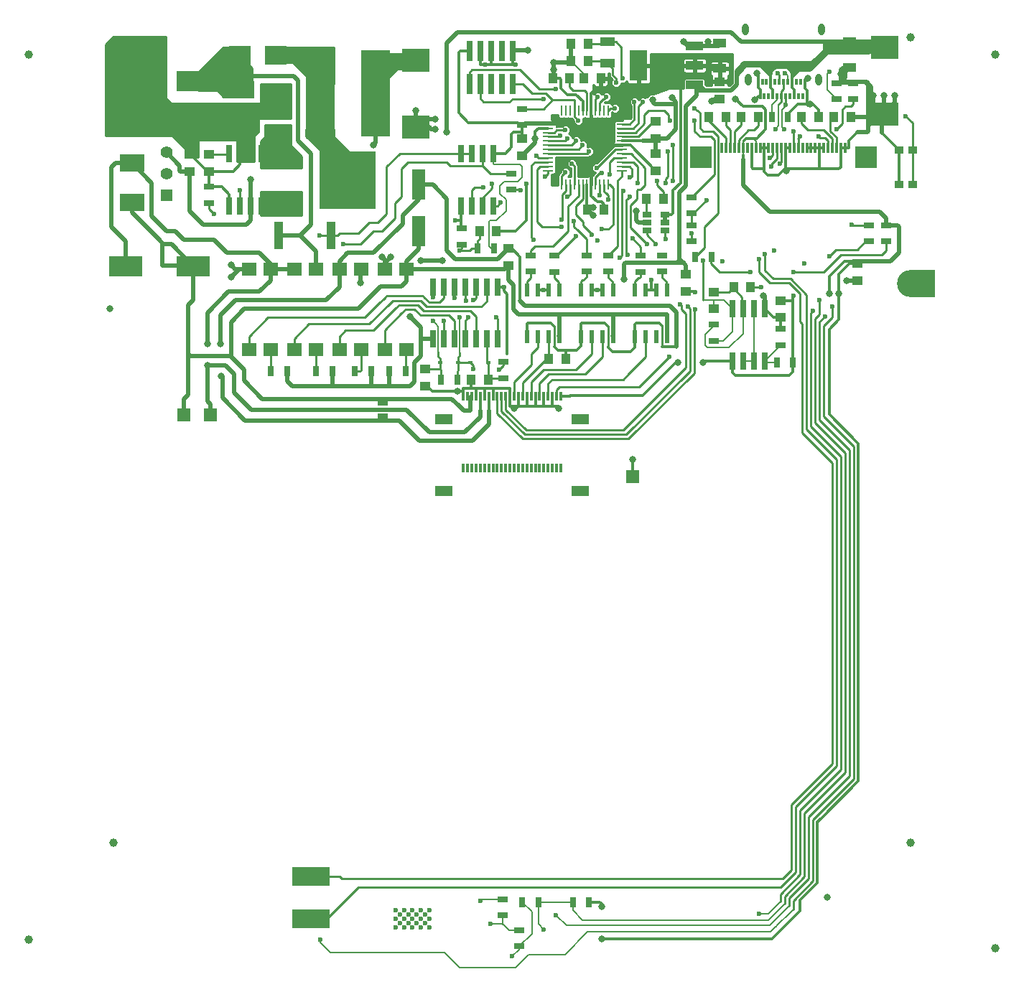
<source format=gbr>
G04 #@! TF.GenerationSoftware,KiCad,Pcbnew,5.0.2-bee76a0~70~ubuntu18.04.1*
G04 #@! TF.CreationDate,2020-04-07T14:55:27+02:00*
G04 #@! TF.ProjectId,OpenDropV4,4f70656e-4472-46f7-9056-342e6b696361,rev?*
G04 #@! TF.SameCoordinates,Original*
G04 #@! TF.FileFunction,Copper,L2,Bot*
G04 #@! TF.FilePolarity,Positive*
%FSLAX46Y46*%
G04 Gerber Fmt 4.6, Leading zero omitted, Abs format (unit mm)*
G04 Created by KiCad (PCBNEW 5.0.2-bee76a0~70~ubuntu18.04.1) date Di 07 Apr 2020 14:55:27 CEST*
%MOMM*%
%LPD*%
G01*
G04 APERTURE LIST*
G04 #@! TA.AperFunction,SMDPad,CuDef*
%ADD10R,0.300000X0.700000*%
G04 #@! TD*
G04 #@! TA.AperFunction,ComponentPad*
%ADD11O,0.800000X1.400000*%
G04 #@! TD*
G04 #@! TA.AperFunction,SMDPad,CuDef*
%ADD12R,2.000000X1.300000*%
G04 #@! TD*
G04 #@! TA.AperFunction,SMDPad,CuDef*
%ADD13R,0.300000X1.000000*%
G04 #@! TD*
G04 #@! TA.AperFunction,BGAPad,CuDef*
%ADD14C,1.000000*%
G04 #@! TD*
G04 #@! TA.AperFunction,SMDPad,CuDef*
%ADD15R,1.000000X1.250000*%
G04 #@! TD*
G04 #@! TA.AperFunction,SMDPad,CuDef*
%ADD16R,1.800000X1.000000*%
G04 #@! TD*
G04 #@! TA.AperFunction,SMDPad,CuDef*
%ADD17R,1.250000X1.000000*%
G04 #@! TD*
G04 #@! TA.AperFunction,SMDPad,CuDef*
%ADD18R,1.700000X1.600000*%
G04 #@! TD*
G04 #@! TA.AperFunction,SMDPad,CuDef*
%ADD19R,4.000500X2.400300*%
G04 #@! TD*
G04 #@! TA.AperFunction,SMDPad,CuDef*
%ADD20R,1.300000X0.700000*%
G04 #@! TD*
G04 #@! TA.AperFunction,SMDPad,CuDef*
%ADD21R,0.610000X1.520000*%
G04 #@! TD*
G04 #@! TA.AperFunction,SMDPad,CuDef*
%ADD22R,0.700000X1.300000*%
G04 #@! TD*
G04 #@! TA.AperFunction,SMDPad,CuDef*
%ADD23R,2.780000X1.550000*%
G04 #@! TD*
G04 #@! TA.AperFunction,SMDPad,CuDef*
%ADD24R,6.730000X6.740000*%
G04 #@! TD*
G04 #@! TA.AperFunction,ComponentPad*
%ADD25R,1.397000X1.397000*%
G04 #@! TD*
G04 #@! TA.AperFunction,ComponentPad*
%ADD26C,1.397000*%
G04 #@! TD*
G04 #@! TA.AperFunction,SMDPad,CuDef*
%ADD27R,0.660400X2.032000*%
G04 #@! TD*
G04 #@! TA.AperFunction,SMDPad,CuDef*
%ADD28R,1.000000X3.200000*%
G04 #@! TD*
G04 #@! TA.AperFunction,SMDPad,CuDef*
%ADD29R,2.500000X1.000000*%
G04 #@! TD*
G04 #@! TA.AperFunction,SMDPad,CuDef*
%ADD30R,2.500000X2.300000*%
G04 #@! TD*
G04 #@! TA.AperFunction,SMDPad,CuDef*
%ADD31R,1.600200X3.599180*%
G04 #@! TD*
G04 #@! TA.AperFunction,SMDPad,CuDef*
%ADD32R,3.500000X10.200000*%
G04 #@! TD*
G04 #@! TA.AperFunction,SMDPad,CuDef*
%ADD33R,3.000000X2.000000*%
G04 #@! TD*
G04 #@! TA.AperFunction,SMDPad,CuDef*
%ADD34R,1.060000X0.650000*%
G04 #@! TD*
G04 #@! TA.AperFunction,SMDPad,CuDef*
%ADD35R,0.600000X0.450000*%
G04 #@! TD*
G04 #@! TA.AperFunction,SMDPad,CuDef*
%ADD36R,1.300000X0.250000*%
G04 #@! TD*
G04 #@! TA.AperFunction,SMDPad,CuDef*
%ADD37R,0.250000X1.300000*%
G04 #@! TD*
G04 #@! TA.AperFunction,SMDPad,CuDef*
%ADD38R,2.032000X3.657600*%
G04 #@! TD*
G04 #@! TA.AperFunction,SMDPad,CuDef*
%ADD39R,2.032000X1.016000*%
G04 #@! TD*
G04 #@! TA.AperFunction,SMDPad,CuDef*
%ADD40R,1.000000X0.900000*%
G04 #@! TD*
G04 #@! TA.AperFunction,SMDPad,CuDef*
%ADD41R,1.600000X1.000000*%
G04 #@! TD*
G04 #@! TA.AperFunction,ComponentPad*
%ADD42C,3.200000*%
G04 #@! TD*
G04 #@! TA.AperFunction,SMDPad,CuDef*
%ADD43R,3.000000X3.200000*%
G04 #@! TD*
G04 #@! TA.AperFunction,ComponentPad*
%ADD44C,0.600000*%
G04 #@! TD*
G04 #@! TA.AperFunction,SMDPad,CuDef*
%ADD45R,4.500000X2.200000*%
G04 #@! TD*
G04 #@! TA.AperFunction,SMDPad,CuDef*
%ADD46R,0.300000X1.250000*%
G04 #@! TD*
G04 #@! TA.AperFunction,SMDPad,CuDef*
%ADD47R,2.500000X2.500000*%
G04 #@! TD*
G04 #@! TA.AperFunction,SMDPad,CuDef*
%ADD48R,3.200000X2.700000*%
G04 #@! TD*
G04 #@! TA.AperFunction,SMDPad,CuDef*
%ADD49R,0.740000X2.400000*%
G04 #@! TD*
G04 #@! TA.AperFunction,SMDPad,CuDef*
%ADD50R,1.501140X1.501140*%
G04 #@! TD*
G04 #@! TA.AperFunction,ViaPad*
%ADD51C,0.600000*%
G04 #@! TD*
G04 #@! TA.AperFunction,ViaPad*
%ADD52C,0.800000*%
G04 #@! TD*
G04 #@! TA.AperFunction,Conductor*
%ADD53C,0.500000*%
G04 #@! TD*
G04 #@! TA.AperFunction,Conductor*
%ADD54C,0.250000*%
G04 #@! TD*
G04 #@! TA.AperFunction,Conductor*
%ADD55C,0.300000*%
G04 #@! TD*
G04 #@! TA.AperFunction,Conductor*
%ADD56C,0.200000*%
G04 #@! TD*
G04 #@! TA.AperFunction,Conductor*
%ADD57C,0.254000*%
G04 #@! TD*
G04 APERTURE END LIST*
D10*
G04 #@! TO.P,J1,B12*
G04 #@! TO.N,GND*
X129000000Y-39220000D03*
G04 #@! TO.P,J1,B11*
G04 #@! TO.N,N/C*
X129500000Y-39220000D03*
G04 #@! TO.P,J1,B10*
X130000000Y-39220000D03*
G04 #@! TO.P,J1,B9*
G04 #@! TO.N,V_USB*
X130500000Y-39220000D03*
G04 #@! TO.P,J1,B8*
G04 #@! TO.N,N/C*
X131000000Y-39220000D03*
G04 #@! TO.P,J1,B7*
G04 #@! TO.N,D-*
X131500000Y-39220000D03*
G04 #@! TO.P,J1,B6*
G04 #@! TO.N,D+*
X132000000Y-39220000D03*
G04 #@! TO.P,J1,B5*
G04 #@! TO.N,Net-(J1-PadB5)*
X132500000Y-39220000D03*
G04 #@! TO.P,J1,B4*
G04 #@! TO.N,V_USB*
X133000000Y-39220000D03*
G04 #@! TO.P,J1,B3*
G04 #@! TO.N,N/C*
X133500000Y-39220000D03*
G04 #@! TO.P,J1,B2*
X134000000Y-39220000D03*
D11*
G04 #@! TO.P,J1,S1*
G04 #@! TO.N,Net-(J1-PadS1)*
X127510000Y-33060000D03*
X136490000Y-33060000D03*
X136130000Y-39010000D03*
D10*
G04 #@! TO.P,J1,B1*
G04 #@! TO.N,GND*
X134500000Y-39220000D03*
G04 #@! TO.P,J1,A11*
G04 #@! TO.N,N/C*
X134250000Y-40920000D03*
G04 #@! TO.P,J1,A8*
X132750000Y-40920000D03*
G04 #@! TO.P,J1,A9*
G04 #@! TO.N,V_USB*
X133250000Y-40920000D03*
G04 #@! TO.P,J1,A10*
G04 #@! TO.N,N/C*
X133750000Y-40920000D03*
G04 #@! TO.P,J1,A12*
G04 #@! TO.N,GND*
X134750000Y-40920000D03*
G04 #@! TO.P,J1,A7*
G04 #@! TO.N,D-*
X132250000Y-40920000D03*
G04 #@! TO.P,J1,A6*
G04 #@! TO.N,D+*
X131750000Y-40920000D03*
G04 #@! TO.P,J1,A5*
G04 #@! TO.N,Net-(J1-PadA5)*
X131250000Y-40920000D03*
G04 #@! TO.P,J1,A4*
G04 #@! TO.N,V_USB*
X130750000Y-40920000D03*
G04 #@! TO.P,J1,A3*
G04 #@! TO.N,N/C*
X130250000Y-40920000D03*
G04 #@! TO.P,J1,A2*
X129750000Y-40920000D03*
G04 #@! TO.P,J1,A1*
G04 #@! TO.N,GND*
X129250000Y-40920000D03*
D11*
G04 #@! TO.P,J1,S1*
G04 #@! TO.N,Net-(J1-PadS1)*
X127870000Y-39010000D03*
G04 #@! TD*
D12*
G04 #@! TO.P,J3,*
G04 #@! TO.N,*
X108050000Y-79000000D03*
X91950000Y-79000000D03*
D13*
G04 #@! TO.P,J3,1*
G04 #@! TO.N,+3V3*
X105750000Y-76300000D03*
G04 #@! TO.P,J3,2*
G04 #@! TO.N,V_GND*
X105250000Y-76300000D03*
G04 #@! TO.P,J3,3*
G04 #@! TO.N,GND*
X104750000Y-76300000D03*
G04 #@! TO.P,J3,4*
G04 #@! TO.N,DI_C*
X104250000Y-76300000D03*
G04 #@! TO.P,J3,5*
G04 #@! TO.N,GND*
X103750000Y-76300000D03*
G04 #@! TO.P,J3,6*
G04 #@! TO.N,BL_C*
X103250000Y-76300000D03*
G04 #@! TO.P,J3,7*
G04 #@! TO.N,GND*
X102750000Y-76300000D03*
G04 #@! TO.P,J3,8*
G04 #@! TO.N,POL_C*
X102250000Y-76300000D03*
G04 #@! TO.P,J3,9*
G04 #@! TO.N,GND*
X101750000Y-76300000D03*
G04 #@! TO.P,J3,10*
G04 #@! TO.N,LE_C*
X101250000Y-76300000D03*
G04 #@! TO.P,J3,11*
G04 #@! TO.N,GND*
X100750000Y-76300000D03*
G04 #@! TO.P,J3,12*
G04 #@! TO.N,CLK_C*
X100250000Y-76300000D03*
G04 #@! TO.P,J3,13*
G04 #@! TO.N,GND*
X99750000Y-76300000D03*
G04 #@! TO.P,J3,14*
G04 #@! TO.N,DIG1*
X99250000Y-76300000D03*
G04 #@! TO.P,J3,15*
G04 #@! TO.N,DIG0*
X98750000Y-76300000D03*
G04 #@! TO.P,J3,16*
G04 #@! TO.N,SENS_PAD*
X98250000Y-76300000D03*
G04 #@! TO.P,J3,17*
G04 #@! TO.N,GND*
X97750000Y-76300000D03*
G04 #@! TO.P,J3,18*
G04 #@! TO.N,VDD_C*
X97250000Y-76300000D03*
G04 #@! TO.P,J3,19*
G04 #@! TO.N,GND*
X96750000Y-76300000D03*
G04 #@! TO.P,J3,20*
G04 #@! TO.N,V_HV_C*
X96250000Y-76300000D03*
G04 #@! TO.P,J3,21*
G04 #@! TO.N,GND*
X95750000Y-76300000D03*
G04 #@! TO.P,J3,22*
G04 #@! TO.N,GND_C*
X95250000Y-76300000D03*
G04 #@! TO.P,J3,23*
X94750000Y-76300000D03*
G04 #@! TO.P,J3,24*
G04 #@! TO.N,GND*
X94250000Y-76300000D03*
G04 #@! TD*
D14*
G04 #@! TO.P,REF\002A\002A,~*
G04 #@! TO.N,N/C*
X157000000Y-36000000D03*
G04 #@! TD*
G04 #@! TO.P,REF\002A\002A,~*
G04 #@! TO.N,N/C*
X157000000Y-141400000D03*
G04 #@! TD*
G04 #@! TO.P,REF\002A\002A,~*
G04 #@! TO.N,N/C*
X43000000Y-140400000D03*
G04 #@! TD*
G04 #@! TO.P,REF\002A\002A,~*
G04 #@! TO.N,N/C*
X43000000Y-36000000D03*
G04 #@! TD*
D15*
G04 #@! TO.P,C25,2*
G04 #@! TO.N,Net-(C25-Pad2)*
X108950000Y-34757000D03*
G04 #@! TO.P,C25,1*
G04 #@! TO.N,GND*
X106950000Y-34757000D03*
G04 #@! TD*
D16*
G04 #@! TO.P,Y1,2*
G04 #@! TO.N,Net-(C25-Pad2)*
X111252000Y-34523000D03*
G04 #@! TO.P,Y1,1*
G04 #@! TO.N,Net-(C23-Pad2)*
X111252000Y-37023000D03*
G04 #@! TD*
D17*
G04 #@! TO.P,C14,1*
G04 #@! TO.N,+3V3*
X101219000Y-45949000D03*
G04 #@! TO.P,C14,2*
G04 #@! TO.N,GND*
X101219000Y-47949000D03*
G04 #@! TD*
D18*
G04 #@! TO.P,U12,2*
G04 #@! TO.N,Net-(U12-Pad2)*
X85011000Y-70817000D03*
G04 #@! TO.P,U12,1*
G04 #@! TO.N,Net-(R49-Pad1)*
X87551000Y-70817000D03*
G04 #@! TO.P,U12,4*
G04 #@! TO.N,GND_C*
X87551000Y-61317000D03*
G04 #@! TO.P,U12,3*
G04 #@! TO.N,GND*
X85011000Y-61317000D03*
G04 #@! TD*
D19*
G04 #@! TO.P,C18,1*
G04 #@! TO.N,V_HV_C*
X54419500Y-60960000D03*
G04 #@! TO.P,C18,2*
G04 #@! TO.N,GND_C*
X62420500Y-60960000D03*
G04 #@! TD*
D20*
G04 #@! TO.P,R32,1*
G04 #@! TO.N,Net-(R32-Pad1)*
X102156000Y-61619500D03*
G04 #@! TO.P,R32,2*
G04 #@! TO.N,CLK*
X102156000Y-59719500D03*
G04 #@! TD*
D21*
G04 #@! TO.P,U9,5*
G04 #@! TO.N,GND_C*
X118285000Y-69244000D03*
G04 #@! TO.P,U9,6*
G04 #@! TO.N,N/C*
X117015000Y-69244000D03*
G04 #@! TO.P,U9,7*
G04 #@! TO.N,DI_C*
X115745000Y-69244000D03*
G04 #@! TO.P,U9,8*
G04 #@! TO.N,VDD_C*
X114475000Y-69244000D03*
G04 #@! TO.P,U9,1*
G04 #@! TO.N,Net-(R34-Pad1)*
X114475000Y-63779000D03*
G04 #@! TO.P,U9,2*
G04 #@! TO.N,GND*
X115745000Y-63779000D03*
G04 #@! TO.P,U9,3*
X117015000Y-63779000D03*
G04 #@! TO.P,U9,4*
G04 #@! TO.N,Net-(R41-Pad1)*
X118285000Y-63779000D03*
G04 #@! TD*
G04 #@! TO.P,U8,4*
G04 #@! TO.N,Net-(R40-Pad1)*
X111935000Y-63779000D03*
G04 #@! TO.P,U8,3*
G04 #@! TO.N,GND*
X110665000Y-63779000D03*
G04 #@! TO.P,U8,2*
X109395000Y-63779000D03*
G04 #@! TO.P,U8,1*
G04 #@! TO.N,Net-(R36-Pad1)*
X108125000Y-63779000D03*
G04 #@! TO.P,U8,8*
G04 #@! TO.N,VDD_C*
X108125000Y-69244000D03*
G04 #@! TO.P,U8,7*
G04 #@! TO.N,POL_C*
X109395000Y-69244000D03*
G04 #@! TO.P,U8,6*
G04 #@! TO.N,BL_C*
X110665000Y-69244000D03*
G04 #@! TO.P,U8,5*
G04 #@! TO.N,GND_C*
X111935000Y-69244000D03*
G04 #@! TD*
D20*
G04 #@! TO.P,R1,1*
G04 #@! TO.N,Net-(R1-Pad1)*
X64262000Y-53528000D03*
G04 #@! TO.P,R1,2*
G04 #@! TO.N,GND*
X64262000Y-51628000D03*
G04 #@! TD*
G04 #@! TO.P,R5,1*
G04 #@! TO.N,RESET*
X101219000Y-42443000D03*
G04 #@! TO.P,R5,2*
G04 #@! TO.N,+3V3*
X101219000Y-44343000D03*
G04 #@! TD*
D22*
G04 #@! TO.P,R18,1*
G04 #@! TO.N,JOY*
X107177800Y-135966200D03*
G04 #@! TO.P,R18,2*
G04 #@! TO.N,+3V3*
X109077800Y-135966200D03*
G04 #@! TD*
G04 #@! TO.P,R19,1*
G04 #@! TO.N,Net-(JS2-Pad6)*
X101183400Y-135966200D03*
G04 #@! TO.P,R19,2*
G04 #@! TO.N,JOY*
X103083400Y-135966200D03*
G04 #@! TD*
D20*
G04 #@! TO.P,R20,1*
G04 #@! TO.N,Net-(JS2-Pad3)*
X100812600Y-139283400D03*
G04 #@! TO.P,R20,2*
G04 #@! TO.N,Net-(JS2-Pad6)*
X100812600Y-141183400D03*
G04 #@! TD*
G04 #@! TO.P,R21,1*
G04 #@! TO.N,Net-(JS2-Pad1)*
X98882200Y-135625800D03*
G04 #@! TO.P,R21,2*
G04 #@! TO.N,Net-(JS2-Pad3)*
X98882200Y-137525800D03*
G04 #@! TD*
D22*
G04 #@! TO.P,R22,1*
G04 #@! TO.N,+3V3*
X133126000Y-72363040D03*
G04 #@! TO.P,R22,2*
G04 #@! TO.N,Net-(R22-Pad2)*
X131226000Y-72363040D03*
G04 #@! TD*
D20*
G04 #@! TO.P,R30,1*
G04 #@! TO.N,Net-(R22-Pad2)*
X131668000Y-70265040D03*
G04 #@! TO.P,R30,2*
G04 #@! TO.N,GND*
X131668000Y-68365040D03*
G04 #@! TD*
G04 #@! TO.P,R31,1*
G04 #@! TO.N,FEEDBACK*
X123794000Y-69757040D03*
G04 #@! TO.P,R31,2*
G04 #@! TO.N,Net-(C16-Pad1)*
X123794000Y-67857040D03*
G04 #@! TD*
G04 #@! TO.P,R44,1*
G04 #@! TO.N,Net-(D2-Pad1)*
X98984000Y-72253000D03*
G04 #@! TO.P,R44,2*
G04 #@! TO.N,Net-(C29-Pad2)*
X98984000Y-74153000D03*
G04 #@! TD*
D22*
G04 #@! TO.P,R45,1*
G04 #@! TO.N,Net-(R45-Pad1)*
X71567000Y-73365000D03*
G04 #@! TO.P,R45,2*
G04 #@! TO.N,V_USB*
X73467000Y-73365000D03*
G04 #@! TD*
G04 #@! TO.P,R48,1*
G04 #@! TO.N,Net-(R48-Pad1)*
X76901000Y-73365000D03*
G04 #@! TO.P,R48,2*
G04 #@! TO.N,V_USB*
X78801000Y-73365000D03*
G04 #@! TD*
G04 #@! TO.P,R49,1*
G04 #@! TO.N,Net-(R49-Pad1)*
X87437000Y-73365000D03*
G04 #@! TO.P,R49,2*
G04 #@! TO.N,V_USB*
X85537000Y-73365000D03*
G04 #@! TD*
G04 #@! TO.P,R51,1*
G04 #@! TO.N,Net-(R51-Pad1)*
X81473000Y-73365000D03*
G04 #@! TO.P,R51,2*
G04 #@! TO.N,V_USB*
X83373000Y-73365000D03*
G04 #@! TD*
D20*
G04 #@! TO.P,R41,1*
G04 #@! TO.N,Net-(R41-Pad1)*
X117650000Y-61619500D03*
G04 #@! TO.P,R41,2*
G04 #@! TO.N,N/C*
X117650000Y-59719500D03*
G04 #@! TD*
G04 #@! TO.P,R3,1*
G04 #@! TO.N,Net-(R3-Pad1)*
X140208000Y-41295000D03*
G04 #@! TO.P,R3,2*
G04 #@! TO.N,GND*
X140208000Y-39395000D03*
G04 #@! TD*
G04 #@! TO.P,R4,1*
G04 #@! TO.N,+3V3*
X144145000Y-56159000D03*
G04 #@! TO.P,R4,2*
G04 #@! TO.N,Net-(LED2-Pad2)*
X144145000Y-58059000D03*
G04 #@! TD*
D22*
G04 #@! TO.P,R6,1*
G04 #@! TO.N,RX_LED*
X121605000Y-59903000D03*
G04 #@! TO.P,R6,2*
G04 #@! TO.N,Net-(LED1-Pad2)*
X123505000Y-59903000D03*
G04 #@! TD*
D20*
G04 #@! TO.P,R8,1*
G04 #@! TO.N,D13*
X142113000Y-56159000D03*
G04 #@! TO.P,R8,2*
G04 #@! TO.N,Net-(LED3-Pad2)*
X142113000Y-58059000D03*
G04 #@! TD*
G04 #@! TO.P,R34,1*
G04 #@! TO.N,Net-(R34-Pad1)*
X115175000Y-61625000D03*
G04 #@! TO.P,R34,2*
G04 #@! TO.N,DI*
X115175000Y-59725000D03*
G04 #@! TD*
G04 #@! TO.P,R36,1*
G04 #@! TO.N,Net-(R36-Pad1)*
X108760000Y-61619500D03*
G04 #@! TO.P,R36,2*
G04 #@! TO.N,POL*
X108760000Y-59719500D03*
G04 #@! TD*
G04 #@! TO.P,R37,1*
G04 #@! TO.N,Net-(R37-Pad1)*
X104975000Y-61625000D03*
G04 #@! TO.P,R37,2*
G04 #@! TO.N,LE*
X104975000Y-59725000D03*
G04 #@! TD*
G04 #@! TO.P,R40,1*
G04 #@! TO.N,Net-(R40-Pad1)*
X111300000Y-61619500D03*
G04 #@! TO.P,R40,2*
G04 #@! TO.N,BL*
X111300000Y-59719500D03*
G04 #@! TD*
G04 #@! TO.P,R9,1*
G04 #@! TO.N,VSENS*
X99949000Y-51963000D03*
G04 #@! TO.P,R9,2*
G04 #@! TO.N,Net-(R1-Pad1)*
X99949000Y-50063000D03*
G04 #@! TD*
D22*
G04 #@! TO.P,R10,1*
G04 #@! TO.N,Net-(D2-Pad1)*
X93518000Y-74346000D03*
G04 #@! TO.P,R10,2*
G04 #@! TO.N,Net-(C28-Pad2)*
X91618000Y-74346000D03*
G04 #@! TD*
G04 #@! TO.P,R11,1*
G04 #@! TO.N,Net-(C31-Pad2)*
X95951000Y-58887000D03*
G04 #@! TO.P,R11,2*
G04 #@! TO.N,+3V3*
X97851000Y-58887000D03*
G04 #@! TD*
D23*
G04 #@! TO.P,T1,3*
G04 #@! TO.N,Net-(RSENSE1-Pad1)*
X73932000Y-48620000D03*
D24*
G04 #@! TO.P,T1,2*
G04 #@! TO.N,Net-(D1-Pad2)*
X80567000Y-50800000D03*
D23*
G04 #@! TO.P,T1,1*
G04 #@! TO.N,Net-(T1-Pad1)*
X73932000Y-52980000D03*
G04 #@! TD*
D18*
G04 #@! TO.P,U11,2*
G04 #@! TO.N,Net-(U11-Pad2)*
X74343000Y-70817000D03*
G04 #@! TO.P,U11,1*
G04 #@! TO.N,Net-(R48-Pad1)*
X76883000Y-70817000D03*
G04 #@! TO.P,U11,4*
G04 #@! TO.N,V_HV*
X76883000Y-61317000D03*
G04 #@! TO.P,U11,3*
G04 #@! TO.N,V_HV_C*
X74343000Y-61317000D03*
G04 #@! TD*
G04 #@! TO.P,U10,2*
G04 #@! TO.N,Net-(U10-Pad2)*
X69009000Y-70817000D03*
G04 #@! TO.P,U10,1*
G04 #@! TO.N,Net-(R45-Pad1)*
X71549000Y-70817000D03*
G04 #@! TO.P,U10,4*
G04 #@! TO.N,V_HV_C*
X71549000Y-61317000D03*
G04 #@! TO.P,U10,3*
G04 #@! TO.N,GND*
X69009000Y-61317000D03*
G04 #@! TD*
G04 #@! TO.P,U13,2*
G04 #@! TO.N,Net-(U13-Pad2)*
X79677000Y-70817000D03*
G04 #@! TO.P,U13,1*
G04 #@! TO.N,Net-(R51-Pad1)*
X82217000Y-70817000D03*
G04 #@! TO.P,U13,4*
G04 #@! TO.N,V_USB*
X82217000Y-61317000D03*
G04 #@! TO.P,U13,3*
G04 #@! TO.N,VDD_C*
X79677000Y-61317000D03*
G04 #@! TD*
D21*
G04 #@! TO.P,U7,5*
G04 #@! TO.N,GND_C*
X105585000Y-69244000D03*
G04 #@! TO.P,U7,6*
G04 #@! TO.N,LE_C*
X104315000Y-69244000D03*
G04 #@! TO.P,U7,7*
G04 #@! TO.N,CLK_C*
X103045000Y-69244000D03*
G04 #@! TO.P,U7,8*
G04 #@! TO.N,VDD_C*
X101775000Y-69244000D03*
G04 #@! TO.P,U7,1*
G04 #@! TO.N,Net-(R32-Pad1)*
X101775000Y-63779000D03*
G04 #@! TO.P,U7,2*
G04 #@! TO.N,GND*
X103045000Y-63779000D03*
G04 #@! TO.P,U7,3*
X104315000Y-63779000D03*
G04 #@! TO.P,U7,4*
G04 #@! TO.N,Net-(R37-Pad1)*
X105585000Y-63779000D03*
G04 #@! TD*
D17*
G04 #@! TO.P,C17,1*
G04 #@! TO.N,FEEDBACK*
X123794000Y-65997040D03*
G04 #@! TO.P,C17,2*
G04 #@! TO.N,Net-(C16-Pad1)*
X123794000Y-63997040D03*
G04 #@! TD*
D25*
G04 #@! TO.P,SW5,3*
G04 #@! TO.N,N/C*
X59230000Y-52605000D03*
D26*
G04 #@! TO.P,SW5,2*
G04 #@! TO.N,V_USB*
X59230000Y-50065000D03*
G04 #@! TO.P,SW5,1*
G04 #@! TO.N,Net-(C1-Pad1)*
X59230000Y-47525000D03*
G04 #@! TD*
D27*
G04 #@! TO.P,U6,5*
G04 #@! TO.N,Net-(R22-Pad2)*
X129763000Y-72134440D03*
G04 #@! TO.P,U6,6*
G04 #@! TO.N,Net-(U6-Pad3)*
X128493000Y-72134440D03*
G04 #@! TO.P,U6,7*
X127223000Y-72134440D03*
G04 #@! TO.P,U6,8*
G04 #@! TO.N,+3V3*
X125953000Y-72134440D03*
G04 #@! TO.P,U6,1*
G04 #@! TO.N,FEEDBACK*
X125953000Y-65987640D03*
G04 #@! TO.P,U6,2*
G04 #@! TO.N,Net-(C16-Pad1)*
X127223000Y-65987640D03*
G04 #@! TO.P,U6,3*
G04 #@! TO.N,Net-(U6-Pad3)*
X128493000Y-65987640D03*
G04 #@! TO.P,U6,4*
G04 #@! TO.N,GND*
X129763000Y-65987640D03*
G04 #@! TD*
D28*
G04 #@! TO.P,R2,1*
G04 #@! TO.N,V_HV*
X72465000Y-57363000D03*
G04 #@! TO.P,R2,2*
G04 #@! TO.N,Net-(R2-Pad2)*
X78665000Y-57363000D03*
G04 #@! TD*
D29*
G04 #@! TO.P,RSENSE1,1*
G04 #@! TO.N,Net-(RSENSE1-Pad1)*
X72565000Y-44895000D03*
G04 #@! TO.P,RSENSE1,2*
G04 #@! TO.N,GND*
X72565000Y-39995000D03*
G04 #@! TD*
D17*
G04 #@! TO.P,C2,1*
G04 #@! TO.N,Net-(C1-Pad1)*
X61976000Y-49768000D03*
G04 #@! TO.P,C2,2*
G04 #@! TO.N,GND*
X61976000Y-47768000D03*
G04 #@! TD*
G04 #@! TO.P,C3,1*
G04 #@! TO.N,Net-(C3-Pad1)*
X64262000Y-47768000D03*
G04 #@! TO.P,C3,2*
G04 #@! TO.N,GND*
X64262000Y-49768000D03*
G04 #@! TD*
G04 #@! TO.P,C13,1*
G04 #@! TO.N,VDD_C*
X84760000Y-78886000D03*
G04 #@! TO.P,C13,2*
G04 #@! TO.N,GND_C*
X84760000Y-76886000D03*
G04 #@! TD*
D30*
G04 #@! TO.P,D1,1*
G04 #@! TO.N,V_HV*
X67875000Y-36095000D03*
G04 #@! TO.P,D1,2*
G04 #@! TO.N,Net-(D1-Pad2)*
X72175000Y-36095000D03*
G04 #@! TD*
D14*
G04 #@! TO.P,REF\002A\002A,~*
G04 #@! TO.N,N/C*
X147000000Y-34000000D03*
G04 #@! TD*
G04 #@! TO.P,REF\002A\002A,~*
G04 #@! TO.N,N/C*
X147000000Y-129000000D03*
G04 #@! TD*
G04 #@! TO.P,REF\002A\002A,~*
G04 #@! TO.N,N/C*
X53000000Y-129000000D03*
G04 #@! TD*
D17*
G04 #@! TO.P,C15,1*
G04 #@! TO.N,+3V3*
X131668000Y-65013040D03*
G04 #@! TO.P,C15,2*
G04 #@! TO.N,GND*
X131668000Y-67013040D03*
G04 #@! TD*
D15*
G04 #@! TO.P,C16,1*
G04 #@! TO.N,Net-(C16-Pad1)*
X126127000Y-63459000D03*
G04 #@! TO.P,C16,2*
G04 #@! TO.N,V_GND*
X128127000Y-63459000D03*
G04 #@! TD*
D19*
G04 #@! TO.P,C4,1*
G04 #@! TO.N,V_HV*
X62420500Y-39116000D03*
G04 #@! TO.P,C4,2*
G04 #@! TO.N,GND*
X54419500Y-39116000D03*
G04 #@! TD*
D15*
G04 #@! TO.P,C20,1*
G04 #@! TO.N,Net-(C20-Pad1)*
X106791000Y-38821000D03*
G04 #@! TO.P,C20,2*
G04 #@! TO.N,GND*
X104791000Y-38821000D03*
G04 #@! TD*
D17*
G04 #@! TO.P,C22,1*
G04 #@! TO.N,GND*
X140716000Y-62681000D03*
G04 #@! TO.P,C22,2*
G04 #@! TO.N,+3V3*
X140716000Y-60681000D03*
G04 #@! TD*
D15*
G04 #@! TO.P,C23,2*
G04 #@! TO.N,Net-(C23-Pad2)*
X108950000Y-36789000D03*
G04 #@! TO.P,C23,1*
G04 #@! TO.N,GND*
X106950000Y-36789000D03*
G04 #@! TD*
D17*
G04 #@! TO.P,C24,1*
G04 #@! TO.N,GND*
X116967000Y-45917000D03*
G04 #@! TO.P,C24,2*
G04 #@! TO.N,AREF*
X116967000Y-43917000D03*
G04 #@! TD*
D31*
G04 #@! TO.P,C19,1*
G04 #@! TO.N,VDD_C*
X89000000Y-51374180D03*
G04 #@! TO.P,C19,2*
G04 #@! TO.N,GND_C*
X89000000Y-56875820D03*
G04 #@! TD*
D32*
G04 #@! TO.P,L1,1*
G04 #@! TO.N,Net-(C1-Pad1)*
X83945000Y-40599000D03*
G04 #@! TO.P,L1,2*
G04 #@! TO.N,Net-(D1-Pad2)*
X77345000Y-40599000D03*
G04 #@! TD*
D15*
G04 #@! TO.P,C7,2*
G04 #@! TO.N,Net-(C7-Pad2)*
X125206000Y-43393000D03*
G04 #@! TO.P,C7,1*
G04 #@! TO.N,Net-(C7-Pad1)*
X123206000Y-43393000D03*
G04 #@! TD*
G04 #@! TO.P,C8,1*
G04 #@! TO.N,Net-(C8-Pad1)*
X137938000Y-43393000D03*
G04 #@! TO.P,C8,2*
G04 #@! TO.N,GND*
X139938000Y-43393000D03*
G04 #@! TD*
G04 #@! TO.P,C9,1*
G04 #@! TO.N,Net-(C9-Pad1)*
X127016000Y-43393000D03*
G04 #@! TO.P,C9,2*
G04 #@! TO.N,Net-(C9-Pad2)*
X129016000Y-43393000D03*
G04 #@! TD*
G04 #@! TO.P,C10,2*
G04 #@! TO.N,GND*
X136128000Y-43393000D03*
G04 #@! TO.P,C10,1*
G04 #@! TO.N,Net-(C10-Pad1)*
X134128000Y-43393000D03*
G04 #@! TD*
G04 #@! TO.P,C11,1*
G04 #@! TO.N,Net-(C11-Pad1)*
X117840000Y-53045000D03*
G04 #@! TO.P,C11,2*
G04 #@! TO.N,Net-(C11-Pad2)*
X115840000Y-53045000D03*
G04 #@! TD*
D33*
G04 #@! TO.P,C6,1*
G04 #@! TO.N,V_HV*
X68120000Y-40145000D03*
G04 #@! TO.P,C6,2*
G04 #@! TO.N,GND*
X68120000Y-44745000D03*
G04 #@! TD*
D17*
G04 #@! TO.P,C27,1*
G04 #@! TO.N,GND*
X120523000Y-63951000D03*
G04 #@! TO.P,C27,2*
G04 #@! TO.N,V_USB*
X120523000Y-61951000D03*
G04 #@! TD*
D27*
G04 #@! TO.P,U1,5*
G04 #@! TO.N,Net-(C3-Pad1)*
X66675000Y-47726600D03*
G04 #@! TO.P,U1,6*
G04 #@! TO.N,GND*
X67945000Y-47726600D03*
G04 #@! TO.P,U1,7*
X69215000Y-47726600D03*
G04 #@! TO.P,U1,8*
G04 #@! TO.N,Net-(RSENSE1-Pad1)*
X70485000Y-47726600D03*
G04 #@! TO.P,U1,1*
G04 #@! TO.N,Net-(T1-Pad1)*
X70485000Y-53873400D03*
G04 #@! TO.P,U1,2*
G04 #@! TO.N,Net-(C1-Pad1)*
X69215000Y-53873400D03*
G04 #@! TO.P,U1,3*
G04 #@! TO.N,Net-(R2-Pad2)*
X67945000Y-53873400D03*
G04 #@! TO.P,U1,4*
G04 #@! TO.N,GND*
X66675000Y-53873400D03*
G04 #@! TD*
G04 #@! TO.P,U15,5*
G04 #@! TO.N,Net-(R2-Pad2)*
X93980000Y-47685600D03*
G04 #@! TO.P,U15,6*
X95250000Y-47685600D03*
G04 #@! TO.P,U15,7*
G04 #@! TO.N,Net-(R1-Pad1)*
X96520000Y-47685600D03*
G04 #@! TO.P,U15,8*
G04 #@! TO.N,+3V3*
X97790000Y-47685600D03*
G04 #@! TO.P,U15,1*
G04 #@! TO.N,V_CS*
X97790000Y-53832400D03*
G04 #@! TO.P,U15,2*
G04 #@! TO.N,V_SCK*
X96520000Y-53832400D03*
G04 #@! TO.P,U15,3*
G04 #@! TO.N,V_SI*
X95250000Y-53832400D03*
G04 #@! TO.P,U15,4*
G04 #@! TO.N,GND*
X93980000Y-53832400D03*
G04 #@! TD*
D34*
G04 #@! TO.P,U3,1*
G04 #@! TO.N,Net-(SP1-Pad1)*
X115867000Y-56789000D03*
G04 #@! TO.P,U3,2*
G04 #@! TO.N,GND*
X115867000Y-55839000D03*
G04 #@! TO.P,U3,3*
G04 #@! TO.N,Net-(C11-Pad2)*
X115867000Y-54889000D03*
G04 #@! TO.P,U3,4*
G04 #@! TO.N,+3V3*
X118067000Y-54889000D03*
G04 #@! TO.P,U3,6*
G04 #@! TO.N,Net-(SP1-Pad2)*
X118067000Y-56789000D03*
G04 #@! TO.P,U3,5*
G04 #@! TO.N,+3V3*
X118067000Y-55839000D03*
G04 #@! TD*
D17*
G04 #@! TO.P,C28,2*
G04 #@! TO.N,Net-(C28-Pad2)*
X89789000Y-73127000D03*
G04 #@! TO.P,C28,1*
G04 #@! TO.N,GND*
X89789000Y-75127000D03*
G04 #@! TD*
D15*
G04 #@! TO.P,C29,1*
G04 #@! TO.N,GND*
X95190000Y-74346000D03*
G04 #@! TO.P,C29,2*
G04 #@! TO.N,Net-(C29-Pad2)*
X97190000Y-74346000D03*
G04 #@! TD*
G04 #@! TO.P,C31,2*
G04 #@! TO.N,Net-(C31-Pad2)*
X96155000Y-56855000D03*
G04 #@! TO.P,C31,1*
G04 #@! TO.N,AC*
X98155000Y-56855000D03*
G04 #@! TD*
D35*
G04 #@! TO.P,D2,2*
G04 #@! TO.N,Net-(C28-Pad2)*
X91533000Y-72314000D03*
G04 #@! TO.P,D2,1*
G04 #@! TO.N,Net-(D2-Pad1)*
X93633000Y-72314000D03*
G04 #@! TD*
G04 #@! TO.P,D3,1*
G04 #@! TO.N,Net-(C29-Pad2)*
X97189000Y-72314000D03*
G04 #@! TO.P,D3,2*
G04 #@! TO.N,Net-(D2-Pad1)*
X95089000Y-72314000D03*
G04 #@! TD*
D27*
G04 #@! TO.P,U16,1*
G04 #@! TO.N,Net-(C28-Pad2)*
X90690000Y-63426600D03*
G04 #@! TO.P,U16,2*
G04 #@! TO.N,Net-(U10-Pad2)*
X91960000Y-63426600D03*
G04 #@! TO.P,U16,3*
G04 #@! TO.N,Net-(C31-Pad2)*
X93230000Y-63426600D03*
G04 #@! TO.P,U16,4*
G04 #@! TO.N,Net-(D2-Pad1)*
X94500000Y-63426600D03*
G04 #@! TO.P,U16,5*
G04 #@! TO.N,Net-(U16-Pad11)*
X95770000Y-63426600D03*
G04 #@! TO.P,U16,6*
G04 #@! TO.N,Net-(U11-Pad2)*
X97040000Y-63426600D03*
G04 #@! TO.P,U16,7*
G04 #@! TO.N,GND*
X98310000Y-63426600D03*
G04 #@! TO.P,U16,8*
G04 #@! TO.N,Net-(U16-Pad11)*
X98310000Y-69573400D03*
G04 #@! TO.P,U16,9*
G04 #@! TO.N,Net-(C29-Pad2)*
X97040000Y-69573400D03*
G04 #@! TO.P,U16,11*
G04 #@! TO.N,Net-(U16-Pad11)*
X94500000Y-69573400D03*
G04 #@! TO.P,U16,12*
G04 #@! TO.N,Net-(U12-Pad2)*
X93230000Y-69573400D03*
G04 #@! TO.P,U16,13*
G04 #@! TO.N,Net-(U16-Pad11)*
X91960000Y-69573400D03*
G04 #@! TO.P,U16,14*
G04 #@! TO.N,V_USB*
X90690000Y-69573400D03*
G04 #@! TO.P,U16,10*
G04 #@! TO.N,Net-(U13-Pad2)*
X95770000Y-69573400D03*
G04 #@! TD*
D15*
G04 #@! TO.P,C26,2*
G04 #@! TO.N,GND*
X108474000Y-38821000D03*
G04 #@! TO.P,C26,1*
G04 #@! TO.N,+3V3*
X110474000Y-38821000D03*
G04 #@! TD*
D36*
G04 #@! TO.P,U5,1*
G04 #@! TO.N,Net-(C23-Pad2)*
X112935000Y-44199000D03*
G04 #@! TO.P,U5,2*
G04 #@! TO.N,Net-(C25-Pad2)*
X112935000Y-44699000D03*
G04 #@! TO.P,U5,3*
G04 #@! TO.N,SPK*
X112935000Y-45199000D03*
G04 #@! TO.P,U5,4*
G04 #@! TO.N,AREF*
X112935000Y-45699000D03*
G04 #@! TO.P,U5,5*
G04 #@! TO.N,GND*
X112935000Y-46199000D03*
G04 #@! TO.P,U5,6*
G04 #@! TO.N,+3V3*
X112935000Y-46699000D03*
G04 #@! TO.P,U5,7*
G04 #@! TO.N,AC*
X112935000Y-47199000D03*
G04 #@! TO.P,U5,8*
G04 #@! TO.N,FEEDBACK*
X112935000Y-47699000D03*
G04 #@! TO.P,U5,9*
G04 #@! TO.N,VSENS*
X112935000Y-48199000D03*
G04 #@! TO.P,U5,10*
G04 #@! TO.N,JOY*
X112935000Y-48699000D03*
G04 #@! TO.P,U5,11*
G04 #@! TO.N,SW1*
X112935000Y-49199000D03*
G04 #@! TO.P,U5,12*
G04 #@! TO.N,BL*
X112935000Y-49699000D03*
D37*
G04 #@! TO.P,U5,13*
G04 #@! TO.N,LE*
X111335000Y-51299000D03*
G04 #@! TO.P,U5,14*
G04 #@! TO.N,DIG0*
X110835000Y-51299000D03*
G04 #@! TO.P,U5,15*
G04 #@! TO.N,DIG1*
X110335000Y-51299000D03*
G04 #@! TO.P,U5,16*
G04 #@! TO.N,DISP_DC*
X109835000Y-51299000D03*
G04 #@! TO.P,U5,17*
G04 #@! TO.N,+3V3*
X109335000Y-51299000D03*
G04 #@! TO.P,U5,18*
G04 #@! TO.N,GND*
X108835000Y-51299000D03*
G04 #@! TO.P,U5,19*
G04 #@! TO.N,DI*
X108335000Y-51299000D03*
G04 #@! TO.P,U5,20*
G04 #@! TO.N,CLK*
X107835000Y-51299000D03*
G04 #@! TO.P,U5,21*
G04 #@! TO.N,DISP_CS*
X107335000Y-51299000D03*
G04 #@! TO.P,U5,22*
G04 #@! TO.N,V_CS*
X106835000Y-51299000D03*
G04 #@! TO.P,U5,23*
G04 #@! TO.N,POL*
X106335000Y-51299000D03*
G04 #@! TO.P,U5,24*
G04 #@! TO.N,DISP_RES*
X105835000Y-51299000D03*
D36*
G04 #@! TO.P,U5,25*
G04 #@! TO.N,V_SI*
X104235000Y-49699000D03*
G04 #@! TO.P,U5,26*
G04 #@! TO.N,D13*
X104235000Y-49199000D03*
G04 #@! TO.P,U5,27*
G04 #@! TO.N,SENS_PAD*
X104235000Y-48699000D03*
G04 #@! TO.P,U5,28*
G04 #@! TO.N,V_SCK*
X104235000Y-48199000D03*
G04 #@! TO.P,U5,29*
G04 #@! TO.N,SW2*
X104235000Y-47699000D03*
G04 #@! TO.P,U5,30*
G04 #@! TO.N,SW3*
X104235000Y-47199000D03*
G04 #@! TO.P,U5,31*
G04 #@! TO.N,DISP_SDA*
X104235000Y-46699000D03*
G04 #@! TO.P,U5,32*
G04 #@! TO.N,DISP_SCL*
X104235000Y-46199000D03*
G04 #@! TO.P,U5,33*
G04 #@! TO.N,D-*
X104235000Y-45699000D03*
G04 #@! TO.P,U5,34*
G04 #@! TO.N,D+*
X104235000Y-45199000D03*
G04 #@! TO.P,U5,35*
G04 #@! TO.N,GND*
X104235000Y-44699000D03*
G04 #@! TO.P,U5,36*
G04 #@! TO.N,+3V3*
X104235000Y-44199000D03*
D37*
G04 #@! TO.P,U5,37*
G04 #@! TO.N,N/C*
X105835000Y-42599000D03*
G04 #@! TO.P,U5,38*
X106335000Y-42599000D03*
G04 #@! TO.P,U5,39*
X106835000Y-42599000D03*
G04 #@! TO.P,U5,40*
G04 #@! TO.N,RESET*
X107335000Y-42599000D03*
G04 #@! TO.P,U5,41*
G04 #@! TO.N,N/C*
X107835000Y-42599000D03*
G04 #@! TO.P,U5,42*
G04 #@! TO.N,GND*
X108335000Y-42599000D03*
G04 #@! TO.P,U5,43*
G04 #@! TO.N,Net-(C20-Pad1)*
X108835000Y-42599000D03*
G04 #@! TO.P,U5,44*
G04 #@! TO.N,+3V3*
X109335000Y-42599000D03*
G04 #@! TO.P,U5,45*
G04 #@! TO.N,SWCLK*
X109835000Y-42599000D03*
G04 #@! TO.P,U5,46*
G04 #@! TO.N,SWDIO*
X110335000Y-42599000D03*
G04 #@! TO.P,U5,47*
G04 #@! TO.N,N/C*
X110835000Y-42599000D03*
G04 #@! TO.P,U5,48*
G04 #@! TO.N,RX_LED*
X111335000Y-42599000D03*
G04 #@! TD*
D15*
G04 #@! TO.P,C30,1*
G04 #@! TO.N,+3V3*
X110855000Y-54315000D03*
G04 #@! TO.P,C30,2*
G04 #@! TO.N,GND*
X108855000Y-54315000D03*
G04 #@! TD*
D17*
G04 #@! TO.P,C33,1*
G04 #@! TO.N,GND*
X116967000Y-47727000D03*
G04 #@! TO.P,C33,2*
G04 #@! TO.N,+3V3*
X116967000Y-49727000D03*
G04 #@! TD*
D38*
G04 #@! TO.P,U14,2*
G04 #@! TO.N,+3V3*
X114898000Y-37297000D03*
D39*
X121502000Y-37297000D03*
G04 #@! TO.P,U14,3*
G04 #@! TO.N,V_USB*
X121502000Y-39583000D03*
G04 #@! TO.P,U14,1*
G04 #@! TO.N,GND*
X121502000Y-35011000D03*
G04 #@! TD*
D40*
G04 #@! TO.P,SW3,1*
G04 #@! TO.N,RESET*
X147231000Y-51348500D03*
G04 #@! TO.P,SW3,2*
G04 #@! TO.N,GND*
X145631000Y-51348500D03*
G04 #@! TO.P,SW3,1*
G04 #@! TO.N,RESET*
X147231000Y-47248500D03*
G04 #@! TO.P,SW3,2*
G04 #@! TO.N,GND*
X145631000Y-47248500D03*
G04 #@! TD*
D41*
G04 #@! TO.P,C5,1*
G04 #@! TO.N,V_USB*
X139827000Y-34527000D03*
G04 #@! TO.P,C5,2*
G04 #@! TO.N,GND*
X139827000Y-37527000D03*
G04 #@! TD*
G04 #@! TO.P,C21,1*
G04 #@! TO.N,+3V3*
X124495000Y-37645000D03*
G04 #@! TO.P,C21,2*
G04 #@! TO.N,GND*
X124495000Y-34645000D03*
G04 #@! TD*
D17*
G04 #@! TO.P,C34,1*
G04 #@! TO.N,GND*
X124500000Y-41218000D03*
G04 #@! TO.P,C34,2*
G04 #@! TO.N,+3V3*
X124500000Y-39218000D03*
G04 #@! TD*
D42*
G04 #@! TO.P,P2,1*
G04 #@! TO.N,GND*
X146963000Y-63000000D03*
D43*
X148463000Y-63000000D03*
G04 #@! TD*
D44*
G04 #@! TO.P,SP1,24*
G04 #@! TO.N,N/C*
X90265000Y-138939000D03*
G04 #@! TO.P,SP1,23*
X89265000Y-138939000D03*
G04 #@! TO.P,SP1,22*
X88265000Y-138939000D03*
G04 #@! TO.P,SP1,21*
X87265000Y-138939000D03*
G04 #@! TO.P,SP1,20*
X86265000Y-138939000D03*
G04 #@! TO.P,SP1,18*
X90265000Y-137939000D03*
G04 #@! TO.P,SP1,17*
X89765000Y-138439000D03*
G04 #@! TO.P,SP1,16*
X89265000Y-137939000D03*
G04 #@! TO.P,SP1,15*
X88765000Y-138439000D03*
G04 #@! TO.P,SP1,14*
X88265000Y-137939000D03*
G04 #@! TO.P,SP1,13*
X87765000Y-138439000D03*
G04 #@! TO.P,SP1,12*
X87265000Y-137939000D03*
G04 #@! TO.P,SP1,11*
X86765000Y-138439000D03*
G04 #@! TO.P,SP1,10*
X86265000Y-137939000D03*
G04 #@! TO.P,SP1,9*
X90265000Y-136939000D03*
G04 #@! TO.P,SP1,8*
X89765000Y-137439000D03*
G04 #@! TO.P,SP1,7*
X89265000Y-136939000D03*
G04 #@! TO.P,SP1,6*
X88765000Y-137439000D03*
G04 #@! TO.P,SP1,5*
X88265000Y-136939000D03*
G04 #@! TO.P,SP1,4*
X87765000Y-137439000D03*
G04 #@! TO.P,SP1,3*
X87265000Y-136939000D03*
G04 #@! TO.P,SP1,26*
X86765000Y-137439000D03*
G04 #@! TO.P,SP1,25*
X86265000Y-136939000D03*
D45*
G04 #@! TO.P,SP1,1*
G04 #@! TO.N,Net-(SP1-Pad1)*
X76265000Y-132939000D03*
G04 #@! TO.P,SP1,2*
G04 #@! TO.N,Net-(SP1-Pad2)*
X76265000Y-137939000D03*
G04 #@! TD*
D46*
G04 #@! TO.P,S1,30*
G04 #@! TO.N,GND*
X139250000Y-47025000D03*
G04 #@! TO.P,S1,26*
G04 #@! TO.N,Net-(R3-Pad1)*
X137250000Y-47025000D03*
G04 #@! TO.P,S1,27*
G04 #@! TO.N,Net-(C10-Pad1)*
X137750000Y-47025000D03*
G04 #@! TO.P,S1,29*
G04 #@! TO.N,GND*
X138750000Y-47025000D03*
G04 #@! TO.P,S1,28*
G04 #@! TO.N,Net-(C8-Pad1)*
X138250000Y-47025000D03*
G04 #@! TO.P,S1,24*
G04 #@! TO.N,GND*
X136250000Y-47025000D03*
G04 #@! TO.P,S1,25*
X136750000Y-47025000D03*
G04 #@! TO.P,S1,23*
X135750000Y-47025000D03*
G04 #@! TO.P,S1,22*
X135250000Y-47025000D03*
G04 #@! TO.P,S1,16*
X132250000Y-47025000D03*
G04 #@! TO.P,S1,17*
X132750000Y-47025000D03*
G04 #@! TO.P,S1,19*
G04 #@! TO.N,DISP_SDA*
X133750000Y-47025000D03*
G04 #@! TO.P,S1,18*
G04 #@! TO.N,DISP_SCL*
X133250000Y-47025000D03*
G04 #@! TO.P,S1,21*
G04 #@! TO.N,GND*
X134750000Y-47025000D03*
G04 #@! TO.P,S1,20*
G04 #@! TO.N,N/C*
X134250000Y-47025000D03*
G04 #@! TO.P,S1,5*
G04 #@! TO.N,Net-(C9-Pad2)*
X126750000Y-47025000D03*
G04 #@! TO.P,S1,6*
G04 #@! TO.N,+3V3*
X127250000Y-47025000D03*
G04 #@! TO.P,S1,3*
G04 #@! TO.N,Net-(C7-Pad2)*
X125750000Y-47025000D03*
G04 #@! TO.P,S1,4*
G04 #@! TO.N,Net-(C9-Pad1)*
X126250000Y-47025000D03*
G04 #@! TO.P,S1,2*
G04 #@! TO.N,Net-(C7-Pad1)*
X125250000Y-47025000D03*
G04 #@! TO.P,S1,1*
G04 #@! TO.N,N/C*
X124750000Y-47025000D03*
G04 #@! TO.P,S1,7*
X127750000Y-47025000D03*
G04 #@! TO.P,S1,8*
G04 #@! TO.N,GND*
X128250000Y-47025000D03*
G04 #@! TO.P,S1,10*
X129250000Y-47025000D03*
G04 #@! TO.P,S1,9*
G04 #@! TO.N,+3V3*
X128750000Y-47025000D03*
G04 #@! TO.P,S1,13*
G04 #@! TO.N,DISP_CS*
X130750000Y-47025000D03*
G04 #@! TO.P,S1,14*
G04 #@! TO.N,DISP_RES*
X131250000Y-47025000D03*
G04 #@! TO.P,S1,12*
G04 #@! TO.N,GND*
X130250000Y-47025000D03*
G04 #@! TO.P,S1,11*
X129750000Y-47025000D03*
D47*
G04 #@! TO.P,S1,*
G04 #@! TO.N,*
X122250000Y-48125000D03*
X141750000Y-48125000D03*
D46*
G04 #@! TO.P,S1,15*
G04 #@! TO.N,DISP_DC*
X131750000Y-47025000D03*
G04 #@! TD*
D20*
G04 #@! TO.P,R12,1*
G04 #@! TO.N,Net-(C11-Pad1)*
X121158000Y-54757000D03*
G04 #@! TO.P,R12,2*
G04 #@! TO.N,SPK*
X121158000Y-52857000D03*
G04 #@! TD*
G04 #@! TO.P,R13,1*
G04 #@! TO.N,Net-(C11-Pad1)*
X121158000Y-56159000D03*
G04 #@! TO.P,R13,2*
G04 #@! TO.N,GND*
X121158000Y-58059000D03*
G04 #@! TD*
D33*
G04 #@! TO.P,C35,1*
G04 #@! TO.N,V_HV_C*
X55225000Y-48825000D03*
G04 #@! TO.P,C35,2*
G04 #@! TO.N,GND_C*
X55225000Y-53425000D03*
G04 #@! TD*
D17*
G04 #@! TO.P,C36,1*
G04 #@! TO.N,VDD_C*
X99568000Y-58903000D03*
G04 #@! TO.P,C36,2*
G04 #@! TO.N,GND_C*
X99568000Y-60903000D03*
G04 #@! TD*
D48*
G04 #@! TO.P,C32,1*
G04 #@! TO.N,V_USB*
X143900000Y-35125000D03*
G04 #@! TO.P,C32,2*
G04 #@! TO.N,GND*
X143900000Y-43025000D03*
G04 #@! TD*
G04 #@! TO.P,C1,1*
G04 #@! TO.N,Net-(C1-Pad1)*
X88646000Y-36690000D03*
G04 #@! TO.P,C1,2*
G04 #@! TO.N,GND*
X88646000Y-44590000D03*
G04 #@! TD*
D49*
G04 #@! TO.P,J2,10*
G04 #@! TO.N,RESET*
X100040000Y-39475600D03*
G04 #@! TO.P,J2,9*
G04 #@! TO.N,GND*
X100040000Y-35575600D03*
G04 #@! TO.P,J2,8*
G04 #@! TO.N,N/C*
X98770000Y-39475600D03*
G04 #@! TO.P,J2,7*
X98770000Y-35575600D03*
G04 #@! TO.P,J2,6*
X97500000Y-39475600D03*
G04 #@! TO.P,J2,5*
G04 #@! TO.N,GND*
X97500000Y-35575600D03*
G04 #@! TO.P,J2,4*
G04 #@! TO.N,SWCLK*
X96230000Y-39475600D03*
G04 #@! TO.P,J2,3*
G04 #@! TO.N,GND*
X96230000Y-35575600D03*
G04 #@! TO.P,J2,2*
G04 #@! TO.N,SWDIO*
X94960000Y-39475600D03*
G04 #@! TO.P,J2,1*
G04 #@! TO.N,+3V3*
X94960000Y-35575600D03*
G04 #@! TD*
D20*
G04 #@! TO.P,R29,1*
G04 #@! TO.N,GND*
X94107000Y-56540000D03*
G04 #@! TO.P,R29,2*
G04 #@! TO.N,Net-(C31-Pad2)*
X94107000Y-58440000D03*
G04 #@! TD*
D15*
G04 #@! TO.P,C37,1*
G04 #@! TO.N,VDD_C*
X106318000Y-71933000D03*
G04 #@! TO.P,C37,2*
G04 #@! TO.N,LE_C*
X104318000Y-71933000D03*
G04 #@! TD*
D20*
G04 #@! TO.P,R46,1*
G04 #@! TO.N,Net-(J1-PadB5)*
X138303000Y-41295000D03*
G04 #@! TO.P,R46,2*
G04 #@! TO.N,GND*
X138303000Y-39395000D03*
G04 #@! TD*
D22*
G04 #@! TO.P,R47,1*
G04 #@! TO.N,Net-(J1-PadA5)*
X130622000Y-43393000D03*
G04 #@! TO.P,R47,2*
G04 #@! TO.N,GND*
X132522000Y-43393000D03*
G04 #@! TD*
D13*
G04 #@! TO.P,J2,24*
G04 #@! TO.N,N/C*
X94250000Y-84800000D03*
G04 #@! TO.P,J2,23*
X94750000Y-84800000D03*
G04 #@! TO.P,J2,22*
X95250000Y-84800000D03*
G04 #@! TO.P,J2,21*
X95750000Y-84800000D03*
G04 #@! TO.P,J2,20*
X96250000Y-84800000D03*
G04 #@! TO.P,J2,19*
X96750000Y-84800000D03*
G04 #@! TO.P,J2,18*
X97250000Y-84800000D03*
G04 #@! TO.P,J2,17*
X97750000Y-84800000D03*
G04 #@! TO.P,J2,16*
X98250000Y-84800000D03*
G04 #@! TO.P,J2,15*
X98750000Y-84800000D03*
G04 #@! TO.P,J2,14*
X99250000Y-84800000D03*
G04 #@! TO.P,J2,13*
X99750000Y-84800000D03*
G04 #@! TO.P,J2,12*
X100250000Y-84800000D03*
G04 #@! TO.P,J2,11*
X100750000Y-84800000D03*
G04 #@! TO.P,J2,10*
X101250000Y-84800000D03*
G04 #@! TO.P,J2,9*
X101750000Y-84800000D03*
G04 #@! TO.P,J2,8*
X102250000Y-84800000D03*
G04 #@! TO.P,J2,7*
X102750000Y-84800000D03*
G04 #@! TO.P,J2,6*
X103250000Y-84800000D03*
G04 #@! TO.P,J2,5*
X103750000Y-84800000D03*
G04 #@! TO.P,J2,4*
X104250000Y-84800000D03*
G04 #@! TO.P,J2,3*
X104750000Y-84800000D03*
G04 #@! TO.P,J2,2*
X105250000Y-84800000D03*
G04 #@! TO.P,J2,1*
X105750000Y-84800000D03*
D12*
G04 #@! TO.P,J2,*
G04 #@! TO.N,*
X91950000Y-87500000D03*
X108050000Y-87500000D03*
G04 #@! TD*
D50*
G04 #@! TO.P,P7,1*
G04 #@! TO.N,V_HV_C*
X64445000Y-78537000D03*
G04 #@! TD*
G04 #@! TO.P,P12,1*
G04 #@! TO.N,GND_C*
X61265000Y-78537000D03*
G04 #@! TD*
G04 #@! TO.P,P3,1*
G04 #@! TO.N,GND*
X114224000Y-85776000D03*
G04 #@! TD*
D51*
G04 #@! TO.N,*
X110109000Y-57900000D03*
D52*
G04 #@! TO.N,Net-(C1-Pad1)*
X83693000Y-46695000D03*
X69215000Y-50759000D03*
G04 #@! TO.N,GND*
X102743000Y-45933000D03*
D51*
X100457000Y-37170000D03*
D52*
X135128000Y-41869000D03*
D51*
X93345000Y-55585000D03*
D52*
X123095000Y-34465000D03*
D51*
X96901000Y-37170000D03*
D52*
X101854000Y-35519000D03*
X145161000Y-40853000D03*
X143891000Y-40853000D03*
X142621000Y-40853000D03*
X66865500Y-62252500D03*
X66865500Y-60855500D03*
X85725000Y-59903000D03*
X84709000Y-59903000D03*
X137160000Y-135439000D03*
D51*
X121158000Y-57109000D03*
D52*
X116586000Y-41361000D03*
X139446000Y-62697000D03*
X114681000Y-54442000D03*
X88646000Y-42631000D03*
X90932000Y-44790000D03*
X90932000Y-43647000D03*
X65659000Y-44663000D03*
X55245000Y-41615000D03*
X55372000Y-36281000D03*
X57023000Y-39456000D03*
X57023000Y-38694000D03*
X132334000Y-49743000D03*
X129667000Y-64475000D03*
X138811000Y-38313000D03*
X104902000Y-36916000D03*
X104902000Y-37805000D03*
X109601000Y-54950000D03*
X109601000Y-54026000D03*
X118872000Y-41107000D03*
X123571000Y-41488000D03*
X120269000Y-34503000D03*
X134874000Y-38821000D03*
X128905000Y-38186000D03*
X128651000Y-41361000D03*
D51*
X130937000Y-59141000D03*
X121575000Y-64059000D03*
X124841000Y-60411000D03*
X134493000Y-60665000D03*
X65659000Y-42885000D03*
X56769000Y-41615000D03*
X56769000Y-36281000D03*
X103683000Y-63805000D03*
X110033000Y-63805000D03*
X116459000Y-62633500D03*
X99075000Y-63475000D03*
D52*
X52578000Y-65999000D03*
X100254000Y-77775000D03*
X105461000Y-77775000D03*
X93523000Y-75743000D03*
X114224000Y-83744000D03*
D51*
G04 #@! TO.N,Net-(LED1-Pad2)*
X128143000Y-61681000D03*
G04 #@! TO.N,LE*
X110617000Y-56601000D03*
X107493000Y-57455000D03*
G04 #@! TO.N,DISP_CS*
X130429000Y-48219000D03*
X107061000Y-48854000D03*
G04 #@! TO.N,DISP_RES*
X130556000Y-49235000D03*
X106299000Y-49870000D03*
G04 #@! TO.N,Net-(LED2-Pad2)*
X133223000Y-61681000D03*
G04 #@! TO.N,DISP_SCL*
X133223000Y-45044000D03*
X106553000Y-45933000D03*
G04 #@! TO.N,DISP_SDA*
X133985000Y-45679000D03*
X107569000Y-46187000D03*
G04 #@! TO.N,SW1*
X113919000Y-50505000D03*
X137795000Y-65745000D03*
X77391000Y-140395000D03*
G04 #@! TO.N,SW2*
X109093000Y-47457000D03*
X118364000Y-47457000D03*
X118110000Y-51140000D03*
X135509000Y-66253000D03*
X129080000Y-137347000D03*
G04 #@! TO.N,DISP_DC*
X110617000Y-49997000D03*
X131572000Y-48854000D03*
G04 #@! TO.N,SPK*
X118618000Y-43774000D03*
X121539000Y-43774000D03*
G04 #@! TO.N,RX_LED*
X121539000Y-42377000D03*
X112141000Y-42377000D03*
G04 #@! TO.N,JOY*
X136271000Y-64983000D03*
X114808000Y-51140000D03*
X103759000Y-139217400D03*
G04 #@! TO.N,SW3*
X105181400Y-137490200D03*
X136896000Y-66878000D03*
X118999000Y-46695000D03*
X118999000Y-50886000D03*
X108331000Y-46695000D03*
G04 #@! TO.N,DI*
X114224000Y-57709000D03*
X109398000Y-57275000D03*
G04 #@! TO.N,FEEDBACK*
X122555000Y-60284000D03*
X115951000Y-58379000D03*
G04 #@! TO.N,V_GND*
X129413000Y-63459000D03*
X118542000Y-71679000D03*
D52*
G04 #@! TO.N,VDD_C*
X65583000Y-70155000D03*
X65710000Y-73965000D03*
D51*
G04 #@! TO.N,POL*
X107315000Y-55677000D03*
X105842000Y-55458000D03*
D52*
G04 #@! TO.N,V_HV_C*
X64059000Y-70155000D03*
X64059000Y-72695000D03*
G04 #@! TO.N,+3V3*
X138557000Y-64221000D03*
X110566200Y-140335000D03*
X110566200Y-136474200D03*
X137414000Y-64221000D03*
D51*
X133223000Y-64475000D03*
D52*
X126365000Y-41234000D03*
X125603000Y-39202000D03*
X122479000Y-72314000D03*
X119558000Y-72314000D03*
D51*
G04 #@! TO.N,Net-(C23-Pad2)*
X114427000Y-41615000D03*
X112268000Y-39329000D03*
G04 #@! TO.N,Net-(C25-Pad2)*
X113030000Y-38821000D03*
X115443000Y-41615000D03*
G04 #@! TO.N,AC*
X101651000Y-51267000D03*
X109982000Y-49362000D03*
G04 #@! TO.N,Net-(R3-Pad1)*
X138303000Y-44790000D03*
X136144000Y-45679000D03*
G04 #@! TO.N,RESET*
X107823000Y-43774000D03*
X146431000Y-43266000D03*
G04 #@! TO.N,SWDIO*
X111125000Y-40980000D03*
X105156000Y-40091000D03*
G04 #@! TO.N,SWCLK*
X110109000Y-40970000D03*
X103759000Y-41234000D03*
G04 #@! TO.N,D+*
X131064000Y-44790000D03*
X106299000Y-44917000D03*
G04 #@! TO.N,D13*
X105842000Y-56312000D03*
X140081000Y-56093000D03*
G04 #@! TO.N,Net-(R1-Pad1)*
X80137000Y-58379000D03*
X64897000Y-54823000D03*
G04 #@! TO.N,Net-(R2-Pad2)*
X77343000Y-57363000D03*
X67945000Y-52029000D03*
G04 #@! TO.N,Net-(LED3-Pad2)*
X137414000Y-59776000D03*
G04 #@! TO.N,VSENS*
X101016000Y-52029000D03*
X111506000Y-50124000D03*
G04 #@! TO.N,Net-(SP1-Pad1)*
X129159000Y-60157000D03*
X116967000Y-58379000D03*
G04 #@! TO.N,Net-(SP1-Pad2)*
X118110000Y-57744000D03*
X129790291Y-59566849D03*
G04 #@! TO.N,D-*
X132080000Y-44790000D03*
X105664000Y-45552000D03*
X132250000Y-41953000D03*
X131318000Y-38186000D03*
G04 #@! TO.N,Net-(C28-Pad2)*
X90678000Y-64602000D03*
X90678000Y-67396000D03*
G04 #@! TO.N,Net-(C31-Pad2)*
X93218000Y-64729000D03*
X93853000Y-59141000D03*
G04 #@! TO.N,Net-(D2-Pad1)*
X94567126Y-65069990D03*
X93853000Y-67015000D03*
X98476000Y-73203000D03*
X95428000Y-73076000D03*
G04 #@! TO.N,V_SCK*
X102870000Y-47965000D03*
X97663000Y-51267000D03*
G04 #@! TO.N,V_SI*
X96647000Y-51648000D03*
X103886000Y-50378000D03*
G04 #@! TO.N,V_CS*
X98679000Y-53426000D03*
X106553000Y-52791000D03*
D52*
G04 #@! TO.N,V_USB*
X89281000Y-60284000D03*
X91757500Y-60284000D03*
X87947500Y-66888000D03*
X92329000Y-45171000D03*
X82169000Y-62951000D03*
X113208000Y-62535000D03*
D51*
G04 #@! TO.N,Net-(C11-Pad1)*
X122936000Y-53172000D03*
X117094000Y-50886000D03*
G04 #@! TO.N,SENS_PAD*
X121590000Y-66091000D03*
X102540000Y-57836000D03*
G04 #@! TO.N,Net-(U16-Pad11)*
X91948000Y-67396000D03*
X94869000Y-67015000D03*
X98171000Y-67015000D03*
X95412277Y-64979211D03*
G04 #@! TO.N,Net-(J1-PadB5)*
X137414000Y-38059000D03*
X132207000Y-38186000D03*
G04 #@! TO.N,Net-(JS2-Pad1)*
X96240600Y-135864600D03*
G04 #@! TO.N,Net-(JS2-Pad3)*
X97459800Y-138506200D03*
G04 #@! TO.N,Net-(JS2-Pad6)*
X99999800Y-142367000D03*
G04 #@! TO.N,DIG1*
X119812000Y-65456000D03*
X110287000Y-52616300D03*
X113081000Y-52121000D03*
X112700000Y-59995000D03*
G04 #@! TO.N,DIG0*
X120701000Y-65710000D03*
X111303000Y-53137000D03*
X113843000Y-52756000D03*
X113589000Y-59614000D03*
G04 #@! TD*
D53*
G04 #@! TO.N,Net-(C1-Pad1)*
X83945000Y-46443000D02*
X83945000Y-40599000D01*
X83693000Y-46695000D02*
X83945000Y-46443000D01*
X69215000Y-53873400D02*
X69215000Y-50759000D01*
X68707000Y-56093000D02*
X69215000Y-55585000D01*
X69215000Y-55585000D02*
X69215000Y-53873400D01*
X63627000Y-56093000D02*
X68707000Y-56093000D01*
X61976000Y-54442000D02*
X63627000Y-56093000D01*
X61976000Y-49768000D02*
X61976000Y-54442000D01*
X60833000Y-49128000D02*
X60833000Y-49750000D01*
X60833000Y-49750000D02*
X60851000Y-49768000D01*
X60851000Y-49768000D02*
X61976000Y-49768000D01*
X59230000Y-47525000D02*
X60833000Y-49128000D01*
X88646000Y-36690000D02*
X87335000Y-36690000D01*
X87335000Y-36690000D02*
X83485000Y-40540000D01*
D54*
G04 #@! TO.N,Net-(D1-Pad2)*
X76885000Y-40540000D02*
X76885000Y-43951000D01*
X76885000Y-43951000D02*
X80567000Y-47633000D01*
X80567000Y-47633000D02*
X80567000Y-50800000D01*
X72175000Y-36095000D02*
X74109000Y-36095000D01*
X74109000Y-36095000D02*
X76885000Y-38871000D01*
X76885000Y-38871000D02*
X76885000Y-40540000D01*
D55*
G04 #@! TO.N,GND*
X103342000Y-44699000D02*
X103088000Y-44699000D01*
X104235000Y-44699000D02*
X103342000Y-44699000D01*
X102743000Y-45044000D02*
X102743000Y-45933000D01*
X103088000Y-44699000D02*
X102743000Y-45044000D01*
X100457000Y-37170000D02*
X100203000Y-37170000D01*
X100040000Y-37007000D02*
X100040000Y-35575600D01*
X100203000Y-37170000D02*
X100040000Y-37007000D01*
X141986000Y-41742000D02*
X142113000Y-41742000D01*
D53*
X141986000Y-42771000D02*
X141986000Y-41742000D01*
D55*
X142240000Y-41869000D02*
X142240000Y-44282000D01*
X142113000Y-41742000D02*
X142240000Y-41869000D01*
X138303000Y-39395000D02*
X140208000Y-39395000D01*
X132522000Y-43393000D02*
X132522000Y-43078000D01*
X132522000Y-43078000D02*
X133731000Y-41869000D01*
X133731000Y-41869000D02*
X135128000Y-41869000D01*
X135128000Y-41869000D02*
X135509000Y-41869000D01*
X134750000Y-41618000D02*
X135128000Y-41869000D01*
X134750000Y-40920000D02*
X134750000Y-41618000D01*
X136128000Y-42488000D02*
X136128000Y-43393000D01*
X135509000Y-41869000D02*
X136128000Y-42488000D01*
D53*
X139938000Y-43393000D02*
X141986000Y-43393000D01*
X141986000Y-43393000D02*
X141986000Y-43279000D01*
D55*
X93980000Y-55585000D02*
X93345000Y-55585000D01*
X93980000Y-53832400D02*
X93980000Y-55585000D01*
X93980000Y-55585000D02*
X93980000Y-56413000D01*
X93980000Y-56413000D02*
X94107000Y-56540000D01*
D53*
X123095000Y-34465000D02*
X123095000Y-34785000D01*
X123095000Y-34785000D02*
X122869000Y-35011000D01*
D55*
X97500000Y-35575600D02*
X97500000Y-37170000D01*
X97536000Y-37043000D02*
X97536000Y-37170000D01*
X97536000Y-37134000D02*
X97536000Y-37043000D01*
X97500000Y-37170000D02*
X97536000Y-37134000D01*
X96901000Y-37170000D02*
X96266000Y-37170000D01*
X100421000Y-37134000D02*
X100457000Y-37170000D01*
X96901000Y-37170000D02*
X97536000Y-37170000D01*
X97536000Y-37170000D02*
X100457000Y-37170000D01*
X96230000Y-37134000D02*
X96230000Y-35575600D01*
X96266000Y-37170000D02*
X96230000Y-37134000D01*
D53*
X100096600Y-35519000D02*
X101854000Y-35519000D01*
X101854000Y-35519000D02*
X101797400Y-35575600D01*
X100096600Y-35519000D02*
X100040000Y-35575600D01*
X143595250Y-45212750D02*
X143595250Y-43229750D01*
X143595250Y-43229750D02*
X143800000Y-43025000D01*
X141986000Y-44155000D02*
X141986000Y-42771000D01*
X143800000Y-43025000D02*
X142240000Y-43025000D01*
X142240000Y-43025000D02*
X141986000Y-43279000D01*
X141986000Y-43279000D02*
X141986000Y-44155000D01*
X141986000Y-44155000D02*
X141986000Y-45044000D01*
X145161000Y-40853000D02*
X145161000Y-41664000D01*
X145161000Y-41664000D02*
X143800000Y-43025000D01*
X143891000Y-40853000D02*
X143891000Y-42934000D01*
X143891000Y-42934000D02*
X143800000Y-43025000D01*
X142621000Y-40853000D02*
X142621000Y-41846000D01*
X142621000Y-41846000D02*
X143800000Y-43025000D01*
X139827000Y-37527000D02*
X139827000Y-37551000D01*
X139827000Y-37551000D02*
X139319000Y-38059000D01*
X139319000Y-38059000D02*
X139319000Y-38760000D01*
X139827000Y-37527000D02*
X139089000Y-37527000D01*
X139089000Y-37527000D02*
X138811000Y-37805000D01*
X138811000Y-37805000D02*
X138811000Y-38313000D01*
D55*
X143553500Y-45171000D02*
X143595250Y-45212750D01*
X143595250Y-45212750D02*
X145631000Y-47248500D01*
X145631000Y-47248500D02*
X145631000Y-51348500D01*
D53*
X69009000Y-61317000D02*
X67801000Y-61317000D01*
X67801000Y-61317000D02*
X66865500Y-62252500D01*
X69009000Y-61317000D02*
X67327000Y-61317000D01*
X67327000Y-61317000D02*
X66865500Y-60855500D01*
X85011000Y-61317000D02*
X85011000Y-60617000D01*
X85011000Y-60617000D02*
X85725000Y-59903000D01*
X85011000Y-61317000D02*
X85011000Y-60205000D01*
X85011000Y-60205000D02*
X84709000Y-59903000D01*
D55*
X129750000Y-47025000D02*
X129750000Y-49406000D01*
D53*
X141986000Y-42771000D02*
X141986000Y-41615000D01*
D54*
X121158000Y-58059000D02*
X121158000Y-57109000D01*
D53*
X116586000Y-41361000D02*
X116586000Y-41615000D01*
X116840000Y-41869000D02*
X119335598Y-41869000D01*
X116586000Y-41615000D02*
X116840000Y-41869000D01*
X140716000Y-62681000D02*
X139462000Y-62681000D01*
X139462000Y-62681000D02*
X139446000Y-62697000D01*
X115867000Y-55839000D02*
X114935000Y-55839000D01*
X114681000Y-55585000D02*
X114681000Y-54442000D01*
X114935000Y-55839000D02*
X114681000Y-55585000D01*
X88646000Y-44590000D02*
X88646000Y-42631000D01*
X88646000Y-44590000D02*
X89081000Y-44590000D01*
X88646000Y-44590000D02*
X90224000Y-44590000D01*
X90224000Y-44590000D02*
X90424000Y-44790000D01*
X90424000Y-44790000D02*
X90932000Y-44790000D01*
X88646000Y-44590000D02*
X89227000Y-44590000D01*
X89227000Y-44590000D02*
X90170000Y-43647000D01*
X90170000Y-43647000D02*
X90932000Y-43647000D01*
X68120000Y-44745000D02*
X65741000Y-44745000D01*
X65741000Y-44745000D02*
X65659000Y-44663000D01*
X54419500Y-39116000D02*
X54419500Y-40789500D01*
X54419500Y-40789500D02*
X55245000Y-41615000D01*
X54419500Y-39116000D02*
X54419500Y-37233500D01*
X54419500Y-37233500D02*
X55372000Y-36281000D01*
X54419500Y-39116000D02*
X56048000Y-39116000D01*
X56048000Y-39116000D02*
X56388000Y-39456000D01*
X56388000Y-39456000D02*
X57023000Y-39456000D01*
X54419500Y-39116000D02*
X55966000Y-39116000D01*
X55966000Y-39116000D02*
X56388000Y-38694000D01*
X56388000Y-38694000D02*
X57023000Y-38694000D01*
D55*
X132207000Y-49489000D02*
X132207000Y-49616000D01*
X131445000Y-50251000D02*
X132207000Y-49489000D01*
X130175000Y-50251000D02*
X131445000Y-50251000D01*
X129750000Y-49826000D02*
X130175000Y-50251000D01*
X129750000Y-49406000D02*
X129750000Y-49826000D01*
X132207000Y-49616000D02*
X132334000Y-49743000D01*
D53*
X146644000Y-62681000D02*
X146963000Y-63000000D01*
X129763000Y-64571000D02*
X129667000Y-64475000D01*
X129763000Y-65987640D02*
X129763000Y-64571000D01*
X104902000Y-38710000D02*
X104902000Y-37805000D01*
X104902000Y-36916000D02*
X104902000Y-37678000D01*
X104902000Y-36916000D02*
X106823000Y-36916000D01*
X104902000Y-37678000D02*
X104902000Y-37805000D01*
X104902000Y-38710000D02*
X104791000Y-38821000D01*
X106950000Y-34757000D02*
X106950000Y-36789000D01*
X106950000Y-36789000D02*
X106823000Y-36916000D01*
X108855000Y-54315000D02*
X108966000Y-54315000D01*
X108966000Y-54315000D02*
X109601000Y-54950000D01*
X108855000Y-54315000D02*
X109093000Y-54315000D01*
X102743000Y-45933000D02*
X102743000Y-46425000D01*
X102743000Y-46425000D02*
X101219000Y-47949000D01*
X116967000Y-45917000D02*
X118253000Y-45917000D01*
X119335598Y-41570598D02*
X118872000Y-41107000D01*
X119335598Y-44834402D02*
X119335598Y-41869000D01*
X119335598Y-41869000D02*
X119335598Y-41570598D01*
X118253000Y-45917000D02*
X119335598Y-44834402D01*
X116967000Y-45917000D02*
X116967000Y-47727000D01*
X116685000Y-46199000D02*
X115443000Y-46199000D01*
D55*
X113885000Y-46199000D02*
X112935000Y-46199000D01*
X115443000Y-46199000D02*
X113885000Y-46199000D01*
D53*
X116685000Y-46199000D02*
X116967000Y-45917000D01*
X124714000Y-41218000D02*
X123841000Y-41218000D01*
X123841000Y-41218000D02*
X123571000Y-41488000D01*
X121793000Y-35011000D02*
X120777000Y-35011000D01*
X120777000Y-35011000D02*
X120269000Y-34503000D01*
X121793000Y-35011000D02*
X122869000Y-35011000D01*
X122869000Y-35011000D02*
X123444000Y-35011000D01*
X123444000Y-35011000D02*
X124357000Y-35011000D01*
X124357000Y-35011000D02*
X124714000Y-34654000D01*
D55*
X134500000Y-39220000D02*
X134500000Y-39195000D01*
X134500000Y-39195000D02*
X134874000Y-38821000D01*
X129000000Y-39220000D02*
X129000000Y-38281000D01*
X129000000Y-38281000D02*
X128905000Y-38186000D01*
X129250000Y-40920000D02*
X129092000Y-40920000D01*
X129092000Y-40920000D02*
X128651000Y-41361000D01*
X101219000Y-47949000D02*
X101489000Y-47949000D01*
X102834000Y-45842000D02*
X102743000Y-45933000D01*
X134750000Y-41872000D02*
X134750000Y-40920000D01*
X134858000Y-41980000D02*
X134750000Y-41872000D01*
X134750000Y-40920000D02*
X134750000Y-40221000D01*
X134500000Y-39971000D02*
X134500000Y-39220000D01*
X134750000Y-40221000D02*
X134500000Y-39971000D01*
X129250000Y-40920000D02*
X129250000Y-40182000D01*
X129000000Y-39932000D02*
X129000000Y-39220000D01*
X129250000Y-40182000D02*
X129000000Y-39932000D01*
X139700000Y-47025000D02*
X139700000Y-46187000D01*
X139250000Y-47025000D02*
X139700000Y-47025000D01*
X141986000Y-45044000D02*
X141986000Y-44917000D01*
X141986000Y-44917000D02*
X141986000Y-42771000D01*
D53*
X141859000Y-45171000D02*
X141986000Y-45044000D01*
X140716000Y-45171000D02*
X141859000Y-45171000D01*
D55*
X139700000Y-46187000D02*
X140716000Y-45171000D01*
X108335000Y-42599000D02*
X108335000Y-41492000D01*
X108335000Y-41492000D02*
X107569000Y-40726000D01*
X107569000Y-40726000D02*
X106553000Y-40726000D01*
X106553000Y-40726000D02*
X105791000Y-39964000D01*
X105791000Y-39964000D02*
X105791000Y-38948000D01*
X105791000Y-38948000D02*
X105664000Y-38821000D01*
X105664000Y-38821000D02*
X104791000Y-38821000D01*
D56*
X108474000Y-38821000D02*
X108474000Y-38313000D01*
X108474000Y-38313000D02*
X106950000Y-36789000D01*
X108855000Y-54315000D02*
X108855000Y-54172000D01*
D55*
X99441000Y-64265264D02*
X99441000Y-71333000D01*
X99075000Y-63899264D02*
X99441000Y-64265264D01*
X120523000Y-63951000D02*
X120951000Y-63951000D01*
X120523000Y-63671500D02*
X120523000Y-64157500D01*
X68120000Y-44745000D02*
X67620000Y-44745000D01*
X67620000Y-44745000D02*
X65760000Y-42885000D01*
X65760000Y-42885000D02*
X65659000Y-42885000D01*
X55219600Y-39116000D02*
X56769000Y-40665400D01*
X56769000Y-40665400D02*
X56769000Y-41615000D01*
X55219600Y-39116000D02*
X56769000Y-37566600D01*
X56769000Y-37566600D02*
X56769000Y-36281000D01*
X93980000Y-53832400D02*
X93980000Y-54950000D01*
X88973000Y-44917000D02*
X88646000Y-44590000D01*
X89335000Y-43901000D02*
X88646000Y-44590000D01*
X88646000Y-44590000D02*
X89208000Y-44590000D01*
X103759000Y-63779000D02*
X104315000Y-63779000D01*
X103045000Y-63779000D02*
X103759000Y-63779000D01*
X110109000Y-63779000D02*
X110665000Y-63779000D01*
X109395000Y-63779000D02*
X110109000Y-63779000D01*
X116459000Y-63779000D02*
X117015000Y-63779000D01*
X115745000Y-63779000D02*
X116459000Y-63779000D01*
X116459000Y-63779000D02*
X116459000Y-62633500D01*
X131668000Y-67013040D02*
X130788400Y-67013040D01*
X130788400Y-67013040D02*
X129763000Y-65987640D01*
X108347000Y-42587000D02*
X108335000Y-42599000D01*
X138557000Y-49489000D02*
X136271000Y-49489000D01*
X136271000Y-49489000D02*
X132207000Y-49489000D01*
X136250000Y-47025000D02*
X136250000Y-49468000D01*
X136250000Y-49468000D02*
X136271000Y-49489000D01*
X132250000Y-47025000D02*
X132250000Y-49446000D01*
X132250000Y-49446000D02*
X132207000Y-49489000D01*
X129667000Y-49489000D02*
X128397000Y-49489000D01*
X128250000Y-48072000D02*
X128250000Y-47025000D01*
X128250000Y-49342000D02*
X128250000Y-48072000D01*
X128397000Y-49489000D02*
X128250000Y-49342000D01*
X129750000Y-49406000D02*
X129667000Y-49489000D01*
X138750000Y-47025000D02*
X138750000Y-49296000D01*
X138750000Y-49296000D02*
X138557000Y-49489000D01*
X132250000Y-47025000D02*
X132750000Y-47025000D01*
X129750000Y-47025000D02*
X130250000Y-47025000D01*
X129250000Y-47025000D02*
X129750000Y-47025000D01*
X135250000Y-47025000D02*
X134750000Y-47025000D01*
X135750000Y-47025000D02*
X135250000Y-47025000D01*
X136250000Y-47025000D02*
X135750000Y-47025000D01*
X136750000Y-47025000D02*
X136250000Y-47025000D01*
X139250000Y-47025000D02*
X138750000Y-47025000D01*
X61976000Y-47768000D02*
X61976000Y-45872400D01*
X61976000Y-45872400D02*
X55219600Y-39116000D01*
X55219600Y-39116000D02*
X54419500Y-39116000D01*
X64262000Y-49768000D02*
X64101000Y-49768000D01*
X64101000Y-49768000D02*
X62101000Y-47768000D01*
X62101000Y-47768000D02*
X61976000Y-47768000D01*
X71501000Y-42885000D02*
X72565000Y-41821000D01*
X72565000Y-41821000D02*
X72565000Y-39995000D01*
X68680000Y-42885000D02*
X71501000Y-42885000D01*
X68120000Y-44745000D02*
X68120000Y-43445000D01*
X68120000Y-43445000D02*
X68680000Y-42885000D01*
X67945000Y-47726600D02*
X67945000Y-44920000D01*
X67945000Y-44920000D02*
X68120000Y-44745000D01*
X67945000Y-47726600D02*
X67945000Y-48981000D01*
X67945000Y-48981000D02*
X67158000Y-49768000D01*
X67158000Y-49768000D02*
X64262000Y-49768000D01*
X65766000Y-51628000D02*
X66675000Y-52537000D01*
X66675000Y-52537000D02*
X66675000Y-53873400D01*
X64262000Y-51628000D02*
X65766000Y-51628000D01*
X64262000Y-49768000D02*
X64262000Y-51628000D01*
X67945000Y-47726600D02*
X69215000Y-47726600D01*
X129763000Y-65987640D02*
X129763000Y-65124040D01*
X131668000Y-68365040D02*
X131668000Y-67013040D01*
X99075000Y-63475000D02*
X99075000Y-63899264D01*
X99075000Y-63475000D02*
X98358400Y-63475000D01*
X98358400Y-63475000D02*
X98310000Y-63426600D01*
D53*
X141986000Y-42771000D02*
X141986000Y-39583000D01*
X141986000Y-39583000D02*
X141986000Y-39710000D01*
X141986000Y-39710000D02*
X142367000Y-40091000D01*
X141671000Y-39268000D02*
X141986000Y-39583000D01*
X141671000Y-39268000D02*
X141798000Y-39268000D01*
X142367000Y-39837000D02*
X142367000Y-40345000D01*
X141798000Y-39268000D02*
X142367000Y-39837000D01*
X142367000Y-40091000D02*
X142367000Y-40345000D01*
X142367000Y-40345000D02*
X142367000Y-41615000D01*
X139319000Y-38760000D02*
X138811000Y-39268000D01*
X141671000Y-39268000D02*
X138811000Y-39268000D01*
X138811000Y-38313000D02*
X138811000Y-39268000D01*
D55*
X94250000Y-75397000D02*
X94285000Y-75362000D01*
X99746000Y-76296000D02*
X99750000Y-76300000D01*
X99746000Y-75362000D02*
X99746000Y-76296000D01*
X97750000Y-75398000D02*
X97714000Y-75362000D01*
X97750000Y-76300000D02*
X97750000Y-75398000D01*
X97714000Y-75362000D02*
X99746000Y-75362000D01*
X96750000Y-75414000D02*
X96698000Y-75362000D01*
X96750000Y-76300000D02*
X96750000Y-75414000D01*
X96698000Y-75362000D02*
X97714000Y-75362000D01*
X95750000Y-75430000D02*
X95682000Y-75362000D01*
X95750000Y-76300000D02*
X95750000Y-75430000D01*
X95682000Y-75362000D02*
X96698000Y-75362000D01*
X95174000Y-74362000D02*
X95190000Y-74346000D01*
X95174000Y-75362000D02*
X95174000Y-74362000D01*
X95174000Y-75362000D02*
X95682000Y-75362000D01*
X94285000Y-75362000D02*
X95174000Y-75362000D01*
X89789000Y-75127000D02*
X89986000Y-75127000D01*
X89986000Y-75127000D02*
X90602000Y-75743000D01*
X94250000Y-76300000D02*
X94250000Y-75743000D01*
X94250000Y-75743000D02*
X94250000Y-75397000D01*
X99750000Y-76300000D02*
X99750000Y-77517000D01*
X99750000Y-77517000D02*
X99754000Y-77521000D01*
X104750000Y-77470000D02*
X104699000Y-77521000D01*
X104750000Y-76300000D02*
X104750000Y-77470000D01*
X104699000Y-77521000D02*
X105461000Y-77521000D01*
X103750000Y-77461000D02*
X103810000Y-77521000D01*
X103750000Y-76300000D02*
X103750000Y-77461000D01*
X103810000Y-77521000D02*
X104699000Y-77521000D01*
X102750000Y-77438000D02*
X102667000Y-77521000D01*
X102750000Y-76300000D02*
X102750000Y-77438000D01*
X102667000Y-77521000D02*
X103810000Y-77521000D01*
X101750000Y-77493000D02*
X101778000Y-77521000D01*
X101750000Y-76300000D02*
X101750000Y-77493000D01*
X101778000Y-77521000D02*
X102667000Y-77521000D01*
X100750000Y-77509000D02*
X100762000Y-77521000D01*
X100750000Y-76300000D02*
X100750000Y-77509000D01*
X99754000Y-77521000D02*
X100762000Y-77521000D01*
X100762000Y-77521000D02*
X101778000Y-77521000D01*
X105461000Y-77521000D02*
X105461000Y-77775000D01*
X94250000Y-75743000D02*
X93523000Y-75743000D01*
X90602000Y-75743000D02*
X93523000Y-75743000D01*
X100508000Y-77775000D02*
X100762000Y-77521000D01*
X100254000Y-77775000D02*
X100508000Y-77775000D01*
X121467000Y-63951000D02*
X121575000Y-64059000D01*
X120523000Y-63951000D02*
X121467000Y-63951000D01*
X109144000Y-54026000D02*
X108855000Y-54315000D01*
X109601000Y-54026000D02*
X109144000Y-54026000D01*
X108835000Y-54295000D02*
X108855000Y-54315000D01*
X108835000Y-51299000D02*
X108835000Y-54295000D01*
X114224000Y-85776000D02*
X114224000Y-83744000D01*
D53*
G04 #@! TO.N,V_HV*
X76883000Y-61317000D02*
X76883000Y-59189000D01*
X76883000Y-59189000D02*
X75057000Y-57363000D01*
X74803000Y-46187000D02*
X76327000Y-47711000D01*
X67875000Y-38567000D02*
X74295000Y-38567000D01*
X74295000Y-38567000D02*
X74803000Y-39075000D01*
X74803000Y-39075000D02*
X74803000Y-46187000D01*
X75057000Y-57363000D02*
X72465000Y-57363000D01*
X76327000Y-56093000D02*
X75057000Y-57363000D01*
X76327000Y-47711000D02*
X76327000Y-56093000D01*
X67875000Y-38567000D02*
X67875000Y-39075000D01*
X67875000Y-36095000D02*
X67875000Y-38567000D01*
X72465000Y-57363000D02*
X72263000Y-57363000D01*
X67875000Y-39075000D02*
X67875000Y-39900000D01*
X62420500Y-39116000D02*
X67834000Y-39116000D01*
X67834000Y-39116000D02*
X67875000Y-39075000D01*
X67875000Y-39900000D02*
X68120000Y-40145000D01*
D54*
G04 #@! TO.N,Net-(RSENSE1-Pad1)*
X70485000Y-47726600D02*
X72517000Y-47726600D01*
X72517000Y-47726600D02*
X73038600Y-47726600D01*
X72565000Y-44895000D02*
X72565000Y-47678600D01*
X72565000Y-47678600D02*
X72517000Y-47726600D01*
X73038600Y-47726600D02*
X73932000Y-48620000D01*
G04 #@! TO.N,Net-(T1-Pad1)*
X70485000Y-53873400D02*
X71065200Y-53873400D01*
X71065200Y-53873400D02*
X71958600Y-52980000D01*
X71958600Y-52980000D02*
X73932000Y-52980000D01*
G04 #@! TO.N,Net-(C7-Pad1)*
X125250000Y-47025000D02*
X125250000Y-45834000D01*
X125250000Y-45834000D02*
X123206000Y-43790000D01*
X123206000Y-43790000D02*
X123206000Y-43393000D01*
G04 #@! TO.N,Net-(C7-Pad2)*
X125750000Y-47025000D02*
X125750000Y-44937000D01*
X125206000Y-44393000D02*
X125206000Y-43393000D01*
X125750000Y-44937000D02*
X125206000Y-44393000D01*
G04 #@! TO.N,Net-(C8-Pad1)*
X137541000Y-45044000D02*
X137541000Y-43790000D01*
X137541000Y-43790000D02*
X137938000Y-43393000D01*
X138250000Y-47025000D02*
X138250000Y-45753000D01*
X138250000Y-45753000D02*
X137541000Y-45044000D01*
G04 #@! TO.N,Net-(C9-Pad1)*
X126250000Y-45679000D02*
X126250000Y-45032000D01*
X127016000Y-44266000D02*
X127016000Y-43393000D01*
X126250000Y-45032000D02*
X127016000Y-44266000D01*
X126250000Y-46150000D02*
X126250000Y-47025000D01*
X126250000Y-45669000D02*
X126250000Y-45679000D01*
X126250000Y-45679000D02*
X126250000Y-46150000D01*
G04 #@! TO.N,Net-(C9-Pad2)*
X127889000Y-44917000D02*
X128524000Y-44917000D01*
X126750000Y-47025000D02*
X126750000Y-46056000D01*
X127889000Y-44917000D02*
X126750000Y-46056000D01*
X129016000Y-44425000D02*
X129016000Y-43393000D01*
X128524000Y-44917000D02*
X129016000Y-44425000D01*
G04 #@! TO.N,Net-(C10-Pad1)*
X134128000Y-43393000D02*
X134128000Y-44141000D01*
X134128000Y-44141000D02*
X134904000Y-44917000D01*
X136779000Y-44917000D02*
X134904000Y-44917000D01*
X137750000Y-45888000D02*
X136779000Y-44917000D01*
X137750000Y-47025000D02*
X137750000Y-45888000D01*
G04 #@! TO.N,Net-(LED1-Pad2)*
X123952000Y-61173000D02*
X123444000Y-60665000D01*
X123952000Y-61173000D02*
X124460000Y-61681000D01*
X124460000Y-61681000D02*
X128143000Y-61681000D01*
X123444000Y-60665000D02*
X123444000Y-59964000D01*
X123444000Y-59964000D02*
X123505000Y-59903000D01*
G04 #@! TO.N,CLK*
X107835000Y-51299000D02*
X107835000Y-51824000D01*
X102156000Y-59719500D02*
X102156000Y-59119500D01*
X102677500Y-58598000D02*
X104826000Y-58598000D01*
X102156000Y-59119500D02*
X102677500Y-58598000D01*
X107835000Y-52248000D02*
X107835000Y-52668000D01*
X107835000Y-52248000D02*
X107835000Y-51299000D01*
X107835000Y-52668000D02*
X106604000Y-53899000D01*
X106604000Y-56820000D02*
X106477000Y-56947000D01*
X106604000Y-53899000D02*
X106604000Y-56820000D01*
X104826000Y-58598000D02*
X106477000Y-56947000D01*
G04 #@! TO.N,LE*
X110677000Y-56541000D02*
X110617000Y-56601000D01*
X105223000Y-59725000D02*
X104975000Y-59725000D01*
X107493000Y-57455000D02*
X105223000Y-59725000D01*
X111379000Y-56601000D02*
X110617000Y-56601000D01*
X111938000Y-56042000D02*
X111379000Y-56601000D01*
X111938000Y-51740000D02*
X111938000Y-56042000D01*
X111497000Y-51299000D02*
X111938000Y-51740000D01*
X111335000Y-51299000D02*
X111497000Y-51299000D01*
G04 #@! TO.N,DISP_CS*
X107335000Y-50378000D02*
X107335000Y-49128000D01*
X130750000Y-47821400D02*
X130750000Y-47025000D01*
X130750000Y-47821400D02*
X130429000Y-48219000D01*
X107335000Y-49128000D02*
X107061000Y-48854000D01*
X107335000Y-51299000D02*
X107335000Y-50378000D01*
X107335000Y-50378000D02*
X107335000Y-50358000D01*
G04 #@! TO.N,DISP_RES*
X131250000Y-48160000D02*
X131250000Y-48287000D01*
X130810000Y-48727000D02*
X130556000Y-48981000D01*
X130556000Y-48981000D02*
X130556000Y-49235000D01*
X131250000Y-47025000D02*
X131250000Y-48065600D01*
X131250000Y-48065600D02*
X131250000Y-48160000D01*
X105835000Y-50505000D02*
X105835000Y-50399000D01*
X106299000Y-49870000D02*
X105835000Y-50334000D01*
X105835000Y-50334000D02*
X105835000Y-50399000D01*
X105835000Y-50505000D02*
X105835000Y-51299000D01*
X131250000Y-48287000D02*
X130810000Y-48727000D01*
X131250000Y-47025000D02*
X131250000Y-47652000D01*
G04 #@! TO.N,Net-(LED2-Pad2)*
X139065000Y-59649000D02*
X138811000Y-59649000D01*
X141351000Y-59649000D02*
X140589000Y-59649000D01*
X143637000Y-59649000D02*
X141351000Y-59649000D01*
X144145000Y-59141000D02*
X143637000Y-59649000D01*
X144145000Y-58059000D02*
X144145000Y-59141000D01*
X140589000Y-59649000D02*
X139065000Y-59649000D01*
X138811000Y-59649000D02*
X136779000Y-61681000D01*
X136779000Y-61681000D02*
X133223000Y-61681000D01*
G04 #@! TO.N,DISP_SCL*
X133223000Y-46998000D02*
X133223000Y-45044000D01*
X106287000Y-46199000D02*
X104235000Y-46199000D01*
X106287000Y-46199000D02*
X106553000Y-45933000D01*
X133223000Y-46998000D02*
X133250000Y-47025000D01*
X104247000Y-46187000D02*
X104235000Y-46199000D01*
G04 #@! TO.N,DISP_SDA*
X133985000Y-45679000D02*
X133750000Y-45914000D01*
X133750000Y-47025000D02*
X133750000Y-45914000D01*
X107057000Y-46699000D02*
X107569000Y-46187000D01*
X107057000Y-46699000D02*
X104235000Y-46699000D01*
X104239000Y-46695000D02*
X104235000Y-46699000D01*
X133750000Y-45952000D02*
X133731000Y-45933000D01*
G04 #@! TO.N,SW1*
X114172998Y-49826736D02*
X114172998Y-50378002D01*
X113835000Y-49199000D02*
X114172998Y-49536998D01*
X114172998Y-49536998D02*
X114172998Y-49826736D01*
X113835000Y-49199000D02*
X112935000Y-49199000D01*
X114172998Y-50378002D02*
X113919000Y-50505000D01*
D56*
X131175500Y-138807500D02*
X132890000Y-137093000D01*
X133144000Y-136839000D02*
X132890000Y-137093000D01*
X118158000Y-139506000D02*
X108887000Y-139506000D01*
X130477000Y-139506000D02*
X118158000Y-139506000D01*
X131175500Y-138807500D02*
X130477000Y-139506000D01*
X106220000Y-142173000D02*
X101902000Y-142173000D01*
X108887000Y-139506000D02*
X106220000Y-142173000D01*
X77391000Y-140395000D02*
X77391000Y-140776000D01*
X77391000Y-140776000D02*
X78534000Y-141919000D01*
X78534000Y-141919000D02*
X90726000Y-141919000D01*
X91996000Y-141919000D02*
X90726000Y-141919000D01*
X93774000Y-143697000D02*
X91996000Y-141919000D01*
X100378000Y-143697000D02*
X93774000Y-143697000D01*
X101902000Y-142173000D02*
X100378000Y-143697000D01*
X131175500Y-138807500D02*
X131112000Y-138871000D01*
D54*
X133144000Y-135842000D02*
X133144000Y-136839000D01*
X135509000Y-133477000D02*
X133144000Y-135842000D01*
X135509000Y-126295000D02*
X135509000Y-133477000D01*
X137795000Y-67015000D02*
X136779000Y-68031000D01*
X137795000Y-65745000D02*
X137795000Y-67015000D01*
X136779000Y-68031000D02*
X136779000Y-78699000D01*
X136779000Y-78699000D02*
X140335000Y-82255000D01*
X140335000Y-82255000D02*
X140335000Y-121469000D01*
X140335000Y-121469000D02*
X135509000Y-126295000D01*
G04 #@! TO.N,SW2*
X118110000Y-51140000D02*
X118110000Y-50632000D01*
X108851000Y-47699000D02*
X105283000Y-47699000D01*
X108851000Y-47699000D02*
X109093000Y-47457000D01*
X118364000Y-50378000D02*
X118364000Y-47457000D01*
X118110000Y-50632000D02*
X118364000Y-50378000D01*
D56*
X131620000Y-135950000D02*
X130223000Y-137347000D01*
X130223000Y-137347000D02*
X129080000Y-137347000D01*
D54*
X104235000Y-47699000D02*
X105283000Y-47699000D01*
X105283000Y-47699000D02*
X105271000Y-47699000D01*
X131620000Y-135080000D02*
X131620000Y-135950000D01*
X133985000Y-132715000D02*
X131620000Y-135080000D01*
X135255000Y-66507000D02*
X135255000Y-79842000D01*
X135255000Y-79842000D02*
X138811000Y-83398000D01*
X135509000Y-66253000D02*
X135255000Y-66507000D01*
X138811000Y-83398000D02*
X138811000Y-120345002D01*
X138811000Y-120345002D02*
X133985000Y-125171002D01*
X133985000Y-125171002D02*
X133985000Y-132715000D01*
G04 #@! TO.N,DISP_DC*
X131750000Y-48422000D02*
X131750000Y-48676000D01*
X109835000Y-50525000D02*
X110363000Y-49997000D01*
X110363000Y-49997000D02*
X110617000Y-49997000D01*
X109835000Y-51299000D02*
X109835000Y-50525000D01*
X131750000Y-48422000D02*
X131750000Y-47025000D01*
X131750000Y-48676000D02*
X131572000Y-48854000D01*
X109855000Y-51279000D02*
X109835000Y-51299000D01*
G04 #@! TO.N,SPK*
X122174000Y-45679000D02*
X121539000Y-45044000D01*
X121539000Y-44917000D02*
X121539000Y-43774000D01*
X123888500Y-46187000D02*
X123888500Y-46123500D01*
X123888500Y-46123500D02*
X123444000Y-45679000D01*
X118491000Y-43647000D02*
X118618000Y-43774000D01*
X122174000Y-45679000D02*
X123444000Y-45679000D01*
X113637000Y-45199000D02*
X114526000Y-45199000D01*
X112935000Y-45199000D02*
X113637000Y-45199000D01*
X115570000Y-43139000D02*
X116078000Y-42631000D01*
X115570000Y-44155000D02*
X115570000Y-43139000D01*
X114526000Y-45199000D02*
X115570000Y-44155000D01*
X117983000Y-42631000D02*
X118491000Y-43139000D01*
X116078000Y-42631000D02*
X117983000Y-42631000D01*
X118491000Y-43139000D02*
X118491000Y-43647000D01*
X123888500Y-46187000D02*
X123888500Y-49870000D01*
X121539000Y-45044000D02*
X121539000Y-44917000D01*
X123888500Y-49870000D02*
X123888500Y-50126500D01*
X123888500Y-50126500D02*
X121158000Y-52857000D01*
X123888500Y-49870000D02*
X123888500Y-49933500D01*
X112935000Y-45199000D02*
X112410000Y-45199000D01*
G04 #@! TO.N,RX_LED*
X122809000Y-45044000D02*
X122555000Y-45044000D01*
X122809000Y-45044000D02*
X123698000Y-45044000D01*
X123698000Y-45044000D02*
X124288502Y-45634502D01*
X124288502Y-48600000D02*
X124288502Y-45634502D01*
X124288502Y-52537000D02*
X124288502Y-48600000D01*
X122174000Y-44663000D02*
X122174000Y-42830571D01*
X122555000Y-45044000D02*
X122174000Y-44663000D01*
X122174000Y-42830571D02*
X122174000Y-42885000D01*
X122174000Y-42885000D02*
X122174000Y-42830571D01*
X111557000Y-42377000D02*
X111335000Y-42599000D01*
X112141000Y-42377000D02*
X111557000Y-42377000D01*
X122174000Y-42830571D02*
X121539000Y-42377000D01*
X122682000Y-57998000D02*
X122682000Y-58826000D01*
X124288502Y-54740498D02*
X122682000Y-56347000D01*
X122682000Y-56347000D02*
X122682000Y-57998000D01*
X124288502Y-52918000D02*
X124288502Y-54740498D01*
X122682000Y-58826000D02*
X121605000Y-59903000D01*
X124288502Y-52537000D02*
X124288502Y-52918000D01*
X124288502Y-52537000D02*
X124288502Y-52555498D01*
D56*
G04 #@! TO.N,JOY*
X108331000Y-138109000D02*
X108331000Y-138099800D01*
X107177800Y-136946600D02*
X107177800Y-135966200D01*
X108331000Y-138099800D02*
X107177800Y-136946600D01*
X107177800Y-135966200D02*
X103083400Y-135966200D01*
X132128000Y-136204000D02*
X130223000Y-138109000D01*
X130223000Y-138109000D02*
X108331000Y-138109000D01*
D54*
X112935000Y-48699000D02*
X114173000Y-48699000D01*
X114173000Y-48699000D02*
X114272000Y-48699000D01*
X114272000Y-48699000D02*
X114808000Y-49235000D01*
X114808000Y-49235000D02*
X114808000Y-51140000D01*
D56*
X103083400Y-135966200D02*
X103083400Y-138541800D01*
X103083400Y-138541800D02*
X103759000Y-139217400D01*
D54*
X134493000Y-132969000D02*
X132128000Y-135334000D01*
X134493000Y-125533000D02*
X134493000Y-132969000D01*
X136271000Y-66634000D02*
X135763000Y-67142000D01*
X132128000Y-135334000D02*
X132128000Y-136204000D01*
X136271000Y-64983000D02*
X136271000Y-66634000D01*
X139319000Y-83017000D02*
X139319000Y-120707000D01*
X135763000Y-67142000D02*
X135763000Y-79461000D01*
X135763000Y-79461000D02*
X139319000Y-83017000D01*
X139319000Y-120707000D02*
X134493000Y-125533000D01*
D56*
G04 #@! TO.N,SW3*
X108379000Y-138744000D02*
X106435200Y-138744000D01*
X120317000Y-138744000D02*
X108379000Y-138744000D01*
X106435200Y-138744000D02*
X105181400Y-137490200D01*
D54*
X136896000Y-66878000D02*
X136779000Y-66761000D01*
D56*
X132636000Y-136458000D02*
X130350000Y-138744000D01*
X120317000Y-138744000D02*
X130350000Y-138744000D01*
X120317000Y-138744000D02*
X120190000Y-138744000D01*
D54*
X118999000Y-46695000D02*
X118999000Y-50886000D01*
X118872000Y-50759000D02*
X118999000Y-50886000D01*
X118872000Y-50759000D02*
X118999000Y-50886000D01*
X107827000Y-47199000D02*
X106807000Y-47199000D01*
X107827000Y-47199000D02*
X108331000Y-46695000D01*
X104235000Y-47199000D02*
X106807000Y-47199000D01*
X106807000Y-47199000D02*
X106819998Y-47199000D01*
X132693990Y-136400010D02*
X132636000Y-136458000D01*
X132693990Y-135530010D02*
X132693990Y-136400010D01*
X136271000Y-67503000D02*
X136271000Y-79080000D01*
X136271000Y-79080000D02*
X139827000Y-82636000D01*
X135001000Y-133223000D02*
X132693990Y-135530010D01*
X136896000Y-66878000D02*
X136271000Y-67503000D01*
X139827000Y-82636000D02*
X139827000Y-121088000D01*
X135001000Y-125914000D02*
X135001000Y-133223000D01*
X139827000Y-121088000D02*
X135001000Y-125914000D01*
G04 #@! TO.N,BL*
X112935000Y-49699000D02*
X112935000Y-50362000D01*
X112935000Y-50362000D02*
X112446000Y-50851000D01*
X112446000Y-58573500D02*
X112065000Y-58954500D01*
X112446000Y-50851000D02*
X112446000Y-58573500D01*
X112065000Y-58954500D02*
X111300000Y-59719500D01*
G04 #@! TO.N,DI*
X109398000Y-57201000D02*
X109398000Y-57275000D01*
X108335000Y-51299000D02*
X108335000Y-53057000D01*
X107493000Y-54915000D02*
X108335000Y-55757000D01*
X107493000Y-53899000D02*
X107493000Y-54915000D01*
X108335000Y-56138000D02*
X109398000Y-57201000D01*
X108335000Y-53057000D02*
X107493000Y-53899000D01*
X108335000Y-55757000D02*
X108335000Y-56138000D01*
X115175000Y-58660000D02*
X114224000Y-57709000D01*
X115175000Y-59725000D02*
X115175000Y-58660000D01*
G04 #@! TO.N,Net-(C16-Pad1)*
X123794000Y-63997040D02*
X125588960Y-63997040D01*
X125588960Y-63997040D02*
X126127000Y-63459000D01*
X127127000Y-65205840D02*
X127127000Y-64584000D01*
X127127000Y-64584000D02*
X126127000Y-63584000D01*
X126127000Y-63584000D02*
X126127000Y-63459000D01*
X127223000Y-65987640D02*
X127223000Y-65301840D01*
X127223000Y-65301840D02*
X127127000Y-65205840D01*
D56*
X123794000Y-67857040D02*
X123794000Y-68045040D01*
X123794000Y-68045040D02*
X122778000Y-69061040D01*
X127223000Y-68934040D02*
X127223000Y-65987640D01*
X125572000Y-70585040D02*
X127223000Y-68934040D01*
X123032000Y-70585040D02*
X125572000Y-70585040D01*
X122778000Y-70331040D02*
X123032000Y-70585040D01*
X122778000Y-69061040D02*
X122778000Y-70331040D01*
X123794000Y-67857040D02*
X123352000Y-67857040D01*
X127366000Y-65844640D02*
X127223000Y-65987640D01*
D54*
G04 #@! TO.N,FEEDBACK*
X122555000Y-64997040D02*
X122524000Y-64997040D01*
D56*
X122524000Y-64997040D02*
X123794000Y-64997040D01*
D54*
X122555000Y-60284000D02*
X122555000Y-64997040D01*
X115951000Y-58379000D02*
X113975000Y-56403000D01*
X114034000Y-47699000D02*
X115697000Y-49362000D01*
X115697000Y-49362000D02*
X115697000Y-51394000D01*
X115697000Y-51394000D02*
X115189000Y-51902000D01*
X114034000Y-47699000D02*
X112935000Y-47699000D01*
X113699000Y-47699000D02*
X112935000Y-47699000D01*
D56*
X124810000Y-64997040D02*
X124962400Y-64997040D01*
X124962400Y-64997040D02*
X125953000Y-65987640D01*
X123794000Y-64997040D02*
X124810000Y-64997040D01*
X123794000Y-64997040D02*
X123794000Y-65997040D01*
X125953000Y-65987640D02*
X125800600Y-65987640D01*
X123794000Y-69757040D02*
X124876000Y-69757040D01*
X124876000Y-69757040D02*
X125953000Y-68680040D01*
X125953000Y-68680040D02*
X125953000Y-65987640D01*
X123803400Y-65987640D02*
X123794000Y-65997040D01*
D54*
X115189000Y-51902000D02*
X114824000Y-51902000D01*
X114824000Y-51902000D02*
X114732000Y-51994000D01*
X114732000Y-53015000D02*
X113975000Y-53772000D01*
X114732000Y-51994000D02*
X114732000Y-53015000D01*
X113975000Y-56403000D02*
X113975000Y-53772000D01*
D56*
G04 #@! TO.N,Net-(R22-Pad2)*
X131226000Y-72363040D02*
X129991600Y-72363040D01*
X129991600Y-72363040D02*
X129763000Y-72134440D01*
X129763000Y-72134440D02*
X129798600Y-72134440D01*
X129798600Y-72134440D02*
X131668000Y-70265040D01*
G04 #@! TO.N,Net-(U6-Pad3)*
X128493000Y-72134440D02*
X128493000Y-65987640D01*
X128493000Y-72134440D02*
X127223000Y-72134440D01*
X127162000Y-72195440D02*
X127223000Y-72134440D01*
X128432000Y-65926640D02*
X128493000Y-65987640D01*
D54*
G04 #@! TO.N,V_GND*
X129413000Y-63459000D02*
X128127000Y-63459000D01*
X105250000Y-76300000D02*
X105250000Y-75573000D01*
X105250000Y-75573000D02*
X105588000Y-75235000D01*
X114986000Y-75235000D02*
X118542000Y-71679000D01*
X114224000Y-75235000D02*
X114986000Y-75235000D01*
X105588000Y-75235000D02*
X114224000Y-75235000D01*
G04 #@! TO.N,Net-(R32-Pad1)*
X102164500Y-62379500D02*
X102156000Y-62371000D01*
X102156000Y-62371000D02*
X102156000Y-61619500D01*
X101775000Y-63779000D02*
X101775000Y-62769000D01*
X101775000Y-62769000D02*
X102164500Y-62379500D01*
D55*
G04 #@! TO.N,VDD_C*
X104965500Y-68094500D02*
X104584500Y-67713500D01*
X104584500Y-67713500D02*
X101854000Y-67713500D01*
X101854000Y-67713500D02*
X101775000Y-67792500D01*
X101775000Y-69244000D02*
X101775000Y-67792500D01*
D54*
X104965500Y-70444000D02*
X104965500Y-68094500D01*
X105029000Y-70507500D02*
X104965500Y-70444000D01*
D55*
X108125000Y-67792500D02*
X108125000Y-69244000D01*
X108204000Y-67713500D02*
X108125000Y-67792500D01*
X110934500Y-67713500D02*
X108204000Y-67713500D01*
X111315500Y-68094500D02*
X110934500Y-67713500D01*
D54*
X111315500Y-70507500D02*
X111315500Y-68094500D01*
D55*
X119362000Y-70507500D02*
X117665500Y-70507500D01*
X114475000Y-67856000D02*
X114475000Y-69244000D01*
X114617500Y-67713500D02*
X114475000Y-67856000D01*
X117348000Y-67713500D02*
X114617500Y-67713500D01*
X117665500Y-68031000D02*
X117348000Y-67713500D01*
D54*
X117665500Y-70507500D02*
X117665500Y-68031000D01*
D55*
X100965000Y-64919500D02*
X100965000Y-65046500D01*
D53*
X119362000Y-67124000D02*
X119362000Y-70507500D01*
X119362000Y-66362000D02*
X119362000Y-67124000D01*
X118618000Y-65618000D02*
X119362000Y-66362000D01*
X101536500Y-65618000D02*
X118618000Y-65618000D01*
X100965000Y-65046500D02*
X101536500Y-65618000D01*
X79677000Y-63411000D02*
X79677000Y-61317000D01*
X78105000Y-64983000D02*
X79677000Y-63411000D01*
X67437000Y-64983000D02*
X78105000Y-64983000D01*
X65659000Y-66761000D02*
X67437000Y-64983000D01*
X83693000Y-59395000D02*
X80645000Y-59395000D01*
X87122000Y-55839000D02*
X87122000Y-54950000D01*
X87122000Y-54950000D02*
X89000000Y-53072000D01*
X79677000Y-61317000D02*
X79677000Y-60363000D01*
X79677000Y-60363000D02*
X80645000Y-59395000D01*
X87122000Y-55839000D02*
X87122000Y-55966000D01*
X87122000Y-55966000D02*
X83693000Y-59395000D01*
D55*
X99568000Y-58903000D02*
X99965000Y-58903000D01*
X99965000Y-58903000D02*
X100965000Y-59903000D01*
X100965000Y-59903000D02*
X100965000Y-64919500D01*
D53*
X96901000Y-60157000D02*
X98314000Y-60157000D01*
X90658180Y-51374180D02*
X92329000Y-53045000D01*
X92329000Y-53045000D02*
X92329000Y-59141000D01*
X92329000Y-59141000D02*
X93345000Y-60157000D01*
X93345000Y-60157000D02*
X96901000Y-60157000D01*
X89000000Y-51374180D02*
X90658180Y-51374180D01*
X98314000Y-60157000D02*
X99568000Y-58903000D01*
X89000000Y-53072000D02*
X89000000Y-51374180D01*
D54*
X89000000Y-52373670D02*
X89000000Y-51374180D01*
D53*
X65659000Y-68758000D02*
X65659000Y-66761000D01*
X65659000Y-69047000D02*
X65659000Y-68758000D01*
X65659000Y-68758000D02*
X65659000Y-70079000D01*
X65659000Y-70079000D02*
X65583000Y-70155000D01*
D55*
X97250000Y-76300000D02*
X97250000Y-78029000D01*
D53*
X97250000Y-79636000D02*
X95301000Y-81585000D01*
X95301000Y-81585000D02*
X89078000Y-81585000D01*
X89078000Y-81585000D02*
X86665000Y-79172000D01*
X97250000Y-78029000D02*
X97250000Y-79636000D01*
X68504000Y-79172000D02*
X65837000Y-76505000D01*
X85046000Y-79172000D02*
X84760000Y-78886000D01*
X86030000Y-79172000D02*
X85046000Y-79172000D01*
X86030000Y-79172000D02*
X68504000Y-79172000D01*
X86665000Y-79172000D02*
X86030000Y-79172000D01*
D55*
X108125000Y-69244000D02*
X108125000Y-70412000D01*
X108125000Y-70412000D02*
X107620000Y-70917000D01*
X105438500Y-70917000D02*
X105029000Y-70507500D01*
X106318000Y-71012000D02*
X106223000Y-70917000D01*
X106318000Y-71933000D02*
X106318000Y-71012000D01*
X107620000Y-70917000D02*
X106223000Y-70917000D01*
X106223000Y-70917000D02*
X105438500Y-70917000D01*
X111315500Y-70507500D02*
X111315500Y-70548500D01*
X111315500Y-70548500D02*
X111811000Y-71044000D01*
X114475000Y-69244000D02*
X114475000Y-70536000D01*
X113967000Y-71044000D02*
X114475000Y-70536000D01*
X111811000Y-71044000D02*
X113967000Y-71044000D01*
D53*
X65837000Y-74092000D02*
X65710000Y-73965000D01*
X65837000Y-76505000D02*
X65837000Y-74092000D01*
D56*
G04 #@! TO.N,CLK_C*
X102997000Y-69196000D02*
X103045000Y-69244000D01*
D54*
X102852000Y-69437000D02*
X103045000Y-69244000D01*
X100250000Y-74604000D02*
X100250000Y-76300000D01*
X102286000Y-72568000D02*
X100250000Y-74604000D01*
X102286000Y-71298000D02*
X102286000Y-72568000D01*
X103045000Y-70539000D02*
X102286000Y-71298000D01*
X103045000Y-69244000D02*
X103045000Y-70539000D01*
G04 #@! TO.N,Net-(R34-Pad1)*
X114950000Y-62379500D02*
X114864500Y-62379500D01*
X114864500Y-62379500D02*
X114475000Y-62769000D01*
X114475000Y-62769000D02*
X114475000Y-63779000D01*
X115110000Y-61619500D02*
X115110000Y-62219500D01*
X115110000Y-62219500D02*
X114950000Y-62379500D01*
G04 #@! TO.N,Net-(R36-Pad1)*
X108346000Y-62633500D02*
X108260500Y-62633500D01*
X108260500Y-62633500D02*
X108125000Y-62769000D01*
X108125000Y-62769000D02*
X108125000Y-63779000D01*
X108760000Y-61619500D02*
X108760000Y-62219500D01*
X108760000Y-62219500D02*
X108346000Y-62633500D01*
G04 #@! TO.N,POL*
X106335000Y-52120000D02*
X106335000Y-51299000D01*
X105918000Y-52537000D02*
X105918000Y-53680000D01*
X106335000Y-52120000D02*
X105918000Y-52537000D01*
X108760000Y-59719500D02*
X108760000Y-57757000D01*
X105918000Y-53680000D02*
X105918000Y-54483000D01*
X105918000Y-55382000D02*
X105842000Y-55458000D01*
X105918000Y-53680000D02*
X105918000Y-55382000D01*
X107315000Y-56312000D02*
X108001000Y-56998000D01*
X108760000Y-57757000D02*
X108001000Y-56998000D01*
X108001000Y-56998000D02*
X107696000Y-56693000D01*
X107315000Y-55677000D02*
X107315000Y-56312000D01*
G04 #@! TO.N,Net-(R37-Pad1)*
X105537000Y-62887500D02*
X104950000Y-62300500D01*
X104950000Y-62300500D02*
X104950000Y-61619500D01*
X105537000Y-63276000D02*
X105537000Y-62887500D01*
X105585000Y-63779000D02*
X105585000Y-63324000D01*
X105585000Y-63324000D02*
X105537000Y-63276000D01*
D56*
G04 #@! TO.N,LE_C*
X104267000Y-69196000D02*
X104315000Y-69244000D01*
D54*
X104254000Y-69305000D02*
X104315000Y-69244000D01*
X104315000Y-71930000D02*
X104318000Y-71933000D01*
X104315000Y-69244000D02*
X104315000Y-71930000D01*
X104044000Y-71933000D02*
X101250000Y-74727000D01*
X104318000Y-71933000D02*
X104044000Y-71933000D01*
X101250000Y-76300000D02*
X101250000Y-74727000D01*
G04 #@! TO.N,Net-(R40-Pad1)*
X111887000Y-62806500D02*
X111887000Y-63731000D01*
X111887000Y-63731000D02*
X111935000Y-63779000D01*
X111300000Y-61619500D02*
X111300000Y-62219500D01*
X111300000Y-62219500D02*
X111887000Y-62806500D01*
G04 #@! TO.N,Net-(R41-Pad1)*
X118237000Y-62806500D02*
X118237000Y-63731000D01*
X118237000Y-63731000D02*
X118285000Y-63779000D01*
X117650000Y-61619500D02*
X117650000Y-62219500D01*
X117650000Y-62219500D02*
X118237000Y-62806500D01*
G04 #@! TO.N,Net-(R45-Pad1)*
X71567000Y-73365000D02*
X71567000Y-70835000D01*
X71567000Y-70835000D02*
X71549000Y-70817000D01*
G04 #@! TO.N,Net-(R48-Pad1)*
X76901000Y-73365000D02*
X76901000Y-70835000D01*
X76901000Y-70835000D02*
X76883000Y-70817000D01*
G04 #@! TO.N,Net-(R49-Pad1)*
X87437000Y-73365000D02*
X87437000Y-70931000D01*
X87437000Y-70931000D02*
X87551000Y-70817000D01*
G04 #@! TO.N,Net-(R51-Pad1)*
X81473000Y-73365000D02*
X82073000Y-73365000D01*
X82073000Y-73365000D02*
X82217000Y-73221000D01*
X82217000Y-73221000D02*
X82217000Y-71867000D01*
X82217000Y-71867000D02*
X82217000Y-70817000D01*
D53*
G04 #@! TO.N,GND_C*
X105585000Y-69244000D02*
X105585000Y-66682000D01*
X105585000Y-66682000D02*
X105537000Y-66634000D01*
X111935000Y-69244000D02*
X111935000Y-66634000D01*
X111935000Y-66634000D02*
X111887000Y-66634000D01*
X105537000Y-69196000D02*
X105585000Y-69244000D01*
X100203000Y-63205000D02*
X100203000Y-66062500D01*
X100203000Y-66062500D02*
X100774500Y-66634000D01*
X100774500Y-66634000D02*
X105537000Y-66634000D01*
X99568000Y-62570000D02*
X99568000Y-60903000D01*
X99568000Y-62570000D02*
X100203000Y-63205000D01*
X118285000Y-69244000D02*
X118285000Y-68333000D01*
X111887000Y-66634000D02*
X118237000Y-66634000D01*
X118237000Y-66634000D02*
X118285000Y-66682000D01*
X118285000Y-66682000D02*
X118285000Y-68333000D01*
X105537000Y-66634000D02*
X111887000Y-66634000D01*
X87551000Y-61317000D02*
X87551000Y-60426500D01*
X89000000Y-58977500D02*
X89000000Y-56875820D01*
X87551000Y-60426500D02*
X89000000Y-58977500D01*
X105537000Y-69196000D02*
X105585000Y-69244000D01*
X111887000Y-69196000D02*
X111935000Y-69244000D01*
X87551000Y-61317000D02*
X99154000Y-61317000D01*
X99154000Y-61317000D02*
X99568000Y-60903000D01*
X88975000Y-56900820D02*
X89000000Y-56875820D01*
D54*
X111887000Y-69196000D02*
X111935000Y-69244000D01*
D53*
X58801000Y-58379000D02*
X59839500Y-58379000D01*
X59839500Y-58379000D02*
X62420500Y-60960000D01*
X58801000Y-60919000D02*
X58801000Y-58379000D01*
X58801000Y-58379000D02*
X58801000Y-58252000D01*
X58801000Y-58252000D02*
X58420000Y-57871000D01*
X55225000Y-53425000D02*
X55225000Y-54676000D01*
X55225000Y-54676000D02*
X58420000Y-57871000D01*
X58801000Y-60919000D02*
X62379500Y-60919000D01*
X62379500Y-60919000D02*
X62420500Y-60960000D01*
X62461500Y-60919000D02*
X62420500Y-60960000D01*
X93777000Y-77521000D02*
X94285000Y-78029000D01*
X94285000Y-78029000D02*
X95047000Y-78029000D01*
X95047000Y-78029000D02*
X95047000Y-76378000D01*
D55*
X94828000Y-76378000D02*
X94750000Y-76300000D01*
X95047000Y-76378000D02*
X94828000Y-76378000D01*
X95172000Y-76378000D02*
X95250000Y-76300000D01*
X95047000Y-76378000D02*
X95172000Y-76378000D01*
D53*
X62420500Y-64935500D02*
X62420500Y-60960000D01*
X61773000Y-71298000D02*
X61773000Y-65583000D01*
X61773000Y-65583000D02*
X62420500Y-64935500D01*
X62027000Y-71552000D02*
X61773000Y-71298000D01*
X66472000Y-71552000D02*
X62027000Y-71552000D01*
X87551000Y-62776000D02*
X86931500Y-63395500D01*
X68453000Y-65999000D02*
X66853000Y-67599000D01*
X86931500Y-63395500D02*
X84518500Y-63395500D01*
X87551000Y-61317000D02*
X87551000Y-62776000D01*
X84518500Y-63395500D02*
X81915000Y-65999000D01*
X81915000Y-65999000D02*
X68453000Y-65999000D01*
X66853000Y-70917000D02*
X66853000Y-71171000D01*
X66853000Y-67599000D02*
X66853000Y-70917000D01*
X92888000Y-76632000D02*
X93777000Y-77521000D01*
X66472000Y-71552000D02*
X66853000Y-71552000D01*
X66853000Y-70917000D02*
X66853000Y-71552000D01*
X85014000Y-76632000D02*
X84760000Y-76886000D01*
X85903000Y-76632000D02*
X85014000Y-76632000D01*
X85903000Y-76632000D02*
X92888000Y-76632000D01*
X70536000Y-76632000D02*
X85903000Y-76632000D01*
X66853000Y-71552000D02*
X66853000Y-71679000D01*
X66853000Y-71679000D02*
X68377000Y-73203000D01*
X68377000Y-73203000D02*
X68377000Y-74473000D01*
X68377000Y-74473000D02*
X70536000Y-76632000D01*
X61773000Y-71298000D02*
X61773000Y-76124000D01*
X61265000Y-76632000D02*
X61265000Y-78537000D01*
X61773000Y-76124000D02*
X61265000Y-76632000D01*
G04 #@! TO.N,V_HV_C*
X63119000Y-57871000D02*
X61341000Y-57871000D01*
X70231000Y-59395000D02*
X66421000Y-59395000D01*
X66421000Y-59395000D02*
X64897000Y-57871000D01*
X64897000Y-57871000D02*
X63119000Y-57871000D01*
X71549000Y-60713000D02*
X70231000Y-59395000D01*
X57531000Y-51131000D02*
X55225000Y-48825000D01*
X57531000Y-55077000D02*
X57531000Y-51131000D01*
X59309000Y-56855000D02*
X57531000Y-55077000D01*
X60325000Y-56855000D02*
X59309000Y-56855000D01*
X61341000Y-57871000D02*
X60325000Y-56855000D01*
X71549000Y-61317000D02*
X71549000Y-60713000D01*
X74343000Y-61317000D02*
X73025000Y-61317000D01*
X73025000Y-61317000D02*
X71549000Y-61317000D01*
D54*
X74295000Y-61365000D02*
X74343000Y-61317000D01*
D53*
X52725000Y-56325000D02*
X54419500Y-58019500D01*
X53225000Y-48825000D02*
X52725000Y-49325000D01*
X55225000Y-48825000D02*
X53225000Y-48825000D01*
X52725000Y-49325000D02*
X52725000Y-56325000D01*
X54419500Y-58019500D02*
X54419500Y-60960000D01*
D55*
X96190000Y-78283000D02*
X96250000Y-78223000D01*
X96250000Y-78223000D02*
X96250000Y-78029000D01*
X96250000Y-78029000D02*
X96250000Y-76300000D01*
D53*
X71549000Y-61317000D02*
X71549000Y-62649000D01*
X71549000Y-62649000D02*
X70231000Y-63967000D01*
X70231000Y-63967000D02*
X66564000Y-63967000D01*
X64059000Y-66472000D02*
X64059000Y-70155000D01*
X66564000Y-63967000D02*
X64059000Y-66472000D01*
X90221000Y-80569000D02*
X94412000Y-80569000D01*
X96250000Y-78731000D02*
X96250000Y-78029000D01*
X94412000Y-80569000D02*
X96250000Y-78731000D01*
X87554000Y-77902000D02*
X90221000Y-80569000D01*
X69266000Y-77902000D02*
X87554000Y-77902000D01*
X67234000Y-75870000D02*
X67234000Y-73711000D01*
X67234000Y-75870000D02*
X69266000Y-77902000D01*
X66218000Y-72695000D02*
X64059000Y-72695000D01*
X67234000Y-73711000D02*
X66218000Y-72695000D01*
X64059000Y-72695000D02*
X64059000Y-76886000D01*
X64445000Y-77272000D02*
X64445000Y-78537000D01*
X64059000Y-76886000D02*
X64445000Y-77272000D01*
D56*
G04 #@! TO.N,+3V3*
X99279001Y-53137001D02*
X98552000Y-52410000D01*
X99279001Y-53299000D02*
X99279001Y-53137001D01*
X99279001Y-53553000D02*
X99279001Y-53299000D01*
X99279001Y-53299000D02*
X99279001Y-53264001D01*
D55*
X109077800Y-135966200D02*
X110363000Y-135966200D01*
X133985000Y-135763000D02*
X136017000Y-133731000D01*
X136017000Y-127057000D02*
X136017000Y-126549000D01*
X130683000Y-140335000D02*
X133985000Y-137033000D01*
X133985000Y-137033000D02*
X133985000Y-135763000D01*
X111887000Y-140335000D02*
X130683000Y-140335000D01*
X111988600Y-140335000D02*
X111887000Y-140335000D01*
X110566200Y-140335000D02*
X111988600Y-140335000D01*
X110566200Y-136169400D02*
X110566200Y-136474200D01*
X110363000Y-135966200D02*
X110566200Y-136169400D01*
X129413000Y-42123000D02*
X129540000Y-42123000D01*
X129921000Y-42504000D02*
X129921000Y-44833002D01*
X129540000Y-42123000D02*
X129921000Y-42504000D01*
X129921000Y-44833002D02*
X129921000Y-44790000D01*
X129921000Y-44790000D02*
X129921000Y-44833002D01*
D56*
X98171000Y-55585000D02*
X97409000Y-55585000D01*
X98552000Y-51521000D02*
X98552000Y-52410000D01*
X100711000Y-51013000D02*
X99060000Y-51013000D01*
X101219000Y-50505000D02*
X100711000Y-51013000D01*
X101219000Y-49235000D02*
X101219000Y-50505000D01*
X100965000Y-48981000D02*
X101219000Y-49235000D01*
X97869400Y-48981000D02*
X100965000Y-48981000D01*
X97790000Y-48901600D02*
X97869400Y-48981000D01*
X99060000Y-51013000D02*
X98552000Y-51521000D01*
X97790000Y-47685600D02*
X97790000Y-48901600D01*
X99279001Y-53518999D02*
X99279001Y-53553000D01*
X99279001Y-53553000D02*
X99279001Y-54476999D01*
X99279001Y-54476999D02*
X98171000Y-55585000D01*
X97282000Y-58633000D02*
X97536000Y-58887000D01*
X97282000Y-55712000D02*
X97282000Y-58633000D01*
X97409000Y-55585000D02*
X97282000Y-55712000D01*
X97536000Y-58887000D02*
X97851000Y-58887000D01*
D55*
X124714000Y-39218000D02*
X125587000Y-39218000D01*
X124495000Y-37645000D02*
X124495000Y-39213000D01*
X124495000Y-39213000D02*
X124500000Y-39218000D01*
X93726000Y-36809600D02*
X93726000Y-35773000D01*
X94869000Y-44028000D02*
X93726000Y-42885000D01*
X93726000Y-42885000D02*
X93726000Y-36809600D01*
X100711000Y-44028000D02*
X94996000Y-44028000D01*
X94996000Y-44028000D02*
X94869000Y-44028000D01*
X93923400Y-35575600D02*
X94960000Y-35575600D01*
X93726000Y-35773000D02*
X93923400Y-35575600D01*
X119888000Y-37297000D02*
X119888000Y-41107000D01*
X118806000Y-54889000D02*
X118067000Y-54889000D01*
X119888000Y-41107000D02*
X119888000Y-51140000D01*
X118999000Y-54696000D02*
X118806000Y-54889000D01*
X118999000Y-52029000D02*
X119888000Y-51140000D01*
X118999000Y-54696000D02*
X118999000Y-52029000D01*
D53*
X142494000Y-60411000D02*
X140986000Y-60411000D01*
X140986000Y-60411000D02*
X140716000Y-60681000D01*
D55*
X140446000Y-60411000D02*
X140081000Y-60411000D01*
X137414000Y-62189000D02*
X139192000Y-60411000D01*
X139192000Y-60411000D02*
X140081000Y-60411000D01*
X133126000Y-64572000D02*
X133126000Y-65185040D01*
X133126000Y-64572000D02*
X133223000Y-64475000D01*
X137414000Y-63205000D02*
X137414000Y-64221000D01*
X137414000Y-63205000D02*
X137414000Y-62189000D01*
X140446000Y-60411000D02*
X140716000Y-60681000D01*
X138557000Y-63078000D02*
X138557000Y-61935000D01*
X139811000Y-60681000D02*
X140716000Y-60681000D01*
X138557000Y-61935000D02*
X139811000Y-60681000D01*
X138557000Y-64221000D02*
X138557000Y-63078000D01*
X138557000Y-63078000D02*
X138557000Y-62951000D01*
D53*
X127250000Y-48342000D02*
X127250000Y-51390000D01*
X127381000Y-51521000D02*
X130429000Y-54569000D01*
X144145000Y-55331000D02*
X144145000Y-56159000D01*
X143383000Y-54569000D02*
X144145000Y-55331000D01*
X130429000Y-54569000D02*
X143383000Y-54569000D01*
X127250000Y-51390000D02*
X127381000Y-51521000D01*
D55*
X127250000Y-47838000D02*
X127250000Y-48342000D01*
X127250000Y-48342000D02*
X127254000Y-48346000D01*
X127381000Y-46187000D02*
X127635000Y-45933000D01*
X127635000Y-45933000D02*
X128473002Y-45933000D01*
D56*
X127250000Y-47900000D02*
X127250000Y-47838000D01*
X127250000Y-47838000D02*
X127250000Y-47025000D01*
D55*
X101219000Y-44343000D02*
X101026000Y-44343000D01*
X101026000Y-44343000D02*
X100711000Y-44028000D01*
X104267000Y-44028000D02*
X101534000Y-44028000D01*
X101534000Y-44028000D02*
X101219000Y-44343000D01*
X104235000Y-44028000D02*
X104267000Y-44028000D01*
X104267000Y-44028000D02*
X105664000Y-44028000D01*
X104235000Y-44199000D02*
X101363000Y-44199000D01*
X101363000Y-44199000D02*
X101219000Y-44343000D01*
X101219000Y-45171000D02*
X101219000Y-44343000D01*
X98370200Y-47685600D02*
X99212400Y-47685600D01*
X97790000Y-47685600D02*
X98370200Y-47685600D01*
X101219000Y-45171000D02*
X101219000Y-45949000D01*
X100203000Y-45171000D02*
X101219000Y-45171000D01*
X99949000Y-45425000D02*
X100203000Y-45171000D01*
X99949000Y-46949000D02*
X99949000Y-45425000D01*
X99212400Y-47685600D02*
X99949000Y-46949000D01*
X121793000Y-37297000D02*
X124357000Y-37297000D01*
X124357000Y-37297000D02*
X124714000Y-37654000D01*
X127254000Y-42123000D02*
X127508000Y-42123000D01*
X126365000Y-41234000D02*
X127254000Y-42123000D01*
X125587000Y-39218000D02*
X125603000Y-39202000D01*
X128526000Y-42123000D02*
X127508000Y-42123000D01*
X128473002Y-45933000D02*
X128821002Y-45933000D01*
X128821002Y-45933000D02*
X129921000Y-44833002D01*
X129413000Y-42123000D02*
X128526000Y-42123000D01*
X121793000Y-37297000D02*
X119888000Y-37297000D01*
X119888000Y-37297000D02*
X115189000Y-37297000D01*
X109791500Y-45869500D02*
X112141000Y-43520000D01*
X112141000Y-43520000D02*
X112522000Y-43139000D01*
X112522000Y-43139000D02*
X113030000Y-43139000D01*
X113030000Y-43139000D02*
X113157000Y-43012000D01*
X113157000Y-43012000D02*
X113157000Y-41869000D01*
X113157000Y-41869000D02*
X112395000Y-41107000D01*
X110490000Y-40345000D02*
X110490000Y-38837000D01*
D56*
X110490000Y-38837000D02*
X110474000Y-38821000D01*
D55*
X109335000Y-49501000D02*
X109335000Y-48485000D01*
X109335000Y-48485000D02*
X110490000Y-47330000D01*
X110490000Y-47330000D02*
X110490000Y-46568000D01*
X109335000Y-51299000D02*
X109335000Y-49501000D01*
X112935000Y-46699000D02*
X113923000Y-46699000D01*
X113923000Y-46699000D02*
X116951000Y-49727000D01*
D56*
X116951000Y-49727000D02*
X116967000Y-49727000D01*
D55*
X109335000Y-42599000D02*
X109335000Y-40611000D01*
X109335000Y-40611000D02*
X109601000Y-40345000D01*
X111633000Y-40345000D02*
X112395000Y-41107000D01*
X110490000Y-40345000D02*
X111633000Y-40345000D01*
X109601000Y-40345000D02*
X110490000Y-40345000D01*
X104235000Y-44199000D02*
X104235000Y-44028000D01*
D53*
X144653000Y-60411000D02*
X145669000Y-59395000D01*
X142367000Y-60411000D02*
X142494000Y-60411000D01*
X142494000Y-60411000D02*
X144653000Y-60411000D01*
X145669000Y-56347000D02*
X145481000Y-56159000D01*
X145669000Y-59395000D02*
X145669000Y-56347000D01*
X145481000Y-56159000D02*
X144145000Y-56159000D01*
D55*
X107359000Y-44199000D02*
X108573000Y-45413000D01*
X108573000Y-45413000D02*
X109335000Y-45413000D01*
X104235000Y-44199000D02*
X107359000Y-44199000D01*
X110621000Y-46699000D02*
X110490000Y-46568000D01*
X110490000Y-46568000D02*
X109791500Y-45869500D01*
X109791500Y-45869500D02*
X109335000Y-45413000D01*
X109335000Y-45413000D02*
X109335000Y-42599000D01*
X112935000Y-46699000D02*
X110621000Y-46699000D01*
D56*
X128709999Y-46159999D02*
X128750000Y-46200000D01*
X128750000Y-46200000D02*
X128750000Y-47025000D01*
X128473002Y-45933000D02*
X128700001Y-46159999D01*
X127250000Y-46318000D02*
X127381000Y-46187000D01*
X127381000Y-46187000D02*
X127585001Y-45982999D01*
D55*
X127250000Y-47025000D02*
X127250000Y-46572000D01*
D56*
X127250000Y-46572000D02*
X127250000Y-46318000D01*
D55*
X133126000Y-72363040D02*
X133126000Y-65185040D01*
X132954000Y-65013040D02*
X132938000Y-65013040D01*
X133126000Y-65185040D02*
X132954000Y-65013040D01*
X132938000Y-65013040D02*
X131668000Y-65013040D01*
X125953000Y-72134440D02*
X125953000Y-73506040D01*
X133126000Y-73445040D02*
X133126000Y-72363040D01*
X132684000Y-73887040D02*
X133126000Y-73445040D01*
X126334000Y-73887040D02*
X132684000Y-73887040D01*
X125953000Y-73506040D02*
X126334000Y-73887040D01*
D53*
X118067000Y-54889000D02*
X118067000Y-55839000D01*
X118272000Y-54889000D02*
X118067000Y-54889000D01*
D55*
X109335000Y-52693000D02*
X109335000Y-51299000D01*
X110033000Y-53391000D02*
X109335000Y-52693000D01*
X110855000Y-54315000D02*
X110855000Y-53705000D01*
X110541000Y-53391000D02*
X110033000Y-53391000D01*
X110855000Y-53705000D02*
X110541000Y-53391000D01*
X136017000Y-127305000D02*
X136017000Y-126549000D01*
X136017000Y-133731000D02*
X136017000Y-127305000D01*
X136449000Y-126117000D02*
X136017000Y-126549000D01*
X138557000Y-67269000D02*
X137414000Y-68412000D01*
X138557000Y-64475000D02*
X138557000Y-67269000D01*
X137414000Y-68412000D02*
X137414000Y-78445000D01*
X137414000Y-78445000D02*
X140843000Y-81874000D01*
X140843000Y-81874000D02*
X140843000Y-121723000D01*
X140843000Y-121723000D02*
X136449000Y-126117000D01*
X125953000Y-72134440D02*
X122658560Y-72134440D01*
X122658560Y-72134440D02*
X122479000Y-72314000D01*
X106809000Y-76300000D02*
X105750000Y-76300000D01*
X106858000Y-76251000D02*
X106809000Y-76300000D01*
X115367000Y-76251000D02*
X106858000Y-76251000D01*
X119558000Y-72314000D02*
X119304000Y-72314000D01*
X119304000Y-72314000D02*
X115367000Y-76251000D01*
D54*
G04 #@! TO.N,Net-(C20-Pad1)*
X108835000Y-41234000D02*
X108835000Y-40468000D01*
X107823000Y-40218000D02*
X107188000Y-40218000D01*
X107188000Y-40218000D02*
X106791000Y-39821000D01*
X106791000Y-39821000D02*
X106791000Y-38821000D01*
X108585000Y-40218000D02*
X107823000Y-40218000D01*
X108835000Y-40468000D02*
X108585000Y-40218000D01*
X108835000Y-42599000D02*
X108835000Y-41234000D01*
X108835000Y-41234000D02*
X108835000Y-41230000D01*
D55*
X106836400Y-38833000D02*
X106848400Y-38821000D01*
D54*
G04 #@! TO.N,Net-(C23-Pad2)*
X114427000Y-42250000D02*
X114427000Y-41615000D01*
X112268000Y-38821000D02*
X112268000Y-39329000D01*
X113875000Y-44199000D02*
X114427000Y-43647000D01*
X113875000Y-44199000D02*
X112935000Y-44199000D01*
X114427000Y-43647000D02*
X114427000Y-42250000D01*
X112268000Y-38821000D02*
X112268000Y-38948000D01*
X112268000Y-38821000D02*
X111887000Y-38440000D01*
X111887000Y-37658000D02*
X111252000Y-37023000D01*
X111887000Y-38440000D02*
X111887000Y-37658000D01*
X108848400Y-36789000D02*
X110662400Y-36789000D01*
G04 #@! TO.N,AREF*
X112935000Y-45699000D02*
X114915000Y-45699000D01*
X114915000Y-45699000D02*
X116697000Y-43917000D01*
X116697000Y-43917000D02*
X116967000Y-43917000D01*
X112935000Y-45699000D02*
X113835000Y-45699000D01*
G04 #@! TO.N,Net-(C25-Pad2)*
X114935000Y-42885000D02*
X114935000Y-42123000D01*
X111252000Y-34523000D02*
X112288000Y-34523000D01*
X112903000Y-38694000D02*
X112903000Y-35138000D01*
X113030000Y-38821000D02*
X112903000Y-38694000D01*
X112903000Y-35138000D02*
X112288000Y-34523000D01*
X114264000Y-44699000D02*
X114935000Y-44028000D01*
X114935000Y-44028000D02*
X114935000Y-42885000D01*
X114264000Y-44699000D02*
X112935000Y-44699000D01*
X114935000Y-42123000D02*
X115443000Y-41615000D01*
X108848400Y-34757000D02*
X111130400Y-34757000D01*
X112935000Y-44699000D02*
X112410000Y-44699000D01*
D55*
G04 #@! TO.N,AC*
X98155000Y-56855000D02*
X99187000Y-56855000D01*
D54*
X112145000Y-47199000D02*
X112935000Y-47199000D01*
X112145000Y-47199000D02*
X109982000Y-49362000D01*
D55*
X101651000Y-55585000D02*
X100381000Y-56855000D01*
X101651000Y-51267000D02*
X101651000Y-55585000D01*
X100381000Y-56855000D02*
X99187000Y-56855000D01*
D54*
G04 #@! TO.N,Net-(R3-Pad1)*
X140208000Y-41295000D02*
X140208000Y-41869000D01*
X139319000Y-42123000D02*
X138938000Y-42504000D01*
X139954000Y-42123000D02*
X139319000Y-42123000D01*
X140208000Y-41869000D02*
X139954000Y-42123000D01*
X137250000Y-46150000D02*
X137250000Y-47025000D01*
X137250000Y-46150000D02*
X136906000Y-45806000D01*
X136906000Y-45806000D02*
X136271000Y-45806000D01*
X138938000Y-44155000D02*
X138303000Y-44790000D01*
X138938000Y-42504000D02*
X138938000Y-44155000D01*
X136271000Y-45806000D02*
X136144000Y-45679000D01*
G04 #@! TO.N,RESET*
X146431000Y-43266000D02*
X147231000Y-44066000D01*
X147231000Y-44066000D02*
X147231000Y-47248500D01*
X107823000Y-43774000D02*
X107335000Y-43286000D01*
X107335000Y-43286000D02*
X107335000Y-42599000D01*
X100711000Y-39475600D02*
X100040000Y-39475600D01*
X147231000Y-47248500D02*
X147231000Y-51348500D01*
X101219000Y-42443000D02*
X103693000Y-42443000D01*
X107335000Y-41381000D02*
X107315000Y-41361000D01*
X105283000Y-41361000D02*
X106553000Y-41361000D01*
X105283000Y-41361000D02*
X105156000Y-41361000D01*
X104775000Y-41361000D02*
X105156000Y-41361000D01*
X107315000Y-41361000D02*
X106553000Y-41361000D01*
X107335000Y-41381000D02*
X107335000Y-42599000D01*
X100711000Y-39475600D02*
X101238600Y-39475600D01*
X104013000Y-40599000D02*
X104775000Y-41361000D01*
X102362000Y-40599000D02*
X104013000Y-40599000D01*
X101238600Y-39475600D02*
X102362000Y-40599000D01*
X104775000Y-41361000D02*
X103693000Y-42443000D01*
X100711000Y-39475600D02*
X100730600Y-39475600D01*
G04 #@! TO.N,SWDIO*
X100965000Y-37805000D02*
X95250000Y-37805000D01*
X110744000Y-41234000D02*
X110871000Y-41234000D01*
X110871000Y-41234000D02*
X111125000Y-40980000D01*
X110335000Y-41742000D02*
X110335000Y-41643000D01*
X100965000Y-37805000D02*
X103251000Y-40091000D01*
X103251000Y-40091000D02*
X103378000Y-40091000D01*
X104140000Y-40091000D02*
X103378000Y-40091000D01*
X105156000Y-40091000D02*
X104140000Y-40091000D01*
X110335000Y-41643000D02*
X110744000Y-41234000D01*
X94960000Y-38095000D02*
X94960000Y-39475600D01*
X95250000Y-37805000D02*
X94960000Y-38095000D01*
X110335000Y-41699000D02*
X110335000Y-41742000D01*
X110335000Y-41742000D02*
X110335000Y-42599000D01*
G04 #@! TO.N,SWCLK*
X109835000Y-41244000D02*
X110109000Y-40970000D01*
X109835000Y-42599000D02*
X109835000Y-41244000D01*
X99314000Y-41615000D02*
X96647000Y-41615000D01*
X96647000Y-41615000D02*
X96230000Y-41198000D01*
X96230000Y-41198000D02*
X96230000Y-39475600D01*
X103759000Y-41234000D02*
X100076000Y-41234000D01*
X99314000Y-41615000D02*
X99695000Y-41615000D01*
X100076000Y-41234000D02*
X99695000Y-41615000D01*
D56*
G04 #@! TO.N,D+*
X131445000Y-41869000D02*
X131445000Y-44409000D01*
D54*
X105001000Y-45199000D02*
X105283000Y-44917000D01*
X105283000Y-44917000D02*
X106299000Y-44917000D01*
X105001000Y-45199000D02*
X104235000Y-45199000D01*
D56*
X131445000Y-44409000D02*
X131064000Y-44790000D01*
D54*
X131750000Y-40920000D02*
X131750000Y-40294000D01*
X131750000Y-40294000D02*
X132000000Y-40044000D01*
X132000000Y-40044000D02*
X132000000Y-39220000D01*
X131750000Y-40920000D02*
X131750000Y-41564000D01*
X131750000Y-41564000D02*
X131445000Y-41869000D01*
G04 #@! TO.N,Net-(C3-Pad1)*
X64262000Y-47768000D02*
X66633600Y-47768000D01*
X66633600Y-47768000D02*
X66675000Y-47726600D01*
G04 #@! TO.N,D13*
X102997000Y-54061000D02*
X102997000Y-54823000D01*
X102997000Y-49537000D02*
X103335000Y-49199000D01*
X104235000Y-49199000D02*
X103335000Y-49199000D01*
X140147000Y-56159000D02*
X142113000Y-56159000D01*
X140147000Y-56159000D02*
X140081000Y-56093000D01*
X102997000Y-53899000D02*
X102997000Y-55753000D01*
X102997000Y-53899000D02*
X102997000Y-49537000D01*
X102997000Y-54061000D02*
X102997000Y-53899000D01*
X102997000Y-55753000D02*
X103556000Y-56312000D01*
X103556000Y-56312000D02*
X105842000Y-56312000D01*
G04 #@! TO.N,Net-(R1-Pad1)*
X80137000Y-58379000D02*
X82169000Y-58379000D01*
X82169000Y-58379000D02*
X83693000Y-56855000D01*
X92710000Y-49108000D02*
X96520000Y-49108000D01*
X83693000Y-56855000D02*
X84709000Y-56855000D01*
X84709000Y-56855000D02*
X86233000Y-55331000D01*
X86233000Y-55331000D02*
X86233000Y-53553000D01*
X92329000Y-48727000D02*
X92710000Y-49108000D01*
X86233000Y-53553000D02*
X86995000Y-52791000D01*
X87757000Y-48727000D02*
X92329000Y-48727000D01*
X86995000Y-52791000D02*
X86995000Y-49489000D01*
X86995000Y-49489000D02*
X87757000Y-48727000D01*
X97475000Y-50063000D02*
X96520000Y-49108000D01*
X96520000Y-49108000D02*
X96520000Y-47685600D01*
X99949000Y-50063000D02*
X97475000Y-50063000D01*
X64262000Y-53528000D02*
X64262000Y-54188000D01*
X64262000Y-54188000D02*
X64897000Y-54823000D01*
G04 #@! TO.N,Net-(R2-Pad2)*
X78665000Y-57363000D02*
X79415000Y-57363000D01*
X83185000Y-55839000D02*
X84201000Y-55839000D01*
X79415000Y-57363000D02*
X79669000Y-57109000D01*
X79669000Y-57109000D02*
X81915000Y-57109000D01*
X84201000Y-55839000D02*
X85217000Y-54823000D01*
X81915000Y-57109000D02*
X83185000Y-55839000D01*
X85217000Y-54823000D02*
X85217000Y-49235000D01*
X85217000Y-49235000D02*
X86766400Y-47685600D01*
X86766400Y-47685600D02*
X93980000Y-47685600D01*
X93980000Y-47685600D02*
X95250000Y-47685600D01*
X77343000Y-57363000D02*
X78665000Y-57363000D01*
X67945000Y-53873400D02*
X67945000Y-52029000D01*
G04 #@! TO.N,Net-(LED3-Pad2)*
X138938000Y-59014000D02*
X138176000Y-59014000D01*
X138176000Y-59014000D02*
X137414000Y-59776000D01*
X139954000Y-59014000D02*
X138938000Y-59014000D01*
X138938000Y-59014000D02*
X138811000Y-59014000D01*
X139954000Y-59014000D02*
X140716000Y-59014000D01*
X141671000Y-58059000D02*
X140716000Y-59014000D01*
X141671000Y-58059000D02*
X142113000Y-58059000D01*
X142113000Y-58059000D02*
X141813000Y-58059000D01*
G04 #@! TO.N,Net-(C11-Pad2)*
X115840000Y-53045000D02*
X115840000Y-54862000D01*
X115840000Y-54862000D02*
X115867000Y-54889000D01*
X116248000Y-54889000D02*
X115867000Y-54889000D01*
G04 #@! TO.N,VSENS*
X100899000Y-51963000D02*
X100965000Y-52029000D01*
X99949000Y-51963000D02*
X100899000Y-51963000D01*
X112034000Y-48199000D02*
X111506000Y-48727000D01*
X111506000Y-48727000D02*
X111506000Y-50124000D01*
X112935000Y-48199000D02*
X112034000Y-48199000D01*
G04 #@! TO.N,Net-(SP1-Pad1)*
X115867000Y-56789000D02*
X115867000Y-57279000D01*
X115867000Y-57279000D02*
X116967000Y-58379000D01*
X132969000Y-132207000D02*
X131953000Y-133223000D01*
X132969000Y-124517000D02*
X132969000Y-132207000D01*
X137795000Y-84160000D02*
X137795000Y-119691000D01*
X134239000Y-80604000D02*
X137795000Y-84160000D01*
X137795000Y-119691000D02*
X132969000Y-124517000D01*
X134239000Y-67777000D02*
X134239000Y-80604000D01*
X131953000Y-133223000D02*
X79953000Y-133223000D01*
X129159000Y-61681000D02*
X130429000Y-62951000D01*
X79953000Y-133223000D02*
X79669000Y-132939000D01*
X133985000Y-64221000D02*
X133985000Y-67523000D01*
X129159000Y-60157000D02*
X129159000Y-61681000D01*
X79669000Y-132939000D02*
X76265000Y-132939000D01*
X130429000Y-62951000D02*
X132715000Y-62951000D01*
X132715000Y-62951000D02*
X133985000Y-64221000D01*
X133985000Y-67523000D02*
X134239000Y-67777000D01*
G04 #@! TO.N,Net-(SP1-Pad2)*
X118067000Y-57701000D02*
X118110000Y-57744000D01*
X118067000Y-56789000D02*
X118067000Y-57701000D01*
X78139000Y-137939000D02*
X76265000Y-137939000D01*
X81839000Y-134239000D02*
X78139000Y-137939000D01*
X133477000Y-132461000D02*
X131699000Y-134239000D01*
X131699000Y-134239000D02*
X81839000Y-134239000D01*
X133477000Y-124771000D02*
X133477000Y-132461000D01*
X138303000Y-83779000D02*
X138303000Y-119945000D01*
X129790291Y-59566849D02*
X129790291Y-61459293D01*
X130773998Y-62443000D02*
X132843410Y-62443000D01*
X132843410Y-62443000D02*
X134747000Y-64346590D01*
X129790291Y-61459293D02*
X130773998Y-62443000D01*
X134747000Y-64346590D02*
X134747000Y-80223000D01*
X138303000Y-119945000D02*
X133477000Y-124771000D01*
X134747000Y-80223000D02*
X138303000Y-83779000D01*
G04 #@! TO.N,D-*
X131500000Y-39220000D02*
X131500000Y-38368000D01*
X131500000Y-38368000D02*
X131318000Y-38186000D01*
D56*
X132250000Y-41953000D02*
X132250000Y-42080000D01*
D54*
X105517000Y-45699000D02*
X105664000Y-45552000D01*
X105517000Y-45699000D02*
X104235000Y-45699000D01*
D56*
X131826000Y-44536000D02*
X132080000Y-44790000D01*
X131826000Y-42504000D02*
X131826000Y-44536000D01*
X132250000Y-42080000D02*
X131826000Y-42504000D01*
D54*
X131318000Y-38186000D02*
X131373000Y-38241000D01*
X132250000Y-41953000D02*
X132250000Y-40920000D01*
D56*
G04 #@! TO.N,Net-(C28-Pad2)*
X90678000Y-67396000D02*
X90805000Y-67396000D01*
D54*
X90690000Y-64590000D02*
X90678000Y-64602000D01*
X90690000Y-63426600D02*
X90690000Y-64590000D01*
D56*
X90805000Y-67396000D02*
X91313000Y-68094500D01*
D54*
X91313000Y-71044000D02*
X91313000Y-71628000D01*
D56*
X91313000Y-68094500D02*
X91313000Y-71044000D01*
D54*
X91533000Y-71848000D02*
X91533000Y-72314000D01*
X91313000Y-71628000D02*
X91533000Y-71848000D01*
X91533000Y-72314000D02*
X91533000Y-73118000D01*
X91618000Y-73203000D02*
X91618000Y-74346000D01*
X91533000Y-73118000D02*
X91618000Y-73203000D01*
X89798000Y-73118000D02*
X89789000Y-73127000D01*
X91533000Y-73118000D02*
X89798000Y-73118000D01*
G04 #@! TO.N,Net-(C29-Pad2)*
X97040000Y-69573400D02*
X97040000Y-72454000D01*
X97383000Y-74153000D02*
X97190000Y-74346000D01*
X98984000Y-74153000D02*
X97383000Y-74153000D01*
X97190000Y-72315000D02*
X97189000Y-72314000D01*
X97190000Y-74346000D02*
X97190000Y-72315000D01*
G04 #@! TO.N,Net-(C31-Pad2)*
X96155000Y-56855000D02*
X96155000Y-57728000D01*
X95951000Y-57932000D02*
X95951000Y-58887000D01*
X96155000Y-57728000D02*
X95951000Y-57932000D01*
X94107000Y-58440000D02*
X94107000Y-58887000D01*
X94107000Y-58887000D02*
X93853000Y-59141000D01*
X93853000Y-59141000D02*
X94996000Y-59141000D01*
X93230000Y-63426600D02*
X93230000Y-64717000D01*
X93230000Y-64717000D02*
X93218000Y-64729000D01*
X95250000Y-58887000D02*
X95951000Y-58887000D01*
X94996000Y-59141000D02*
X95250000Y-58887000D01*
G04 #@! TO.N,Net-(D2-Pad1)*
X94500000Y-65002864D02*
X94567126Y-65069990D01*
X94500000Y-63426600D02*
X94500000Y-65002864D01*
X93853000Y-71171000D02*
X93853000Y-71476000D01*
D56*
X93853000Y-67015000D02*
X93853000Y-71171000D01*
D54*
X93633000Y-71696000D02*
X93633000Y-72314000D01*
X93853000Y-71476000D02*
X93633000Y-71696000D01*
X93518000Y-74346000D02*
X93518000Y-73335000D01*
X93633000Y-73220000D02*
X93633000Y-72314000D01*
X93518000Y-73335000D02*
X93633000Y-73220000D01*
X93633000Y-72314000D02*
X95089000Y-72314000D01*
X98984000Y-72253000D02*
X98984000Y-72695000D01*
X98984000Y-72695000D02*
X98476000Y-73203000D01*
X95428000Y-72653000D02*
X95089000Y-72314000D01*
X95428000Y-73076000D02*
X95428000Y-72653000D01*
G04 #@! TO.N,V_SCK*
X97663000Y-51267000D02*
X97663000Y-51775000D01*
X103104000Y-48199000D02*
X102870000Y-47965000D01*
X104235000Y-48199000D02*
X103104000Y-48199000D01*
X97663000Y-51775000D02*
X96520000Y-52918000D01*
X96520000Y-52918000D02*
X96520000Y-53832400D01*
X104255000Y-48219000D02*
X104235000Y-48199000D01*
X96520000Y-52918000D02*
X96520000Y-53832400D01*
G04 #@! TO.N,V_SI*
X96647000Y-51648000D02*
X95631000Y-51648000D01*
X104235000Y-49699000D02*
X104235000Y-50029000D01*
X104235000Y-50029000D02*
X103886000Y-50378000D01*
X95250000Y-52029000D02*
X95250000Y-53832400D01*
X95631000Y-51648000D02*
X95250000Y-52029000D01*
G04 #@! TO.N,V_CS*
X98272600Y-53832400D02*
X98679000Y-53426000D01*
X106835000Y-51299000D02*
X106835000Y-52509000D01*
X106835000Y-52509000D02*
X106553000Y-52791000D01*
X98272600Y-53832400D02*
X97790000Y-53832400D01*
X97815400Y-53807000D02*
X97790000Y-53832400D01*
G04 #@! TO.N,Net-(U10-Pad2)*
X85090000Y-64602000D02*
X85217000Y-64475000D01*
X85090000Y-64602000D02*
X84836000Y-64856000D01*
X91427800Y-65224800D02*
X90221300Y-65224800D01*
X69009000Y-69253000D02*
X71247000Y-67015000D01*
X71247000Y-67015000D02*
X82677000Y-67015000D01*
X82677000Y-67015000D02*
X84455000Y-65237000D01*
X69009000Y-69253000D02*
X69009000Y-70817000D01*
X84836000Y-64856000D02*
X84455000Y-65237000D01*
X90221300Y-65224800D02*
X89598500Y-64602000D01*
X89471500Y-64475000D02*
X89598500Y-64602000D01*
X85217000Y-64475000D02*
X89471500Y-64475000D01*
X91960000Y-64692600D02*
X91960000Y-63426600D01*
X91960000Y-64692600D02*
X91427800Y-65224800D01*
X91427800Y-65224800D02*
X91415600Y-65237000D01*
X91960000Y-63426600D02*
X91960000Y-64112400D01*
X91960000Y-64112400D02*
X91821000Y-64251400D01*
G04 #@! TO.N,Net-(U11-Pad2)*
X94869000Y-65745000D02*
X89916000Y-65745000D01*
X89852500Y-65681500D02*
X89217500Y-65046500D01*
X89217500Y-65046500D02*
X85915500Y-65046500D01*
X85915500Y-65046500D02*
X85598000Y-65364000D01*
X74343000Y-70817000D02*
X74343000Y-69507000D01*
X83185000Y-67777000D02*
X76073000Y-67777000D01*
X76073000Y-67777000D02*
X74343000Y-69507000D01*
X96393000Y-65745000D02*
X97040000Y-65098000D01*
X97040000Y-65098000D02*
X97040000Y-63426600D01*
X94869000Y-65745000D02*
X96393000Y-65745000D01*
X85598000Y-65364000D02*
X83185000Y-67777000D01*
X89916000Y-65745000D02*
X89852500Y-65681500D01*
X97040000Y-63426600D02*
X97040000Y-64112400D01*
G04 #@! TO.N,Net-(U12-Pad2)*
X89217500Y-66761000D02*
X88519000Y-66062500D01*
X93230000Y-67408000D02*
X92583000Y-66761000D01*
X92583000Y-66761000D02*
X91683600Y-66761000D01*
X91683600Y-66761000D02*
X89217500Y-66761000D01*
X93230000Y-69573400D02*
X93230000Y-68307400D01*
X93230000Y-68307400D02*
X93230000Y-67408000D01*
X85011000Y-68491000D02*
X86995000Y-66507000D01*
X85011000Y-68491000D02*
X85011000Y-70817000D01*
X87439500Y-66062500D02*
X86995000Y-66507000D01*
X88519000Y-66062500D02*
X87439500Y-66062500D01*
G04 #@! TO.N,Net-(U13-Pad2)*
X93715600Y-66253000D02*
X89598500Y-66253000D01*
X79677000Y-70817000D02*
X79677000Y-69253000D01*
X80391000Y-68539000D02*
X79677000Y-69253000D01*
X83693000Y-68539000D02*
X80391000Y-68539000D01*
X93715600Y-66253000D02*
X93853000Y-66253000D01*
X93853000Y-66253000D02*
X95123000Y-66253000D01*
X95770000Y-67916000D02*
X95770000Y-69573400D01*
X95770000Y-66900000D02*
X95770000Y-67916000D01*
X95123000Y-66253000D02*
X95770000Y-66900000D01*
X83693000Y-68539000D02*
X86296500Y-65935500D01*
X86677500Y-65554500D02*
X86296500Y-65935500D01*
X88900000Y-65554500D02*
X86677500Y-65554500D01*
X89598500Y-66253000D02*
X88900000Y-65554500D01*
D53*
G04 #@! TO.N,V_USB*
X136931400Y-34503000D02*
X136931400Y-35493600D01*
X136880600Y-35468200D02*
X136880600Y-35544400D01*
X136906000Y-35468200D02*
X136880600Y-35468200D01*
X136931400Y-35493600D02*
X136906000Y-35468200D01*
X132207000Y-37043000D02*
X135458200Y-37043000D01*
X135509000Y-36992200D02*
X135509000Y-36916000D01*
X135458200Y-37043000D02*
X135509000Y-36992200D01*
D55*
X130500000Y-38617800D02*
X130500000Y-38587200D01*
X130500000Y-38587200D02*
X129209800Y-37297000D01*
X133985000Y-37424000D02*
X133985000Y-37754200D01*
X133985000Y-37754200D02*
X133000000Y-38739200D01*
D53*
X132334000Y-37297000D02*
X133223000Y-38186000D01*
X135128000Y-37805000D02*
X133604000Y-37805000D01*
X135128000Y-37805000D02*
X137160000Y-35773000D01*
X133223000Y-38186000D02*
X133604000Y-37805000D01*
X92329000Y-42885000D02*
X92329000Y-34630000D01*
X92329000Y-34630000D02*
X93599000Y-33360000D01*
X143800000Y-35125000D02*
X142761000Y-35125000D01*
X142761000Y-35125000D02*
X142113000Y-35773000D01*
X142113000Y-35773000D02*
X137160000Y-35773000D01*
X139827000Y-35392000D02*
X143533000Y-35392000D01*
X143533000Y-35392000D02*
X143800000Y-35125000D01*
X139827000Y-34527000D02*
X143202000Y-34527000D01*
X143202000Y-34527000D02*
X143800000Y-35125000D01*
X138811000Y-34900000D02*
X143575000Y-34900000D01*
X143575000Y-34900000D02*
X143800000Y-35125000D01*
X143116000Y-35392000D02*
X143383000Y-35125000D01*
X142761000Y-34503000D02*
X143383000Y-35125000D01*
X89281000Y-60284000D02*
X91757500Y-60284000D01*
X89281000Y-68221500D02*
X87947500Y-66888000D01*
X89281000Y-68221500D02*
X89281000Y-69555000D01*
X92329000Y-45171000D02*
X92329000Y-42885000D01*
X92329000Y-42885000D02*
X92329000Y-42758000D01*
X125857000Y-33360000D02*
X127000000Y-34503000D01*
X137033000Y-34503000D02*
X136931400Y-34503000D01*
X136931400Y-34503000D02*
X127000000Y-34503000D01*
X93599000Y-33360000D02*
X125857000Y-33360000D01*
X82169000Y-62951000D02*
X82169000Y-61365000D01*
X82169000Y-61365000D02*
X82217000Y-61317000D01*
X82217000Y-62903000D02*
X82169000Y-62951000D01*
X73467000Y-74515000D02*
X73467000Y-73365000D01*
X74095000Y-75143000D02*
X73467000Y-74515000D01*
X78867000Y-75143000D02*
X74095000Y-75143000D01*
X83439000Y-75143000D02*
X78867000Y-75143000D01*
X78801000Y-75077000D02*
X78867000Y-75143000D01*
X119761000Y-55204000D02*
X119761000Y-52283000D01*
X119761000Y-52283000D02*
X120523000Y-51521000D01*
X120523000Y-42123000D02*
X120523000Y-51521000D01*
X121793000Y-40853000D02*
X120523000Y-42123000D01*
X121793000Y-39583000D02*
X121793000Y-40853000D01*
X120523000Y-60919000D02*
X120523000Y-61951000D01*
X119761000Y-55204000D02*
X119761000Y-60157000D01*
X137033000Y-34503000D02*
X137033000Y-34757000D01*
X137033000Y-34757000D02*
X137350500Y-35074500D01*
X137350500Y-35074500D02*
X137350500Y-34900000D01*
X129159000Y-37043000D02*
X129540000Y-37043000D01*
X132842000Y-37805000D02*
X133223000Y-37805000D01*
X132334000Y-37297000D02*
X132842000Y-37805000D01*
X130556000Y-37297000D02*
X132334000Y-37297000D01*
X130302000Y-37551000D02*
X130556000Y-37297000D01*
X130302000Y-37805000D02*
X130302000Y-37551000D01*
X129794000Y-37170000D02*
X130302000Y-37805000D01*
X129540000Y-37043000D02*
X129794000Y-37170000D01*
X130500000Y-38257000D02*
X130500000Y-37988000D01*
X129667000Y-37297000D02*
X130500000Y-38257000D01*
X130500000Y-37988000D02*
X131064000Y-37424000D01*
X122682000Y-40218000D02*
X121920000Y-40218000D01*
X121920000Y-40218000D02*
X121793000Y-40091000D01*
X121793000Y-40091000D02*
X121793000Y-39583000D01*
X131318000Y-37043000D02*
X132207000Y-37043000D01*
X132207000Y-37043000D02*
X132334000Y-37043000D01*
X132334000Y-37043000D02*
X132715000Y-37424000D01*
X140856000Y-34871000D02*
X140335000Y-35392000D01*
X140335000Y-35392000D02*
X139827000Y-35392000D01*
X139827000Y-35392000D02*
X139573000Y-35392000D01*
X137541000Y-35392000D02*
X137160000Y-35773000D01*
X139573000Y-35392000D02*
X137541000Y-35392000D01*
X126492000Y-37932000D02*
X126492000Y-39583000D01*
X127381000Y-37043000D02*
X126492000Y-37932000D01*
X131699000Y-37043000D02*
X131318000Y-37043000D01*
X131318000Y-37043000D02*
X129159000Y-37043000D01*
X129159000Y-37043000D02*
X127381000Y-37043000D01*
X121793000Y-39583000D02*
X122047000Y-39583000D01*
X122047000Y-39583000D02*
X122682000Y-40218000D01*
X126492000Y-39583000D02*
X126492000Y-38440000D01*
X126492000Y-38440000D02*
X127508000Y-37297000D01*
X127508000Y-37297000D02*
X129209800Y-37297000D01*
X125857000Y-40218000D02*
X126492000Y-39583000D01*
X122682000Y-40218000D02*
X125857000Y-40218000D01*
D55*
X121793000Y-39583000D02*
X121412000Y-39583000D01*
X133000000Y-39220000D02*
X133000000Y-38739200D01*
X133000000Y-38739200D02*
X133000000Y-37424000D01*
X133000000Y-37424000D02*
X132969000Y-37455000D01*
X132969000Y-37455000D02*
X132969000Y-37551000D01*
X132969000Y-37551000D02*
X132969000Y-37424000D01*
X133250000Y-40920000D02*
X133250000Y-40118000D01*
X133000000Y-39868000D02*
X133000000Y-39220000D01*
X133250000Y-40118000D02*
X133000000Y-39868000D01*
X130750000Y-40920000D02*
X130750000Y-40158000D01*
X130500000Y-39908000D02*
X130500000Y-39220000D01*
X130750000Y-40158000D02*
X130500000Y-39908000D01*
X130500000Y-39220000D02*
X130500000Y-38617800D01*
X130500000Y-38617800D02*
X130500000Y-37424000D01*
X130500000Y-37424000D02*
X130429000Y-37424000D01*
D53*
X140830000Y-34871000D02*
X140462000Y-34503000D01*
X140462000Y-34503000D02*
X138414000Y-34503000D01*
X138414000Y-34503000D02*
X138811000Y-34900000D01*
X137525000Y-34900000D02*
X137350500Y-34900000D01*
X136880600Y-35544400D02*
X137525000Y-34900000D01*
X135509000Y-36916000D02*
X136880600Y-35544400D01*
X135001000Y-37424000D02*
X135509000Y-36916000D01*
X133985000Y-37424000D02*
X135001000Y-37424000D01*
X132969000Y-37424000D02*
X133985000Y-37424000D01*
X137350500Y-34900000D02*
X138811000Y-34900000D01*
X129209800Y-37297000D02*
X129667000Y-37297000D01*
X129667000Y-37297000D02*
X130429000Y-37424000D01*
X130429000Y-37424000D02*
X131064000Y-37424000D01*
X131064000Y-37424000D02*
X132715000Y-37424000D01*
X132715000Y-37424000D02*
X132969000Y-37424000D01*
X137033000Y-34503000D02*
X138414000Y-34503000D01*
X138414000Y-34503000D02*
X138811000Y-34900000D01*
X85537000Y-75077000D02*
X85537000Y-73365000D01*
X83373000Y-75077000D02*
X83373000Y-73365000D01*
X78801000Y-73365000D02*
X78801000Y-75077000D01*
X88011000Y-75143000D02*
X85471000Y-75143000D01*
X89281000Y-69555000D02*
X89281000Y-71587000D01*
X89281000Y-71587000D02*
X88519000Y-72349000D01*
X88519000Y-72349000D02*
X88519000Y-74635000D01*
X88519000Y-74635000D02*
X88011000Y-75143000D01*
X85471000Y-75143000D02*
X83439000Y-75143000D01*
X85471000Y-75143000D02*
X85537000Y-75077000D01*
X83439000Y-75143000D02*
X83373000Y-75077000D01*
X89299400Y-69573400D02*
X89281000Y-69555000D01*
X90690000Y-69573400D02*
X89299400Y-69573400D01*
X113376000Y-60589000D02*
X113208000Y-60757000D01*
X120193000Y-60589000D02*
X120523000Y-60919000D01*
X119761000Y-60157000D02*
X120193000Y-60589000D01*
X119761000Y-60259000D02*
X119431000Y-60589000D01*
X120193000Y-60589000D02*
X119431000Y-60589000D01*
X119761000Y-60157000D02*
X119761000Y-60259000D01*
X119431000Y-60589000D02*
X113376000Y-60589000D01*
X113208000Y-61646000D02*
X113208000Y-62535000D01*
X113208000Y-61646000D02*
X113208000Y-60757000D01*
X113208000Y-62154000D02*
X113208000Y-61646000D01*
D56*
G04 #@! TO.N,Net-(J1-PadA5)*
X131250000Y-40920000D02*
X131250000Y-41302000D01*
X131250000Y-41302000D02*
X130622000Y-41930000D01*
X130622000Y-41930000D02*
X130622000Y-43393000D01*
D54*
G04 #@! TO.N,Net-(C11-Pad1)*
X121351000Y-54757000D02*
X122936000Y-53172000D01*
X117840000Y-52140000D02*
X117840000Y-53045000D01*
X117094000Y-51394000D02*
X117840000Y-52140000D01*
X117094000Y-50886000D02*
X117094000Y-51394000D01*
X121158000Y-54757000D02*
X121351000Y-54757000D01*
X121158000Y-54757000D02*
X121158000Y-56159000D01*
X117967000Y-53045000D02*
X117967000Y-53170000D01*
G04 #@! TO.N,SENS_PAD*
X98250000Y-76300000D02*
X98250000Y-78311000D01*
X98250000Y-78311000D02*
X101270000Y-81331000D01*
X101270000Y-81331000D02*
X113716000Y-81331000D01*
X113716000Y-81331000D02*
X121463000Y-73584000D01*
X121463000Y-72568000D02*
X121463000Y-72187000D01*
X121463000Y-73584000D02*
X121463000Y-72568000D01*
X121463000Y-66726000D02*
X121463000Y-66218000D01*
X121463000Y-66218000D02*
X121590000Y-66091000D01*
X121463000Y-66726000D02*
X121463000Y-66599000D01*
X121463000Y-72187000D02*
X121463000Y-66726000D01*
X102660000Y-48699000D02*
X102286000Y-49073000D01*
X104235000Y-48699000D02*
X102660000Y-48699000D01*
X102286000Y-49073000D02*
X102286000Y-57582000D01*
X102286000Y-57582000D02*
X102540000Y-57836000D01*
G04 #@! TO.N,Net-(U16-Pad11)*
X91960000Y-69573400D02*
X91960000Y-67408000D01*
X91960000Y-67408000D02*
X91948000Y-67396000D01*
X98310000Y-67154000D02*
X98310000Y-69573400D01*
X95770000Y-63426600D02*
X95770000Y-64692600D01*
X94500000Y-69573400D02*
X94500000Y-67384000D01*
X94500000Y-67384000D02*
X94869000Y-67015000D01*
X98310000Y-67154000D02*
X98171000Y-67015000D01*
X95483389Y-64979211D02*
X95412277Y-64979211D01*
X95770000Y-64692600D02*
X95483389Y-64979211D01*
X94615000Y-69458400D02*
X94500000Y-69573400D01*
D56*
G04 #@! TO.N,Net-(J1-PadB5)*
X132500000Y-39220000D02*
X132500000Y-38479000D01*
X137160000Y-40152000D02*
X138303000Y-41295000D01*
X137160000Y-38313000D02*
X137160000Y-40152000D01*
X137414000Y-38059000D02*
X137160000Y-38313000D01*
X132500000Y-38479000D02*
X132207000Y-38186000D01*
G04 #@! TO.N,Net-(JS2-Pad1)*
X98882200Y-135625800D02*
X96479400Y-135625800D01*
X96479400Y-135625800D02*
X96240600Y-135864600D01*
G04 #@! TO.N,Net-(JS2-Pad3)*
X97459800Y-138506200D02*
X98882200Y-138506200D01*
X98882200Y-138506200D02*
X98882200Y-138607800D01*
X98882200Y-138607800D02*
X98882200Y-138506200D01*
X100812600Y-139283400D02*
X99659400Y-139283400D01*
X98882200Y-138506200D02*
X98882200Y-137525800D01*
X99659400Y-139283400D02*
X98882200Y-138506200D01*
X98882200Y-138506200D02*
X98882200Y-138506200D01*
G04 #@! TO.N,Net-(JS2-Pad6)*
X100812600Y-141183400D02*
X100878600Y-141183400D01*
X100878600Y-141183400D02*
X102336600Y-139725400D01*
X102336600Y-137119400D02*
X101183400Y-135966200D01*
X102336600Y-139725400D02*
X102336600Y-137119400D01*
X100812600Y-141554200D02*
X100812600Y-141183400D01*
X99999800Y-142367000D02*
X100812600Y-141554200D01*
D54*
G04 #@! TO.N,BL_C*
X110665000Y-70409000D02*
X110665000Y-69244000D01*
X108636000Y-73711000D02*
X110665000Y-71682000D01*
X104318000Y-73711000D02*
X108636000Y-73711000D01*
X110665000Y-71682000D02*
X110665000Y-70409000D01*
X103250000Y-74779000D02*
X104318000Y-73711000D01*
X103250000Y-76300000D02*
X103250000Y-74779000D01*
D56*
G04 #@! TO.N,DI_C*
X115697000Y-69196000D02*
X115745000Y-69244000D01*
D54*
X115745000Y-71682000D02*
X115745000Y-69244000D01*
X104250000Y-76300000D02*
X104250000Y-74795000D01*
X104250000Y-74795000D02*
X104699000Y-74346000D01*
X113081000Y-74346000D02*
X113716000Y-73711000D01*
X104699000Y-74346000D02*
X113081000Y-74346000D01*
X113716000Y-73711000D02*
X115745000Y-71682000D01*
D56*
G04 #@! TO.N,POL_C*
X109347000Y-69196000D02*
X109395000Y-69244000D01*
D54*
X109395000Y-71301000D02*
X109395000Y-69244000D01*
X107493000Y-73203000D02*
X109395000Y-71301000D01*
X102250000Y-74636000D02*
X103683000Y-73203000D01*
X102250000Y-74981000D02*
X102250000Y-74636000D01*
X103683000Y-73203000D02*
X107493000Y-73203000D01*
X102250000Y-76300000D02*
X102250000Y-74981000D01*
G04 #@! TO.N,DIG1*
X101651000Y-80315000D02*
X113081000Y-80315000D01*
X113081000Y-80315000D02*
X120447000Y-72949000D01*
X99250000Y-77914000D02*
X101651000Y-80315000D01*
X99250000Y-76300000D02*
X99250000Y-77914000D01*
X120447000Y-67234000D02*
X120447000Y-66599000D01*
X120447000Y-67234000D02*
X120447000Y-66980000D01*
X120447000Y-72949000D02*
X120447000Y-67234000D01*
X120447000Y-66599000D02*
X119939000Y-66091000D01*
X119939000Y-65583000D02*
X119812000Y-65456000D01*
X119939000Y-66091000D02*
X119939000Y-65583000D01*
X110335000Y-51299000D02*
X110335000Y-52524600D01*
X110335000Y-52524600D02*
X110426700Y-52616300D01*
X112954000Y-52248000D02*
X113081000Y-52121000D01*
X112954000Y-59741000D02*
X112700000Y-59995000D01*
X112954000Y-58852000D02*
X112954000Y-52248000D01*
X112954000Y-58852000D02*
X112954000Y-59741000D01*
X112954000Y-59106000D02*
X112954000Y-58852000D01*
G04 #@! TO.N,DIG0*
X101524000Y-80823000D02*
X113462000Y-80823000D01*
X98750000Y-78049000D02*
X101524000Y-80823000D01*
X98750000Y-76300000D02*
X98750000Y-78049000D01*
X120955000Y-73330000D02*
X120701000Y-73584000D01*
X113462000Y-80823000D02*
X120701000Y-73584000D01*
X120701000Y-73584000D02*
X120847010Y-73437990D01*
X120955000Y-69647000D02*
X120955000Y-73330000D01*
X120955000Y-69520000D02*
X120955000Y-69647000D01*
X120955000Y-65964000D02*
X120701000Y-65710000D01*
X120955000Y-66980000D02*
X120955000Y-65964000D01*
X120955000Y-69647000D02*
X120955000Y-66980000D01*
X110835000Y-51299000D02*
X110835000Y-52161000D01*
X111303000Y-52629000D02*
X111049000Y-52375000D01*
X111303000Y-52883000D02*
X111303000Y-52629000D01*
X110835000Y-52161000D02*
X111049000Y-52375000D01*
X111049000Y-52375000D02*
X111176000Y-52502000D01*
X113589000Y-53010000D02*
X113843000Y-52756000D01*
X113462000Y-53137000D02*
X113589000Y-53010000D01*
X113462000Y-59487000D02*
X113589000Y-59614000D01*
X113462000Y-57836000D02*
X113462000Y-53137000D01*
X113462000Y-57836000D02*
X113462000Y-59487000D01*
X113462000Y-58090000D02*
X113462000Y-57836000D01*
G04 #@! TD*
D57*
G04 #@! TO.N,Net-(C1-Pad1)*
G36*
X88392000Y-37678000D02*
X86487000Y-37678000D01*
X86438399Y-37687667D01*
X86410800Y-37703400D01*
X84582000Y-39075000D01*
X84582000Y-35900000D01*
X88392000Y-35900000D01*
X88392000Y-37678000D01*
X88392000Y-37678000D01*
G37*
X88392000Y-37678000D02*
X86487000Y-37678000D01*
X86438399Y-37687667D01*
X86410800Y-37703400D01*
X84582000Y-39075000D01*
X84582000Y-35900000D01*
X88392000Y-35900000D01*
X88392000Y-37678000D01*
G04 #@! TO.N,Net-(D1-Pad2)*
G36*
X78994000Y-39456000D02*
X76633606Y-39456000D01*
X74130803Y-36953197D01*
X74089601Y-36925667D01*
X74041000Y-36916000D01*
X71882000Y-36916000D01*
X71882000Y-35138000D01*
X78994000Y-35138000D01*
X78994000Y-39456000D01*
X78994000Y-39456000D01*
G37*
X78994000Y-39456000D02*
X76633606Y-39456000D01*
X74130803Y-36953197D01*
X74089601Y-36925667D01*
X74041000Y-36916000D01*
X71882000Y-36916000D01*
X71882000Y-35138000D01*
X78994000Y-35138000D01*
X78994000Y-39456000D01*
G04 #@! TO.N,V_HV*
G36*
X68834000Y-37043000D02*
X68843667Y-37091601D01*
X68871197Y-37132803D01*
X69342000Y-37603606D01*
X69342000Y-40980000D01*
X65965606Y-40980000D01*
X65240803Y-40255197D01*
X65199601Y-40227667D01*
X65151000Y-40218000D01*
X62992000Y-40218000D01*
X62992000Y-38111606D01*
X65965606Y-35138000D01*
X68834000Y-35138000D01*
X68834000Y-37043000D01*
X68834000Y-37043000D01*
G37*
X68834000Y-37043000D02*
X68843667Y-37091601D01*
X68871197Y-37132803D01*
X69342000Y-37603606D01*
X69342000Y-40980000D01*
X65965606Y-40980000D01*
X65240803Y-40255197D01*
X65199601Y-40227667D01*
X65151000Y-40218000D01*
X62992000Y-40218000D01*
X62992000Y-38111606D01*
X65965606Y-35138000D01*
X68834000Y-35138000D01*
X68834000Y-37043000D01*
G04 #@! TO.N,Net-(RSENSE1-Pad1)*
G36*
X73914000Y-46695000D02*
X73923667Y-46743601D01*
X73951197Y-46784803D01*
X75184000Y-48017606D01*
X75184000Y-49362000D01*
X70358000Y-49362000D01*
X70358000Y-46239606D01*
X70828803Y-45768803D01*
X70856333Y-45727601D01*
X70866000Y-45679000D01*
X70866000Y-44282000D01*
X73914000Y-44282000D01*
X73914000Y-46695000D01*
X73914000Y-46695000D01*
G37*
X73914000Y-46695000D02*
X73923667Y-46743601D01*
X73951197Y-46784803D01*
X75184000Y-48017606D01*
X75184000Y-49362000D01*
X70358000Y-49362000D01*
X70358000Y-46239606D01*
X70828803Y-45768803D01*
X70856333Y-45727601D01*
X70866000Y-45679000D01*
X70866000Y-44282000D01*
X73914000Y-44282000D01*
X73914000Y-46695000D01*
G04 #@! TO.N,Net-(T1-Pad1)*
G36*
X75184000Y-54950000D02*
X70358000Y-54950000D01*
X70358000Y-52156000D01*
X75184000Y-52156000D01*
X75184000Y-54950000D01*
X75184000Y-54950000D01*
G37*
X75184000Y-54950000D02*
X70358000Y-54950000D01*
X70358000Y-52156000D01*
X75184000Y-52156000D01*
X75184000Y-54950000D01*
G04 #@! TO.N,GND*
G36*
X59182000Y-41107000D02*
X59191667Y-41155601D01*
X59219197Y-41196803D01*
X59727197Y-41704803D01*
X59768399Y-41732333D01*
X59817000Y-41742000D01*
X70231000Y-41742000D01*
X70279601Y-41732333D01*
X70320803Y-41704803D01*
X70348333Y-41663601D01*
X70358000Y-41615000D01*
X70358000Y-39456000D01*
X73914000Y-39456000D01*
X73914000Y-43520000D01*
X70231000Y-43520000D01*
X70182399Y-43529667D01*
X70141197Y-43557197D01*
X70113667Y-43598399D01*
X70104000Y-43647000D01*
X70104000Y-45118394D01*
X69633197Y-45589197D01*
X69605667Y-45630399D01*
X69596000Y-45679000D01*
X69596000Y-48600000D01*
X67564000Y-48600000D01*
X67564000Y-46187000D01*
X67554333Y-46138399D01*
X67526803Y-46097197D01*
X67485601Y-46069667D01*
X67437000Y-46060000D01*
X63119000Y-46060000D01*
X63070399Y-46069667D01*
X63029197Y-46097197D01*
X63001667Y-46138399D01*
X62992000Y-46187000D01*
X62992000Y-48092000D01*
X61468000Y-48092000D01*
X61468000Y-47203000D01*
X61458333Y-47154399D01*
X61430803Y-47113197D01*
X59906803Y-45589197D01*
X59865601Y-45561667D01*
X59817000Y-45552000D01*
X52070000Y-45552000D01*
X52070000Y-34809606D01*
X53011606Y-33868000D01*
X59182000Y-33868000D01*
X59182000Y-41107000D01*
X59182000Y-41107000D01*
G37*
X59182000Y-41107000D02*
X59191667Y-41155601D01*
X59219197Y-41196803D01*
X59727197Y-41704803D01*
X59768399Y-41732333D01*
X59817000Y-41742000D01*
X70231000Y-41742000D01*
X70279601Y-41732333D01*
X70320803Y-41704803D01*
X70348333Y-41663601D01*
X70358000Y-41615000D01*
X70358000Y-39456000D01*
X73914000Y-39456000D01*
X73914000Y-43520000D01*
X70231000Y-43520000D01*
X70182399Y-43529667D01*
X70141197Y-43557197D01*
X70113667Y-43598399D01*
X70104000Y-43647000D01*
X70104000Y-45118394D01*
X69633197Y-45589197D01*
X69605667Y-45630399D01*
X69596000Y-45679000D01*
X69596000Y-48600000D01*
X67564000Y-48600000D01*
X67564000Y-46187000D01*
X67554333Y-46138399D01*
X67526803Y-46097197D01*
X67485601Y-46069667D01*
X67437000Y-46060000D01*
X63119000Y-46060000D01*
X63070399Y-46069667D01*
X63029197Y-46097197D01*
X63001667Y-46138399D01*
X62992000Y-46187000D01*
X62992000Y-48092000D01*
X61468000Y-48092000D01*
X61468000Y-47203000D01*
X61458333Y-47154399D01*
X61430803Y-47113197D01*
X59906803Y-45589197D01*
X59865601Y-45561667D01*
X59817000Y-45552000D01*
X52070000Y-45552000D01*
X52070000Y-34809606D01*
X53011606Y-33868000D01*
X59182000Y-33868000D01*
X59182000Y-41107000D01*
G04 #@! TO.N,Net-(D1-Pad2)*
G36*
X78994000Y-45679000D02*
X79003667Y-45727601D01*
X79031197Y-45768803D01*
X81608394Y-48346000D01*
X77470000Y-48346000D01*
X77470000Y-47457000D01*
X77460333Y-47408399D01*
X77432803Y-47367197D01*
X75692000Y-45626394D01*
X75692000Y-44790000D01*
X78994000Y-44790000D01*
X78994000Y-45679000D01*
X78994000Y-45679000D01*
G37*
X78994000Y-45679000D02*
X79003667Y-45727601D01*
X79031197Y-45768803D01*
X81608394Y-48346000D01*
X77470000Y-48346000D01*
X77470000Y-47457000D01*
X77460333Y-47408399D01*
X77432803Y-47367197D01*
X75692000Y-45626394D01*
X75692000Y-44790000D01*
X78994000Y-44790000D01*
X78994000Y-45679000D01*
G04 #@! TO.N,+3V3*
G36*
X125984000Y-37772279D02*
X125965308Y-37866250D01*
X125952229Y-37932000D01*
X125962600Y-37984137D01*
X125962600Y-38403529D01*
X125953161Y-38471696D01*
X125962600Y-38507891D01*
X125962601Y-38762137D01*
X125962600Y-39363716D01*
X125637716Y-39688600D01*
X125502000Y-39688600D01*
X125502000Y-39439250D01*
X125407750Y-39345000D01*
X124627000Y-39345000D01*
X124627000Y-39365000D01*
X124373000Y-39365000D01*
X124373000Y-39345000D01*
X123592250Y-39345000D01*
X123498000Y-39439250D01*
X123498000Y-39688600D01*
X122901284Y-39688600D01*
X122802873Y-39590189D01*
X122802873Y-39075000D01*
X122781188Y-38965984D01*
X122719436Y-38873564D01*
X122627016Y-38811812D01*
X122518000Y-38790127D01*
X120486000Y-38790127D01*
X120376984Y-38811812D01*
X120284564Y-38873564D01*
X120222812Y-38965984D01*
X120201127Y-39075000D01*
X120201127Y-39964000D01*
X118618000Y-39964000D01*
X118573780Y-39971947D01*
X116663176Y-40681600D01*
X116450859Y-40681600D01*
X116201151Y-40785033D01*
X116092689Y-40893495D01*
X115630040Y-41065336D01*
X115558250Y-41035600D01*
X115327750Y-41035600D01*
X115114796Y-41123808D01*
X114951808Y-41286796D01*
X114936899Y-41322788D01*
X114933607Y-41324011D01*
X114918192Y-41286796D01*
X114755204Y-41123808D01*
X114542250Y-41035600D01*
X114311750Y-41035600D01*
X114098796Y-41123808D01*
X113935808Y-41286796D01*
X113847600Y-41499750D01*
X113847600Y-41730250D01*
X113935808Y-41943204D01*
X114022600Y-42029996D01*
X114022600Y-42289826D01*
X114022601Y-42289831D01*
X114022600Y-43479492D01*
X113982092Y-43520000D01*
X113157000Y-43520000D01*
X113108399Y-43529667D01*
X113067197Y-43557197D01*
X113039667Y-43598399D01*
X113030000Y-43647000D01*
X113030000Y-43789127D01*
X112285000Y-43789127D01*
X112175984Y-43810812D01*
X112083564Y-43872564D01*
X112021812Y-43964984D01*
X112000127Y-44074000D01*
X112000127Y-44324000D01*
X112021812Y-44433016D01*
X112032492Y-44449000D01*
X112021812Y-44464984D01*
X112000127Y-44574000D01*
X112000127Y-44686688D01*
X111997678Y-44699000D01*
X112000127Y-44711312D01*
X112000127Y-44824000D01*
X112021812Y-44933016D01*
X112032492Y-44949000D01*
X112021812Y-44964984D01*
X112000127Y-45074000D01*
X112000127Y-45186688D01*
X111997678Y-45199000D01*
X112000127Y-45211312D01*
X112000127Y-45324000D01*
X112021812Y-45433016D01*
X112032492Y-45449000D01*
X112021812Y-45464984D01*
X112000127Y-45574000D01*
X112000127Y-45824000D01*
X112021812Y-45933016D01*
X112032492Y-45949000D01*
X112021812Y-45964984D01*
X112000127Y-46074000D01*
X112000127Y-46324000D01*
X112000412Y-46325430D01*
X111965395Y-46360447D01*
X111908000Y-46499010D01*
X111908000Y-46542250D01*
X112002250Y-46636500D01*
X112808000Y-46636500D01*
X112808000Y-46611550D01*
X112892710Y-46628400D01*
X113030000Y-46628400D01*
X113030000Y-46789127D01*
X112808000Y-46789127D01*
X112808000Y-46761500D01*
X112002250Y-46761500D01*
X111908000Y-46855750D01*
X111908000Y-46870991D01*
X111853444Y-46907444D01*
X111830881Y-46941212D01*
X109989493Y-48782600D01*
X109866750Y-48782600D01*
X109653796Y-48870808D01*
X109490808Y-49033796D01*
X109402600Y-49246750D01*
X109402600Y-49477250D01*
X109490808Y-49690204D01*
X109653796Y-49853192D01*
X109852567Y-49935525D01*
X109577210Y-50210883D01*
X109543445Y-50233444D01*
X109517683Y-50272000D01*
X109491750Y-50272000D01*
X109397500Y-50366250D01*
X109397500Y-51172000D01*
X109425127Y-51172000D01*
X109425127Y-51286688D01*
X109422678Y-51299000D01*
X109425127Y-51311312D01*
X109425127Y-51394000D01*
X109264400Y-51394000D01*
X109264400Y-51256710D01*
X109247550Y-51172000D01*
X109272500Y-51172000D01*
X109272500Y-50366250D01*
X109178250Y-50272000D01*
X109135010Y-50272000D01*
X108996447Y-50329395D01*
X108961430Y-50364412D01*
X108960000Y-50364127D01*
X108710000Y-50364127D01*
X108600984Y-50385812D01*
X108585000Y-50396492D01*
X108569016Y-50385812D01*
X108460000Y-50364127D01*
X108210000Y-50364127D01*
X108100984Y-50385812D01*
X108085000Y-50396492D01*
X108069016Y-50385812D01*
X107960000Y-50364127D01*
X107739400Y-50364127D01*
X107739400Y-49167827D01*
X107747322Y-49128000D01*
X107737220Y-49077211D01*
X107715936Y-48970211D01*
X107640400Y-48857163D01*
X107640400Y-48738750D01*
X107552192Y-48525796D01*
X107389204Y-48362808D01*
X107176250Y-48274600D01*
X106945750Y-48274600D01*
X106732796Y-48362808D01*
X106569808Y-48525796D01*
X106481600Y-48738750D01*
X106481600Y-48969250D01*
X106569808Y-49182204D01*
X106732796Y-49345192D01*
X106930601Y-49427125D01*
X106930600Y-50364127D01*
X106710000Y-50364127D01*
X106600984Y-50385812D01*
X106585000Y-50396492D01*
X106569016Y-50385812D01*
X106568171Y-50385644D01*
X106627204Y-50361192D01*
X106790192Y-50198204D01*
X106878400Y-49985250D01*
X106878400Y-49754750D01*
X106790192Y-49541796D01*
X106627204Y-49378808D01*
X106414250Y-49290600D01*
X106183750Y-49290600D01*
X105970796Y-49378808D01*
X105807808Y-49541796D01*
X105719600Y-49754750D01*
X105719600Y-49877493D01*
X105577212Y-50019881D01*
X105543444Y-50042444D01*
X105468378Y-50154789D01*
X105454064Y-50176212D01*
X105422678Y-50334000D01*
X105430600Y-50373827D01*
X105430600Y-50621485D01*
X105425127Y-50649000D01*
X105425127Y-51394000D01*
X104648000Y-51394000D01*
X104648000Y-50108873D01*
X104885000Y-50108873D01*
X104994016Y-50087188D01*
X105086436Y-50025436D01*
X105148188Y-49933016D01*
X105169873Y-49824000D01*
X105169873Y-49574000D01*
X105148188Y-49464984D01*
X105137508Y-49449000D01*
X105148188Y-49433016D01*
X105169873Y-49324000D01*
X105169873Y-49074000D01*
X105148188Y-48964984D01*
X105137508Y-48949000D01*
X105148188Y-48933016D01*
X105169873Y-48824000D01*
X105169873Y-48574000D01*
X105148188Y-48464984D01*
X105137508Y-48449000D01*
X105148188Y-48433016D01*
X105169873Y-48324000D01*
X105169873Y-48103400D01*
X108811173Y-48103400D01*
X108851000Y-48111322D01*
X108890827Y-48103400D01*
X109008789Y-48079936D01*
X109073945Y-48036400D01*
X109208250Y-48036400D01*
X109421204Y-47948192D01*
X109584192Y-47785204D01*
X109672400Y-47572250D01*
X109672400Y-47341750D01*
X109584192Y-47128796D01*
X109421204Y-46965808D01*
X109208250Y-46877600D01*
X108977750Y-46877600D01*
X108862777Y-46925223D01*
X108910400Y-46810250D01*
X108910400Y-46579750D01*
X108822192Y-46366796D01*
X108659204Y-46203808D01*
X108446250Y-46115600D01*
X108215750Y-46115600D01*
X108148400Y-46143497D01*
X108148400Y-46071750D01*
X108060192Y-45858796D01*
X107897204Y-45695808D01*
X107684250Y-45607600D01*
X107453750Y-45607600D01*
X107240796Y-45695808D01*
X107128432Y-45808172D01*
X107044192Y-45604796D01*
X106881204Y-45441808D01*
X106677828Y-45357568D01*
X106790192Y-45245204D01*
X106878400Y-45032250D01*
X106878400Y-44801750D01*
X106790192Y-44588796D01*
X106627204Y-44425808D01*
X106414250Y-44337600D01*
X106183750Y-44337600D01*
X105970796Y-44425808D01*
X105884004Y-44512600D01*
X105322825Y-44512600D01*
X105282999Y-44504678D01*
X105243174Y-44512600D01*
X105243173Y-44512600D01*
X105212406Y-44518720D01*
X105262000Y-44398990D01*
X105262000Y-44355750D01*
X105167750Y-44261500D01*
X104648000Y-44261500D01*
X104648000Y-44136500D01*
X105167750Y-44136500D01*
X105262000Y-44042250D01*
X105262000Y-43999010D01*
X105204605Y-43860447D01*
X105098553Y-43754395D01*
X104959990Y-43697000D01*
X104648000Y-43697000D01*
X104648000Y-43139000D01*
X105425127Y-43139000D01*
X105425127Y-43249000D01*
X105446812Y-43358016D01*
X105508564Y-43450436D01*
X105600984Y-43512188D01*
X105710000Y-43533873D01*
X105960000Y-43533873D01*
X106069016Y-43512188D01*
X106085000Y-43501508D01*
X106100984Y-43512188D01*
X106210000Y-43533873D01*
X106460000Y-43533873D01*
X106569016Y-43512188D01*
X106585000Y-43501508D01*
X106600984Y-43512188D01*
X106710000Y-43533873D01*
X106960000Y-43533873D01*
X107007891Y-43524347D01*
X107043444Y-43577556D01*
X107077212Y-43600119D01*
X107243600Y-43766507D01*
X107243600Y-43889250D01*
X107331808Y-44102204D01*
X107494796Y-44265192D01*
X107707750Y-44353400D01*
X107938250Y-44353400D01*
X108151204Y-44265192D01*
X108314192Y-44102204D01*
X108402400Y-43889250D01*
X108402400Y-43658750D01*
X108350675Y-43533873D01*
X108460000Y-43533873D01*
X108569016Y-43512188D01*
X108585000Y-43501508D01*
X108600984Y-43512188D01*
X108710000Y-43533873D01*
X108960000Y-43533873D01*
X108961430Y-43533588D01*
X108996447Y-43568605D01*
X109135010Y-43626000D01*
X109178250Y-43626000D01*
X109272500Y-43531750D01*
X109272500Y-43139000D01*
X109397500Y-43139000D01*
X109397500Y-43531750D01*
X109491750Y-43626000D01*
X109534990Y-43626000D01*
X109673553Y-43568605D01*
X109708570Y-43533588D01*
X109710000Y-43533873D01*
X109960000Y-43533873D01*
X110069016Y-43512188D01*
X110085000Y-43501508D01*
X110100984Y-43512188D01*
X110210000Y-43533873D01*
X110460000Y-43533873D01*
X110569016Y-43512188D01*
X110585000Y-43501508D01*
X110600984Y-43512188D01*
X110710000Y-43533873D01*
X110960000Y-43533873D01*
X111069016Y-43512188D01*
X111085000Y-43501508D01*
X111100984Y-43512188D01*
X111210000Y-43533873D01*
X111460000Y-43533873D01*
X111569016Y-43512188D01*
X111661436Y-43450436D01*
X111723188Y-43358016D01*
X111744873Y-43249000D01*
X111744873Y-42800269D01*
X111812796Y-42868192D01*
X112025750Y-42956400D01*
X112256250Y-42956400D01*
X112469204Y-42868192D01*
X112632192Y-42705204D01*
X112720400Y-42492250D01*
X112720400Y-42261750D01*
X112632192Y-42048796D01*
X112469204Y-41885808D01*
X112256250Y-41797600D01*
X112025750Y-41797600D01*
X111812796Y-41885808D01*
X111744873Y-41953731D01*
X111744873Y-41949000D01*
X111723188Y-41839984D01*
X111661436Y-41747564D01*
X111569016Y-41685812D01*
X111460000Y-41664127D01*
X111210000Y-41664127D01*
X111100984Y-41685812D01*
X111085000Y-41696492D01*
X111069016Y-41685812D01*
X110960000Y-41664127D01*
X110885781Y-41664127D01*
X110911677Y-41638231D01*
X111028789Y-41614936D01*
X111111905Y-41559400D01*
X111240250Y-41559400D01*
X111453204Y-41471192D01*
X111616192Y-41308204D01*
X111704400Y-41095250D01*
X111704400Y-40864750D01*
X111616192Y-40651796D01*
X111453204Y-40488808D01*
X111240250Y-40400600D01*
X111009750Y-40400600D01*
X110796796Y-40488808D01*
X110633808Y-40651796D01*
X110619071Y-40687374D01*
X110600192Y-40641796D01*
X110437204Y-40478808D01*
X110224250Y-40390600D01*
X109993750Y-40390600D01*
X109780796Y-40478808D01*
X109617808Y-40641796D01*
X109601000Y-40682374D01*
X109601000Y-39530647D01*
X109654395Y-39659553D01*
X109760447Y-39765605D01*
X109899010Y-39823000D01*
X110252750Y-39823000D01*
X110347000Y-39728750D01*
X110347000Y-38948000D01*
X110601000Y-38948000D01*
X110601000Y-39728750D01*
X110695250Y-39823000D01*
X111048990Y-39823000D01*
X111187553Y-39765605D01*
X111293605Y-39659553D01*
X111351000Y-39520990D01*
X111351000Y-39042250D01*
X111256750Y-38948000D01*
X110601000Y-38948000D01*
X110347000Y-38948000D01*
X110327000Y-38948000D01*
X110327000Y-38694000D01*
X110347000Y-38694000D01*
X110347000Y-38674000D01*
X110601000Y-38674000D01*
X110601000Y-38694000D01*
X111256750Y-38694000D01*
X111351000Y-38599750D01*
X111351000Y-38186000D01*
X111482600Y-38186000D01*
X111482600Y-38400173D01*
X111474678Y-38440000D01*
X111482600Y-38479826D01*
X111506064Y-38597788D01*
X111595444Y-38731556D01*
X111629212Y-38754119D01*
X111826348Y-38951256D01*
X111776808Y-39000796D01*
X111688600Y-39213750D01*
X111688600Y-39444250D01*
X111776808Y-39657204D01*
X111939796Y-39820192D01*
X112152750Y-39908400D01*
X112383250Y-39908400D01*
X112596204Y-39820192D01*
X112759192Y-39657204D01*
X112847400Y-39444250D01*
X112847400Y-39372503D01*
X112914750Y-39400400D01*
X113145250Y-39400400D01*
X113358204Y-39312192D01*
X113505000Y-39165396D01*
X113505000Y-39200790D01*
X113562395Y-39339353D01*
X113668447Y-39445405D01*
X113807010Y-39502800D01*
X114676750Y-39502800D01*
X114771000Y-39408550D01*
X114771000Y-37424000D01*
X115025000Y-37424000D01*
X115025000Y-39408550D01*
X115119250Y-39502800D01*
X115988990Y-39502800D01*
X116127553Y-39445405D01*
X116233605Y-39339353D01*
X116291000Y-39200790D01*
X116291000Y-37518250D01*
X120109000Y-37518250D01*
X120109000Y-37879990D01*
X120166395Y-38018553D01*
X120272447Y-38124605D01*
X120411010Y-38182000D01*
X121280750Y-38182000D01*
X121375000Y-38087750D01*
X121375000Y-37424000D01*
X121629000Y-37424000D01*
X121629000Y-38087750D01*
X121723250Y-38182000D01*
X122592990Y-38182000D01*
X122731553Y-38124605D01*
X122837605Y-38018553D01*
X122895000Y-37879990D01*
X122895000Y-37866250D01*
X123318000Y-37866250D01*
X123318000Y-38219990D01*
X123375395Y-38358553D01*
X123481447Y-38464605D01*
X123561909Y-38497933D01*
X123555395Y-38504447D01*
X123498000Y-38643010D01*
X123498000Y-38996750D01*
X123592250Y-39091000D01*
X124373000Y-39091000D01*
X124373000Y-38435250D01*
X124366750Y-38429000D01*
X124368000Y-38427750D01*
X124368000Y-37772000D01*
X124622000Y-37772000D01*
X124622000Y-38427750D01*
X124628250Y-38434000D01*
X124627000Y-38435250D01*
X124627000Y-39091000D01*
X125407750Y-39091000D01*
X125502000Y-38996750D01*
X125502000Y-38643010D01*
X125444605Y-38504447D01*
X125435163Y-38495005D01*
X125508553Y-38464605D01*
X125614605Y-38358553D01*
X125672000Y-38219990D01*
X125672000Y-37866250D01*
X125577750Y-37772000D01*
X124622000Y-37772000D01*
X124368000Y-37772000D01*
X123412250Y-37772000D01*
X123318000Y-37866250D01*
X122895000Y-37866250D01*
X122895000Y-37518250D01*
X122800750Y-37424000D01*
X121629000Y-37424000D01*
X121375000Y-37424000D01*
X120203250Y-37424000D01*
X120109000Y-37518250D01*
X116291000Y-37518250D01*
X116196750Y-37424000D01*
X115025000Y-37424000D01*
X114771000Y-37424000D01*
X114751000Y-37424000D01*
X114751000Y-37170000D01*
X114771000Y-37170000D01*
X114771000Y-37150000D01*
X115025000Y-37150000D01*
X115025000Y-37170000D01*
X116196750Y-37170000D01*
X116291000Y-37075750D01*
X116291000Y-36714010D01*
X120109000Y-36714010D01*
X120109000Y-37075750D01*
X120203250Y-37170000D01*
X121375000Y-37170000D01*
X121375000Y-36506250D01*
X121629000Y-36506250D01*
X121629000Y-37170000D01*
X122800750Y-37170000D01*
X122895000Y-37075750D01*
X122895000Y-37070010D01*
X123318000Y-37070010D01*
X123318000Y-37423750D01*
X123412250Y-37518000D01*
X124368000Y-37518000D01*
X124368000Y-36862250D01*
X124622000Y-36862250D01*
X124622000Y-37518000D01*
X125577750Y-37518000D01*
X125672000Y-37423750D01*
X125672000Y-37070010D01*
X125614605Y-36931447D01*
X125508553Y-36825395D01*
X125369990Y-36768000D01*
X124716250Y-36768000D01*
X124622000Y-36862250D01*
X124368000Y-36862250D01*
X124273750Y-36768000D01*
X123620010Y-36768000D01*
X123481447Y-36825395D01*
X123375395Y-36931447D01*
X123318000Y-37070010D01*
X122895000Y-37070010D01*
X122895000Y-36714010D01*
X122837605Y-36575447D01*
X122731553Y-36469395D01*
X122592990Y-36412000D01*
X121723250Y-36412000D01*
X121629000Y-36506250D01*
X121375000Y-36506250D01*
X121280750Y-36412000D01*
X120411010Y-36412000D01*
X120272447Y-36469395D01*
X120166395Y-36575447D01*
X120109000Y-36714010D01*
X116291000Y-36714010D01*
X116291000Y-35900000D01*
X125984000Y-35900000D01*
X125984000Y-37772279D01*
X125984000Y-37772279D01*
G37*
X125984000Y-37772279D02*
X125965308Y-37866250D01*
X125952229Y-37932000D01*
X125962600Y-37984137D01*
X125962600Y-38403529D01*
X125953161Y-38471696D01*
X125962600Y-38507891D01*
X125962601Y-38762137D01*
X125962600Y-39363716D01*
X125637716Y-39688600D01*
X125502000Y-39688600D01*
X125502000Y-39439250D01*
X125407750Y-39345000D01*
X124627000Y-39345000D01*
X124627000Y-39365000D01*
X124373000Y-39365000D01*
X124373000Y-39345000D01*
X123592250Y-39345000D01*
X123498000Y-39439250D01*
X123498000Y-39688600D01*
X122901284Y-39688600D01*
X122802873Y-39590189D01*
X122802873Y-39075000D01*
X122781188Y-38965984D01*
X122719436Y-38873564D01*
X122627016Y-38811812D01*
X122518000Y-38790127D01*
X120486000Y-38790127D01*
X120376984Y-38811812D01*
X120284564Y-38873564D01*
X120222812Y-38965984D01*
X120201127Y-39075000D01*
X120201127Y-39964000D01*
X118618000Y-39964000D01*
X118573780Y-39971947D01*
X116663176Y-40681600D01*
X116450859Y-40681600D01*
X116201151Y-40785033D01*
X116092689Y-40893495D01*
X115630040Y-41065336D01*
X115558250Y-41035600D01*
X115327750Y-41035600D01*
X115114796Y-41123808D01*
X114951808Y-41286796D01*
X114936899Y-41322788D01*
X114933607Y-41324011D01*
X114918192Y-41286796D01*
X114755204Y-41123808D01*
X114542250Y-41035600D01*
X114311750Y-41035600D01*
X114098796Y-41123808D01*
X113935808Y-41286796D01*
X113847600Y-41499750D01*
X113847600Y-41730250D01*
X113935808Y-41943204D01*
X114022600Y-42029996D01*
X114022600Y-42289826D01*
X114022601Y-42289831D01*
X114022600Y-43479492D01*
X113982092Y-43520000D01*
X113157000Y-43520000D01*
X113108399Y-43529667D01*
X113067197Y-43557197D01*
X113039667Y-43598399D01*
X113030000Y-43647000D01*
X113030000Y-43789127D01*
X112285000Y-43789127D01*
X112175984Y-43810812D01*
X112083564Y-43872564D01*
X112021812Y-43964984D01*
X112000127Y-44074000D01*
X112000127Y-44324000D01*
X112021812Y-44433016D01*
X112032492Y-44449000D01*
X112021812Y-44464984D01*
X112000127Y-44574000D01*
X112000127Y-44686688D01*
X111997678Y-44699000D01*
X112000127Y-44711312D01*
X112000127Y-44824000D01*
X112021812Y-44933016D01*
X112032492Y-44949000D01*
X112021812Y-44964984D01*
X112000127Y-45074000D01*
X112000127Y-45186688D01*
X111997678Y-45199000D01*
X112000127Y-45211312D01*
X112000127Y-45324000D01*
X112021812Y-45433016D01*
X112032492Y-45449000D01*
X112021812Y-45464984D01*
X112000127Y-45574000D01*
X112000127Y-45824000D01*
X112021812Y-45933016D01*
X112032492Y-45949000D01*
X112021812Y-45964984D01*
X112000127Y-46074000D01*
X112000127Y-46324000D01*
X112000412Y-46325430D01*
X111965395Y-46360447D01*
X111908000Y-46499010D01*
X111908000Y-46542250D01*
X112002250Y-46636500D01*
X112808000Y-46636500D01*
X112808000Y-46611550D01*
X112892710Y-46628400D01*
X113030000Y-46628400D01*
X113030000Y-46789127D01*
X112808000Y-46789127D01*
X112808000Y-46761500D01*
X112002250Y-46761500D01*
X111908000Y-46855750D01*
X111908000Y-46870991D01*
X111853444Y-46907444D01*
X111830881Y-46941212D01*
X109989493Y-48782600D01*
X109866750Y-48782600D01*
X109653796Y-48870808D01*
X109490808Y-49033796D01*
X109402600Y-49246750D01*
X109402600Y-49477250D01*
X109490808Y-49690204D01*
X109653796Y-49853192D01*
X109852567Y-49935525D01*
X109577210Y-50210883D01*
X109543445Y-50233444D01*
X109517683Y-50272000D01*
X109491750Y-50272000D01*
X109397500Y-50366250D01*
X109397500Y-51172000D01*
X109425127Y-51172000D01*
X109425127Y-51286688D01*
X109422678Y-51299000D01*
X109425127Y-51311312D01*
X109425127Y-51394000D01*
X109264400Y-51394000D01*
X109264400Y-51256710D01*
X109247550Y-51172000D01*
X109272500Y-51172000D01*
X109272500Y-50366250D01*
X109178250Y-50272000D01*
X109135010Y-50272000D01*
X108996447Y-50329395D01*
X108961430Y-50364412D01*
X108960000Y-50364127D01*
X108710000Y-50364127D01*
X108600984Y-50385812D01*
X108585000Y-50396492D01*
X108569016Y-50385812D01*
X108460000Y-50364127D01*
X108210000Y-50364127D01*
X108100984Y-50385812D01*
X108085000Y-50396492D01*
X108069016Y-50385812D01*
X107960000Y-50364127D01*
X107739400Y-50364127D01*
X107739400Y-49167827D01*
X107747322Y-49128000D01*
X107737220Y-49077211D01*
X107715936Y-48970211D01*
X107640400Y-48857163D01*
X107640400Y-48738750D01*
X107552192Y-48525796D01*
X107389204Y-48362808D01*
X107176250Y-48274600D01*
X106945750Y-48274600D01*
X106732796Y-48362808D01*
X106569808Y-48525796D01*
X106481600Y-48738750D01*
X106481600Y-48969250D01*
X106569808Y-49182204D01*
X106732796Y-49345192D01*
X106930601Y-49427125D01*
X106930600Y-50364127D01*
X106710000Y-50364127D01*
X106600984Y-50385812D01*
X106585000Y-50396492D01*
X106569016Y-50385812D01*
X106568171Y-50385644D01*
X106627204Y-50361192D01*
X106790192Y-50198204D01*
X106878400Y-49985250D01*
X106878400Y-49754750D01*
X106790192Y-49541796D01*
X106627204Y-49378808D01*
X106414250Y-49290600D01*
X106183750Y-49290600D01*
X105970796Y-49378808D01*
X105807808Y-49541796D01*
X105719600Y-49754750D01*
X105719600Y-49877493D01*
X105577212Y-50019881D01*
X105543444Y-50042444D01*
X105468378Y-50154789D01*
X105454064Y-50176212D01*
X105422678Y-50334000D01*
X105430600Y-50373827D01*
X105430600Y-50621485D01*
X105425127Y-50649000D01*
X105425127Y-51394000D01*
X104648000Y-51394000D01*
X104648000Y-50108873D01*
X104885000Y-50108873D01*
X104994016Y-50087188D01*
X105086436Y-50025436D01*
X105148188Y-49933016D01*
X105169873Y-49824000D01*
X105169873Y-49574000D01*
X105148188Y-49464984D01*
X105137508Y-49449000D01*
X105148188Y-49433016D01*
X105169873Y-49324000D01*
X105169873Y-49074000D01*
X105148188Y-48964984D01*
X105137508Y-48949000D01*
X105148188Y-48933016D01*
X105169873Y-48824000D01*
X105169873Y-48574000D01*
X105148188Y-48464984D01*
X105137508Y-48449000D01*
X105148188Y-48433016D01*
X105169873Y-48324000D01*
X105169873Y-48103400D01*
X108811173Y-48103400D01*
X108851000Y-48111322D01*
X108890827Y-48103400D01*
X109008789Y-48079936D01*
X109073945Y-48036400D01*
X109208250Y-48036400D01*
X109421204Y-47948192D01*
X109584192Y-47785204D01*
X109672400Y-47572250D01*
X109672400Y-47341750D01*
X109584192Y-47128796D01*
X109421204Y-46965808D01*
X109208250Y-46877600D01*
X108977750Y-46877600D01*
X108862777Y-46925223D01*
X108910400Y-46810250D01*
X108910400Y-46579750D01*
X108822192Y-46366796D01*
X108659204Y-46203808D01*
X108446250Y-46115600D01*
X108215750Y-46115600D01*
X108148400Y-46143497D01*
X108148400Y-46071750D01*
X108060192Y-45858796D01*
X107897204Y-45695808D01*
X107684250Y-45607600D01*
X107453750Y-45607600D01*
X107240796Y-45695808D01*
X107128432Y-45808172D01*
X107044192Y-45604796D01*
X106881204Y-45441808D01*
X106677828Y-45357568D01*
X106790192Y-45245204D01*
X106878400Y-45032250D01*
X106878400Y-44801750D01*
X106790192Y-44588796D01*
X106627204Y-44425808D01*
X106414250Y-44337600D01*
X106183750Y-44337600D01*
X105970796Y-44425808D01*
X105884004Y-44512600D01*
X105322825Y-44512600D01*
X105282999Y-44504678D01*
X105243174Y-44512600D01*
X105243173Y-44512600D01*
X105212406Y-44518720D01*
X105262000Y-44398990D01*
X105262000Y-44355750D01*
X105167750Y-44261500D01*
X104648000Y-44261500D01*
X104648000Y-44136500D01*
X105167750Y-44136500D01*
X105262000Y-44042250D01*
X105262000Y-43999010D01*
X105204605Y-43860447D01*
X105098553Y-43754395D01*
X104959990Y-43697000D01*
X104648000Y-43697000D01*
X104648000Y-43139000D01*
X105425127Y-43139000D01*
X105425127Y-43249000D01*
X105446812Y-43358016D01*
X105508564Y-43450436D01*
X105600984Y-43512188D01*
X105710000Y-43533873D01*
X105960000Y-43533873D01*
X106069016Y-43512188D01*
X106085000Y-43501508D01*
X106100984Y-43512188D01*
X106210000Y-43533873D01*
X106460000Y-43533873D01*
X106569016Y-43512188D01*
X106585000Y-43501508D01*
X106600984Y-43512188D01*
X106710000Y-43533873D01*
X106960000Y-43533873D01*
X107007891Y-43524347D01*
X107043444Y-43577556D01*
X107077212Y-43600119D01*
X107243600Y-43766507D01*
X107243600Y-43889250D01*
X107331808Y-44102204D01*
X107494796Y-44265192D01*
X107707750Y-44353400D01*
X107938250Y-44353400D01*
X108151204Y-44265192D01*
X108314192Y-44102204D01*
X108402400Y-43889250D01*
X108402400Y-43658750D01*
X108350675Y-43533873D01*
X108460000Y-43533873D01*
X108569016Y-43512188D01*
X108585000Y-43501508D01*
X108600984Y-43512188D01*
X108710000Y-43533873D01*
X108960000Y-43533873D01*
X108961430Y-43533588D01*
X108996447Y-43568605D01*
X109135010Y-43626000D01*
X109178250Y-43626000D01*
X109272500Y-43531750D01*
X109272500Y-43139000D01*
X109397500Y-43139000D01*
X109397500Y-43531750D01*
X109491750Y-43626000D01*
X109534990Y-43626000D01*
X109673553Y-43568605D01*
X109708570Y-43533588D01*
X109710000Y-43533873D01*
X109960000Y-43533873D01*
X110069016Y-43512188D01*
X110085000Y-43501508D01*
X110100984Y-43512188D01*
X110210000Y-43533873D01*
X110460000Y-43533873D01*
X110569016Y-43512188D01*
X110585000Y-43501508D01*
X110600984Y-43512188D01*
X110710000Y-43533873D01*
X110960000Y-43533873D01*
X111069016Y-43512188D01*
X111085000Y-43501508D01*
X111100984Y-43512188D01*
X111210000Y-43533873D01*
X111460000Y-43533873D01*
X111569016Y-43512188D01*
X111661436Y-43450436D01*
X111723188Y-43358016D01*
X111744873Y-43249000D01*
X111744873Y-42800269D01*
X111812796Y-42868192D01*
X112025750Y-42956400D01*
X112256250Y-42956400D01*
X112469204Y-42868192D01*
X112632192Y-42705204D01*
X112720400Y-42492250D01*
X112720400Y-42261750D01*
X112632192Y-42048796D01*
X112469204Y-41885808D01*
X112256250Y-41797600D01*
X112025750Y-41797600D01*
X111812796Y-41885808D01*
X111744873Y-41953731D01*
X111744873Y-41949000D01*
X111723188Y-41839984D01*
X111661436Y-41747564D01*
X111569016Y-41685812D01*
X111460000Y-41664127D01*
X111210000Y-41664127D01*
X111100984Y-41685812D01*
X111085000Y-41696492D01*
X111069016Y-41685812D01*
X110960000Y-41664127D01*
X110885781Y-41664127D01*
X110911677Y-41638231D01*
X111028789Y-41614936D01*
X111111905Y-41559400D01*
X111240250Y-41559400D01*
X111453204Y-41471192D01*
X111616192Y-41308204D01*
X111704400Y-41095250D01*
X111704400Y-40864750D01*
X111616192Y-40651796D01*
X111453204Y-40488808D01*
X111240250Y-40400600D01*
X111009750Y-40400600D01*
X110796796Y-40488808D01*
X110633808Y-40651796D01*
X110619071Y-40687374D01*
X110600192Y-40641796D01*
X110437204Y-40478808D01*
X110224250Y-40390600D01*
X109993750Y-40390600D01*
X109780796Y-40478808D01*
X109617808Y-40641796D01*
X109601000Y-40682374D01*
X109601000Y-39530647D01*
X109654395Y-39659553D01*
X109760447Y-39765605D01*
X109899010Y-39823000D01*
X110252750Y-39823000D01*
X110347000Y-39728750D01*
X110347000Y-38948000D01*
X110601000Y-38948000D01*
X110601000Y-39728750D01*
X110695250Y-39823000D01*
X111048990Y-39823000D01*
X111187553Y-39765605D01*
X111293605Y-39659553D01*
X111351000Y-39520990D01*
X111351000Y-39042250D01*
X111256750Y-38948000D01*
X110601000Y-38948000D01*
X110347000Y-38948000D01*
X110327000Y-38948000D01*
X110327000Y-38694000D01*
X110347000Y-38694000D01*
X110347000Y-38674000D01*
X110601000Y-38674000D01*
X110601000Y-38694000D01*
X111256750Y-38694000D01*
X111351000Y-38599750D01*
X111351000Y-38186000D01*
X111482600Y-38186000D01*
X111482600Y-38400173D01*
X111474678Y-38440000D01*
X111482600Y-38479826D01*
X111506064Y-38597788D01*
X111595444Y-38731556D01*
X111629212Y-38754119D01*
X111826348Y-38951256D01*
X111776808Y-39000796D01*
X111688600Y-39213750D01*
X111688600Y-39444250D01*
X111776808Y-39657204D01*
X111939796Y-39820192D01*
X112152750Y-39908400D01*
X112383250Y-39908400D01*
X112596204Y-39820192D01*
X112759192Y-39657204D01*
X112847400Y-39444250D01*
X112847400Y-39372503D01*
X112914750Y-39400400D01*
X113145250Y-39400400D01*
X113358204Y-39312192D01*
X113505000Y-39165396D01*
X113505000Y-39200790D01*
X113562395Y-39339353D01*
X113668447Y-39445405D01*
X113807010Y-39502800D01*
X114676750Y-39502800D01*
X114771000Y-39408550D01*
X114771000Y-37424000D01*
X115025000Y-37424000D01*
X115025000Y-39408550D01*
X115119250Y-39502800D01*
X115988990Y-39502800D01*
X116127553Y-39445405D01*
X116233605Y-39339353D01*
X116291000Y-39200790D01*
X116291000Y-37518250D01*
X120109000Y-37518250D01*
X120109000Y-37879990D01*
X120166395Y-38018553D01*
X120272447Y-38124605D01*
X120411010Y-38182000D01*
X121280750Y-38182000D01*
X121375000Y-38087750D01*
X121375000Y-37424000D01*
X121629000Y-37424000D01*
X121629000Y-38087750D01*
X121723250Y-38182000D01*
X122592990Y-38182000D01*
X122731553Y-38124605D01*
X122837605Y-38018553D01*
X122895000Y-37879990D01*
X122895000Y-37866250D01*
X123318000Y-37866250D01*
X123318000Y-38219990D01*
X123375395Y-38358553D01*
X123481447Y-38464605D01*
X123561909Y-38497933D01*
X123555395Y-38504447D01*
X123498000Y-38643010D01*
X123498000Y-38996750D01*
X123592250Y-39091000D01*
X124373000Y-39091000D01*
X124373000Y-38435250D01*
X124366750Y-38429000D01*
X124368000Y-38427750D01*
X124368000Y-37772000D01*
X124622000Y-37772000D01*
X124622000Y-38427750D01*
X124628250Y-38434000D01*
X124627000Y-38435250D01*
X124627000Y-39091000D01*
X125407750Y-39091000D01*
X125502000Y-38996750D01*
X125502000Y-38643010D01*
X125444605Y-38504447D01*
X125435163Y-38495005D01*
X125508553Y-38464605D01*
X125614605Y-38358553D01*
X125672000Y-38219990D01*
X125672000Y-37866250D01*
X125577750Y-37772000D01*
X124622000Y-37772000D01*
X124368000Y-37772000D01*
X123412250Y-37772000D01*
X123318000Y-37866250D01*
X122895000Y-37866250D01*
X122895000Y-37518250D01*
X122800750Y-37424000D01*
X121629000Y-37424000D01*
X121375000Y-37424000D01*
X120203250Y-37424000D01*
X120109000Y-37518250D01*
X116291000Y-37518250D01*
X116196750Y-37424000D01*
X115025000Y-37424000D01*
X114771000Y-37424000D01*
X114751000Y-37424000D01*
X114751000Y-37170000D01*
X114771000Y-37170000D01*
X114771000Y-37150000D01*
X115025000Y-37150000D01*
X115025000Y-37170000D01*
X116196750Y-37170000D01*
X116291000Y-37075750D01*
X116291000Y-36714010D01*
X120109000Y-36714010D01*
X120109000Y-37075750D01*
X120203250Y-37170000D01*
X121375000Y-37170000D01*
X121375000Y-36506250D01*
X121629000Y-36506250D01*
X121629000Y-37170000D01*
X122800750Y-37170000D01*
X122895000Y-37075750D01*
X122895000Y-37070010D01*
X123318000Y-37070010D01*
X123318000Y-37423750D01*
X123412250Y-37518000D01*
X124368000Y-37518000D01*
X124368000Y-36862250D01*
X124622000Y-36862250D01*
X124622000Y-37518000D01*
X125577750Y-37518000D01*
X125672000Y-37423750D01*
X125672000Y-37070010D01*
X125614605Y-36931447D01*
X125508553Y-36825395D01*
X125369990Y-36768000D01*
X124716250Y-36768000D01*
X124622000Y-36862250D01*
X124368000Y-36862250D01*
X124273750Y-36768000D01*
X123620010Y-36768000D01*
X123481447Y-36825395D01*
X123375395Y-36931447D01*
X123318000Y-37070010D01*
X122895000Y-37070010D01*
X122895000Y-36714010D01*
X122837605Y-36575447D01*
X122731553Y-36469395D01*
X122592990Y-36412000D01*
X121723250Y-36412000D01*
X121629000Y-36506250D01*
X121375000Y-36506250D01*
X121280750Y-36412000D01*
X120411010Y-36412000D01*
X120272447Y-36469395D01*
X120166395Y-36575447D01*
X120109000Y-36714010D01*
X116291000Y-36714010D01*
X116291000Y-35900000D01*
X125984000Y-35900000D01*
X125984000Y-37772279D01*
G04 #@! TD*
M02*

</source>
